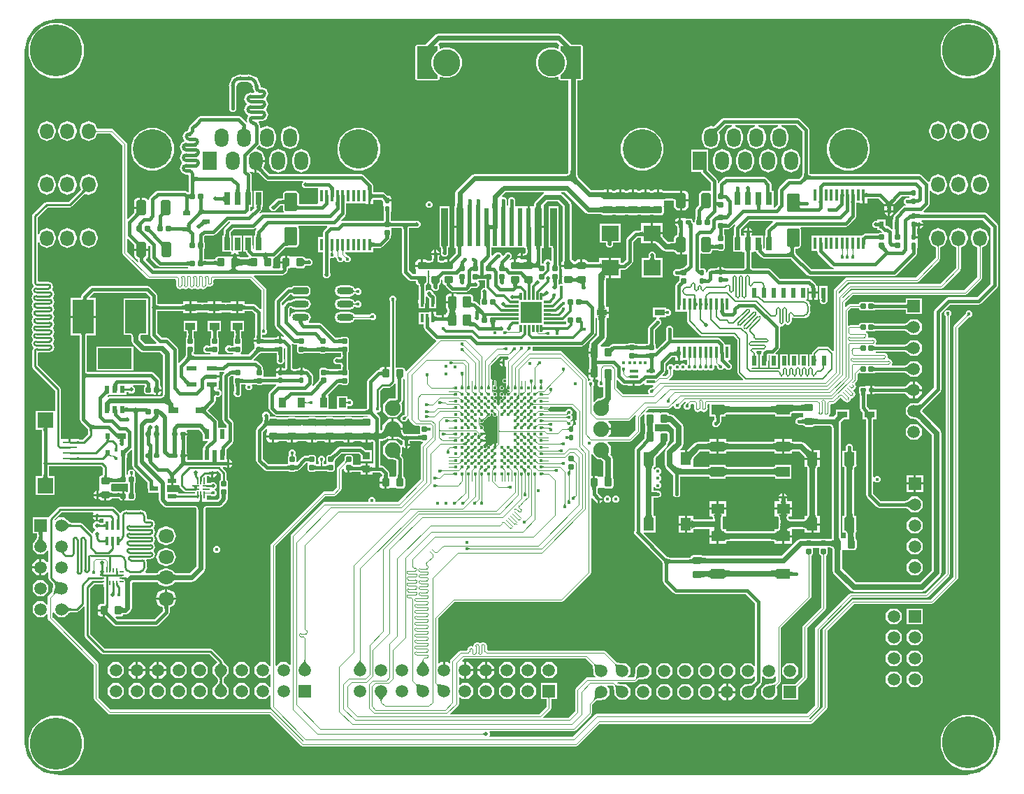
<source format=gtl>
G04*
G04 #@! TF.GenerationSoftware,Altium Limited,Altium Designer,21.3.2 (30)*
G04*
G04 Layer_Physical_Order=1*
G04 Layer_Color=255*
%FSTAX24Y24*%
%MOIN*%
G70*
G04*
G04 #@! TF.SameCoordinates,D8A3EA29-9EC9-40DC-B38B-D8388A14BA40*
G04*
G04*
G04 #@! TF.FilePolarity,Positive*
G04*
G01*
G75*
%ADD18C,0.0059*%
%ADD23C,0.0197*%
G04:AMPARAMS|DCode=27|XSize=39.4mil|YSize=35.4mil|CornerRadius=4.4mil|HoleSize=0mil|Usage=FLASHONLY|Rotation=0.000|XOffset=0mil|YOffset=0mil|HoleType=Round|Shape=RoundedRectangle|*
%AMROUNDEDRECTD27*
21,1,0.0394,0.0266,0,0,0.0*
21,1,0.0305,0.0354,0,0,0.0*
1,1,0.0089,0.0153,-0.0133*
1,1,0.0089,-0.0153,-0.0133*
1,1,0.0089,-0.0153,0.0133*
1,1,0.0089,0.0153,0.0133*
%
%ADD27ROUNDEDRECTD27*%
%ADD28R,0.0354X0.0472*%
G04:AMPARAMS|DCode=29|XSize=23.6mil|YSize=23.6mil|CornerRadius=2.4mil|HoleSize=0mil|Usage=FLASHONLY|Rotation=180.000|XOffset=0mil|YOffset=0mil|HoleType=Round|Shape=RoundedRectangle|*
%AMROUNDEDRECTD29*
21,1,0.0236,0.0189,0,0,180.0*
21,1,0.0189,0.0236,0,0,180.0*
1,1,0.0047,-0.0094,0.0094*
1,1,0.0047,0.0094,0.0094*
1,1,0.0047,0.0094,-0.0094*
1,1,0.0047,-0.0094,-0.0094*
%
%ADD29ROUNDEDRECTD29*%
%ADD30R,0.0472X0.0315*%
G04:AMPARAMS|DCode=31|XSize=19.7mil|YSize=23.6mil|CornerRadius=2mil|HoleSize=0mil|Usage=FLASHONLY|Rotation=0.000|XOffset=0mil|YOffset=0mil|HoleType=Round|Shape=RoundedRectangle|*
%AMROUNDEDRECTD31*
21,1,0.0197,0.0197,0,0,0.0*
21,1,0.0157,0.0236,0,0,0.0*
1,1,0.0039,0.0079,-0.0098*
1,1,0.0039,-0.0079,-0.0098*
1,1,0.0039,-0.0079,0.0098*
1,1,0.0039,0.0079,0.0098*
%
%ADD31ROUNDEDRECTD31*%
G04:AMPARAMS|DCode=32|XSize=39.4mil|YSize=35.4mil|CornerRadius=4.4mil|HoleSize=0mil|Usage=FLASHONLY|Rotation=90.000|XOffset=0mil|YOffset=0mil|HoleType=Round|Shape=RoundedRectangle|*
%AMROUNDEDRECTD32*
21,1,0.0394,0.0266,0,0,90.0*
21,1,0.0305,0.0354,0,0,90.0*
1,1,0.0089,0.0133,0.0153*
1,1,0.0089,0.0133,-0.0153*
1,1,0.0089,-0.0133,-0.0153*
1,1,0.0089,-0.0133,0.0153*
%
%ADD32ROUNDEDRECTD32*%
%ADD33R,0.0610X0.0512*%
%ADD34R,0.0276X0.0610*%
G04:AMPARAMS|DCode=35|XSize=23.6mil|YSize=23.6mil|CornerRadius=2.4mil|HoleSize=0mil|Usage=FLASHONLY|Rotation=270.000|XOffset=0mil|YOffset=0mil|HoleType=Round|Shape=RoundedRectangle|*
%AMROUNDEDRECTD35*
21,1,0.0236,0.0189,0,0,270.0*
21,1,0.0189,0.0236,0,0,270.0*
1,1,0.0047,-0.0094,-0.0094*
1,1,0.0047,-0.0094,0.0094*
1,1,0.0047,0.0094,0.0094*
1,1,0.0047,0.0094,-0.0094*
%
%ADD35ROUNDEDRECTD35*%
G04:AMPARAMS|DCode=36|XSize=70.9mil|YSize=45.3mil|CornerRadius=5.7mil|HoleSize=0mil|Usage=FLASHONLY|Rotation=270.000|XOffset=0mil|YOffset=0mil|HoleType=Round|Shape=RoundedRectangle|*
%AMROUNDEDRECTD36*
21,1,0.0709,0.0340,0,0,270.0*
21,1,0.0595,0.0453,0,0,270.0*
1,1,0.0113,-0.0170,-0.0298*
1,1,0.0113,-0.0170,0.0298*
1,1,0.0113,0.0170,0.0298*
1,1,0.0113,0.0170,-0.0298*
%
%ADD36ROUNDEDRECTD36*%
%ADD37R,0.0236X0.0472*%
%ADD38R,0.0240X0.1811*%
%ADD39R,0.0319X0.1811*%
%ADD40C,0.0161*%
%ADD41R,0.0236X0.0276*%
%ADD42R,0.0394X0.0276*%
%ADD43R,0.0512X0.0610*%
%ADD44R,0.0413X0.0157*%
%ADD45R,0.0846X0.0768*%
G04:AMPARAMS|DCode=46|XSize=19.7mil|YSize=23.6mil|CornerRadius=2mil|HoleSize=0mil|Usage=FLASHONLY|Rotation=90.000|XOffset=0mil|YOffset=0mil|HoleType=Round|Shape=RoundedRectangle|*
%AMROUNDEDRECTD46*
21,1,0.0197,0.0197,0,0,90.0*
21,1,0.0157,0.0236,0,0,90.0*
1,1,0.0039,0.0098,0.0079*
1,1,0.0039,0.0098,-0.0079*
1,1,0.0039,-0.0098,-0.0079*
1,1,0.0039,-0.0098,0.0079*
%
%ADD46ROUNDEDRECTD46*%
%ADD47R,0.0492X0.0315*%
%ADD48R,0.0177X0.0581*%
%ADD49R,0.0413X0.0236*%
%ADD50R,0.0217X0.0354*%
%ADD51R,0.0335X0.0079*%
%ADD52R,0.0079X0.0335*%
%ADD53R,0.0472X0.0354*%
%ADD54R,0.0748X0.0748*%
%ADD55R,0.0700X0.0100*%
%ADD56R,0.0472X0.0236*%
%ADD57R,0.0217X0.0087*%
%ADD58R,0.0087X0.0217*%
%ADD59R,0.0087X0.0256*%
%ADD60R,0.0177X0.0394*%
%ADD61R,0.0374X0.0354*%
%ADD62R,0.0335X0.0118*%
%ADD63R,0.0118X0.0335*%
%ADD64R,0.1024X0.1024*%
%ADD65R,0.0157X0.0413*%
G04:AMPARAMS|DCode=66|XSize=55.1mil|YSize=39.4mil|CornerRadius=4.9mil|HoleSize=0mil|Usage=FLASHONLY|Rotation=90.000|XOffset=0mil|YOffset=0mil|HoleType=Round|Shape=RoundedRectangle|*
%AMROUNDEDRECTD66*
21,1,0.0551,0.0295,0,0,90.0*
21,1,0.0453,0.0394,0,0,90.0*
1,1,0.0098,0.0148,0.0226*
1,1,0.0098,0.0148,-0.0226*
1,1,0.0098,-0.0148,-0.0226*
1,1,0.0098,-0.0148,0.0226*
%
%ADD66ROUNDEDRECTD66*%
G04:AMPARAMS|DCode=67|XSize=86.6mil|YSize=59.1mil|CornerRadius=7.4mil|HoleSize=0mil|Usage=FLASHONLY|Rotation=270.000|XOffset=0mil|YOffset=0mil|HoleType=Round|Shape=RoundedRectangle|*
%AMROUNDEDRECTD67*
21,1,0.0866,0.0443,0,0,270.0*
21,1,0.0719,0.0591,0,0,270.0*
1,1,0.0148,-0.0221,-0.0359*
1,1,0.0148,-0.0221,0.0359*
1,1,0.0148,0.0221,0.0359*
1,1,0.0148,0.0221,-0.0359*
%
%ADD67ROUNDEDRECTD67*%
%ADD68R,0.0354X0.0236*%
%ADD69O,0.0787X0.0354*%
G04:AMPARAMS|DCode=70|XSize=78.7mil|YSize=35.4mil|CornerRadius=0mil|HoleSize=0mil|Usage=FLASHONLY|Rotation=0.000|XOffset=0mil|YOffset=0mil|HoleType=Round|Shape=Octagon|*
%AMOCTAGOND70*
4,1,8,0.0394,-0.0089,0.0394,0.0089,0.0305,0.0177,-0.0305,0.0177,-0.0394,0.0089,-0.0394,-0.0089,-0.0305,-0.0177,0.0305,-0.0177,0.0394,-0.0089,0.0*
%
%ADD70OCTAGOND70*%

%ADD71R,0.0236X0.0354*%
%ADD134C,0.0087*%
%ADD135C,0.0047*%
%ADD136C,0.0157*%
%ADD137R,0.0500X0.0500*%
%ADD138C,0.0236*%
%ADD139C,0.0118*%
%ADD140C,0.0276*%
%ADD141C,0.0177*%
%ADD142C,0.0598*%
%ADD143R,0.0598X0.0598*%
%ADD144R,0.0598X0.0598*%
%ADD145O,0.0650X0.0750*%
%ADD146C,0.0750*%
%ADD147R,0.1600X0.1000*%
%ADD148R,0.1000X0.1600*%
%ADD149R,0.0591X0.0591*%
%ADD150C,0.0591*%
%ADD151O,0.0750X0.0650*%
%ADD152C,0.1299*%
%ADD153O,0.0650X0.0900*%
%ADD154C,0.1874*%
%ADD155R,0.0650X0.0900*%
%ADD156C,0.0197*%
%ADD157C,0.0165*%
%ADD158C,0.0394*%
%ADD159C,0.2480*%
G36*
X058Y049991D02*
X058571Y049877D01*
X059054Y049554D01*
X059377Y049071D01*
X059491Y0485D01*
X059511D01*
X059511Y01715D01*
Y0156D01*
X059508Y015596D01*
X059485Y015595D01*
X059494Y01555D01*
X059372Y01494D01*
X059027Y014423D01*
X05851Y014078D01*
X05799Y013974D01*
X05799Y013974D01*
Y013974D01*
X057957Y013939D01*
X0146Y013939D01*
X0146Y013939D01*
X014591Y013945D01*
X014589Y013974D01*
X0145Y013956D01*
X013928Y01407D01*
X013444Y014394D01*
X01312Y014878D01*
X013006Y01545D01*
X012989D01*
X012989Y0485D01*
X013009D01*
X013123Y049071D01*
X013446Y049554D01*
X013929Y049877D01*
X0145Y049991D01*
Y050011D01*
X058D01*
Y049991D01*
D02*
G37*
%LPC*%
G36*
X038474Y049306D02*
X038474Y049306D01*
X032724D01*
X032574Y049244D01*
X032574Y049244D01*
X032104Y048774D01*
X031719D01*
X031659Y048749D01*
X031634Y048689D01*
Y04715D01*
X031659Y047089D01*
X031719Y047064D01*
X032699D01*
X03276Y047089D01*
X032785Y04715D01*
Y047227D01*
X032826Y047255D01*
X03298Y047191D01*
X033269D01*
X033537Y047302D01*
X033742Y047507D01*
X033853Y047774D01*
Y048064D01*
X033742Y048332D01*
X033537Y048537D01*
X033269Y048648D01*
X03298D01*
X032826Y048584D01*
X032785Y048612D01*
Y048689D01*
X03276Y048749D01*
X032746Y048755D01*
X032737Y048804D01*
X032813Y04888D01*
X038386D01*
X038494Y048772D01*
X038489Y048749D01*
X038464Y048689D01*
Y048612D01*
X038423Y048584D01*
X038269Y048648D01*
X03798D01*
X037712Y048537D01*
X037507Y048332D01*
X037396Y048064D01*
Y047774D01*
X037507Y047507D01*
X037712Y047302D01*
X03798Y047191D01*
X038269D01*
X038423Y047255D01*
X038464Y047227D01*
Y04715D01*
X038489Y047089D01*
X03855Y047064D01*
X038937D01*
Y042682D01*
X038932Y042668D01*
X038923Y042651D01*
X038912Y042638D01*
X038899Y042627D01*
X038882Y042618D01*
X038868Y042613D01*
X03445D01*
X034299Y042551D01*
X034299Y042551D01*
X033599Y041851D01*
X033537Y0417D01*
X033537Y0417D01*
Y041078D01*
X033487D01*
Y040123D01*
X033747D01*
Y040023D01*
X033487D01*
Y039067D01*
X033569D01*
Y038832D01*
X033275Y038538D01*
X033273Y038536D01*
X033267Y038532D01*
Y038428D01*
X033295Y038446D01*
X033327Y03847D01*
X0334Y038535D01*
X033441Y038575D01*
X033525Y038436D01*
X033492Y038402D01*
X033441Y038343D01*
X033423Y038317D01*
X03341Y038293D01*
X033401Y038272D01*
X033396Y038253D01*
X033397Y038237D01*
X033402Y038224D01*
X033412Y038213D01*
X033267Y03833D01*
Y038235D01*
X033167D01*
Y03841D01*
X033166Y03841D01*
X033167Y03841D01*
Y038524D01*
X033064D01*
X032954Y038478D01*
X03295Y038469D01*
X032949Y038469D01*
X03285D01*
X032846Y038478D01*
X032756Y038515D01*
Y038685D01*
X032787Y038716D01*
Y038748D01*
X03239D01*
Y038716D01*
X032415Y03869D01*
Y038517D01*
X03232Y038478D01*
X032317Y038469D01*
X032316Y038469D01*
X032217D01*
X032213Y038478D01*
X032103Y038524D01*
X032D01*
Y038235D01*
X03195D01*
Y038185D01*
X031641D01*
Y038102D01*
X031674Y038022D01*
Y037828D01*
X031513D01*
X03132Y038021D01*
Y040007D01*
X031321Y04001D01*
X031325Y040017D01*
X031329Y040021D01*
X031333Y040025D01*
X03134Y040029D01*
X031343Y04003D01*
X03162D01*
X031627Y040023D01*
X031773D01*
X031877Y040127D01*
Y040273D01*
X031773Y040377D01*
X031627D01*
X03162Y04037D01*
X030473D01*
X030471Y040371D01*
X030471Y040373D01*
X03047Y040374D01*
Y040808D01*
X030471Y040809D01*
X03047Y04081D01*
Y040816D01*
X030485Y040852D01*
Y041048D01*
X030483Y041054D01*
X030497Y041068D01*
Y041218D01*
X030508Y041245D01*
Y041294D01*
X0303D01*
Y041366D01*
X030201Y041245D01*
X0302Y041263D01*
X030197Y041281D01*
X030191Y041299D01*
X030183Y041318D01*
X030173Y041337D01*
X030161Y041357D01*
X030147Y041378D01*
X03013Y041399D01*
X03009Y041442D01*
X030182Y041573D01*
X030204Y041552D01*
X030246Y041517D01*
X030267Y041502D01*
X030287Y04149D01*
X030306Y04148D01*
X030325Y041472D01*
X030343Y041467D01*
X030361Y041463D01*
X030379Y041462D01*
X030323Y041394D01*
X030508D01*
Y041442D01*
X03047Y041534D01*
X030379Y041572D01*
X030316D01*
X030313Y041573D01*
X030306Y041579D01*
X030208Y041677D01*
X030087Y041727D01*
X02964D01*
Y041947D01*
X029622D01*
Y042048D01*
X029572Y042169D01*
X029171Y042571D01*
X02905Y04262D01*
X024671D01*
X024389Y042902D01*
X024474Y043107D01*
Y043182D01*
X024064D01*
Y0428D01*
X024305Y042967D01*
X024294Y042957D01*
X024287Y042945D01*
X024284Y042932D01*
X024285Y042917D01*
X02429Y042899D01*
X024298Y042881D01*
X024311Y04286D01*
X024328Y042838D01*
X024349Y042814D01*
X024374Y042788D01*
X024245Y042693D01*
X024218Y042719D01*
X024169Y042759D01*
X024147Y042774D01*
X024126Y042785D01*
X024106Y042792D01*
X024088Y042796D01*
X024072Y042796D01*
X024064Y042795D01*
Y042668D01*
X024119Y04269D01*
X024479Y042329D01*
X0246Y04228D01*
X026258D01*
X026279Y04223D01*
X026223Y042173D01*
Y042027D01*
X026327Y041923D01*
X026473D01*
X02648Y04193D01*
X026933D01*
X026981Y041926D01*
Y041188D01*
X026936Y041175D01*
X026087D01*
Y041636D01*
X026038Y041753D01*
X025921Y041801D01*
X025479D01*
X025362Y041753D01*
X025313Y041636D01*
Y041447D01*
X025127D01*
X025006Y041397D01*
X024786Y041177D01*
X024777D01*
X024673Y041073D01*
Y040927D01*
X024777Y040823D01*
X024923D01*
X025027Y040927D01*
Y040936D01*
X025197Y041106D01*
X025313D01*
Y040918D01*
X025354Y04082D01*
X025327Y04077D01*
X02435D01*
X024229Y040721D01*
X024199Y040758D01*
X024271Y040829D01*
X02432Y04095D01*
Y041039D01*
X024367D01*
Y041106D01*
X024372Y041119D01*
X024369Y041125D01*
X024371Y041131D01*
X024367Y041138D01*
Y041807D01*
X023933D01*
Y041138D01*
X023929Y041131D01*
X023931Y041125D01*
X023928Y041119D01*
X023933Y041106D01*
Y041039D01*
X023933D01*
X023948Y040989D01*
X02379Y040831D01*
X023748Y04086D01*
X023761Y040892D01*
Y041029D01*
X023763Y041036D01*
X023765Y041039D01*
X023867D01*
Y041707D01*
X023871Y041715D01*
X023869Y041721D01*
X023872Y041727D01*
X023867Y04174D01*
Y041807D01*
X02382D01*
Y042555D01*
X023771Y042676D01*
X02374Y042706D01*
X023768Y042749D01*
X023964Y042668D01*
Y043232D01*
X024014D01*
Y043282D01*
X024474D01*
Y043357D01*
X024339Y043682D01*
X024069Y043794D01*
X024059Y043843D01*
X024171Y043955D01*
X024177Y043971D01*
X024227D01*
X02425Y043916D01*
X024559Y043788D01*
X024868Y043916D01*
X024996Y044225D01*
Y044475D01*
X024868Y044784D01*
X024559Y044912D01*
X02427Y044792D01*
X02422Y044819D01*
Y044894D01*
X024233D01*
X024152Y045092D01*
X024179Y045133D01*
X024318D01*
Y045123D01*
X024535Y045213D01*
X024625Y04543D01*
X024535Y045647D01*
X024511Y045657D01*
Y045707D01*
X024535Y045717D01*
X024625Y045934D01*
X024535Y046151D01*
X024511Y046161D01*
Y046211D01*
X024535Y046221D01*
X024625Y046438D01*
X024535Y046655D01*
X024318Y046745D01*
Y046734D01*
X024266D01*
X024258Y046753D01*
X024252Y0468D01*
X024252D01*
X024082Y047211D01*
X023671Y047381D01*
Y04735D01*
X02329D01*
Y04738D01*
X022885Y047212D01*
X022717Y046807D01*
X022748D01*
Y045737D01*
X022757Y045716D01*
Y045671D01*
X022789Y045639D01*
X022798Y045617D01*
X02282Y045608D01*
X022851Y045576D01*
X022896D01*
X022918Y045567D01*
X02294Y045576D01*
X022985D01*
X023017Y045608D01*
X023039Y045617D01*
X023048Y045639D01*
X02308Y045671D01*
Y045716D01*
X023089Y045737D01*
Y046807D01*
X023122D01*
X023171Y046926D01*
X02329Y046975D01*
Y047009D01*
X023671D01*
Y046976D01*
X023795Y046924D01*
X023847Y0468D01*
X02388D01*
Y046721D01*
X023867D01*
X023948Y046524D01*
X023921Y046482D01*
X023782D01*
Y046493D01*
X023565Y046403D01*
X023475Y046186D01*
X023565Y045969D01*
X023589Y045959D01*
Y045909D01*
X023565Y045899D01*
X023475Y045682D01*
X023565Y045465D01*
X023673Y04542D01*
X023673Y045395D01*
X023583Y045178D01*
X023622Y045085D01*
X023578Y045063D01*
X023321Y045321D01*
X0232Y04537D01*
X0214D01*
X021279Y045321D01*
X021098Y045139D01*
X020886Y044927D01*
X020836Y044806D01*
Y044736D01*
X020804Y044723D01*
X020804Y044723D01*
X020785Y044678D01*
X020785Y044675D01*
X020632Y044611D01*
X020542Y044394D01*
X020632Y044177D01*
Y044169D01*
X020483Y044107D01*
X020393Y04389D01*
X020483Y043673D01*
X020507Y043663D01*
Y043613D01*
X020483Y043603D01*
X020393Y043386D01*
X020483Y043169D01*
X020507Y043159D01*
Y043109D01*
X020483Y043099D01*
X020393Y042882D01*
X020483Y042666D01*
X0207Y042576D01*
Y042586D01*
X02079D01*
X020804Y042554D01*
X020836Y04254D01*
Y042382D01*
Y04175D01*
X020786Y041733D01*
X020748Y041771D01*
X020628Y04182D01*
X01935D01*
X019229Y041771D01*
X018979Y041521D01*
X01893Y0414D01*
Y041354D01*
X01888Y041344D01*
X018849Y041418D01*
X018729Y041467D01*
X018609D01*
Y041D01*
X018559D01*
Y04095D01*
X01822D01*
Y040774D01*
X017932Y040486D01*
X017886Y040505D01*
Y044025D01*
X017886Y044025D01*
X017853Y044103D01*
X017228Y044728D01*
X01715Y044761D01*
X01715Y044761D01*
X016462D01*
X016359Y045009D01*
X01605Y045137D01*
X015741Y045009D01*
X015613Y0447D01*
Y0446D01*
X015741Y044291D01*
X01605Y044163D01*
X016359Y044291D01*
X016462Y044539D01*
X017104D01*
X017664Y043979D01*
Y038843D01*
X017664Y038843D01*
X017697Y038765D01*
X01884Y037622D01*
X01884Y037622D01*
X018918Y037589D01*
X018918Y037589D01*
X020184D01*
X020196Y03756D01*
X020225Y037548D01*
Y037291D01*
X02022D01*
X020275Y037159D01*
X020407Y037104D01*
X020509Y037146D01*
X020549Y037156D01*
X020589Y037146D01*
X020691Y037104D01*
X020823Y037159D01*
X020841Y037159D01*
X020974Y037104D01*
X021076Y037146D01*
X021116Y037156D01*
X021155Y037146D01*
X021257Y037104D01*
X021359Y037146D01*
X021399Y037156D01*
X021439Y037146D01*
X021541Y037104D01*
X021674Y037159D01*
X021718Y037265D01*
X021824Y037221D01*
X021957Y037276D01*
X022012Y037409D01*
X022006D01*
Y037548D01*
X022035Y03756D01*
X022048Y037589D01*
X023754D01*
X024289Y037054D01*
Y036173D01*
X024239Y036152D01*
X024021Y036371D01*
X0239Y03642D01*
X023486D01*
Y036527D01*
X0232D01*
Y03625D01*
Y035973D01*
X023486D01*
Y03608D01*
X023829D01*
X02398Y035929D01*
Y034833D01*
X023942Y034742D01*
Y034694D01*
X02415D01*
Y034594D01*
X023942D01*
Y034545D01*
X023953Y034518D01*
Y034368D01*
X023967Y034355D01*
X023966Y034354D01*
X023966Y034352D01*
X023965Y034348D01*
Y034338D01*
X023964Y034333D01*
X023961Y034323D01*
X023956Y034311D01*
X023949Y034298D01*
X02394Y034283D01*
X023935Y034276D01*
X023679Y03402D01*
X023318D01*
X023308Y03407D01*
X023324Y034077D01*
X023357Y034156D01*
Y034344D01*
X023347Y034367D01*
X023348Y034368D01*
Y034526D01*
X023347Y034527D01*
X023357Y034549D01*
Y034738D01*
X023345Y034766D01*
X023346Y034773D01*
X023336Y034788D01*
X023324Y034817D01*
X023323Y034817D01*
X023322Y03482D01*
X023322Y034821D01*
Y035084D01*
X023324Y035091D01*
X023325Y035094D01*
X023465D01*
Y035606D01*
X022835D01*
Y035094D01*
X022978D01*
X022979Y035091D01*
X022981Y035084D01*
Y034821D01*
X022981Y03482D01*
X02298Y034817D01*
X022978Y034817D01*
X022967Y034788D01*
X022956Y034773D01*
X022957Y034766D01*
X022946Y034738D01*
Y034549D01*
X022955Y034527D01*
X022954Y034526D01*
Y03442D01*
X02283D01*
X022823Y034427D01*
X022677D01*
X022573Y034323D01*
Y034177D01*
X022677Y034073D01*
X022823D01*
X02283Y03408D01*
X022945D01*
X022954Y03407D01*
X022933Y03402D01*
X022235D01*
X022225Y03407D01*
X022241Y034077D01*
X022274Y034156D01*
Y034344D01*
X022264Y034367D01*
X022265Y034368D01*
Y034526D01*
X022264Y034527D01*
X022274Y034549D01*
Y034738D01*
X022262Y034766D01*
X022263Y034773D01*
X022253Y034788D01*
X022241Y034817D01*
X02224Y034817D01*
X022239Y03482D01*
X022239Y034821D01*
Y035084D01*
X022241Y035091D01*
X022242Y035094D01*
X022365D01*
Y035606D01*
X021735D01*
Y035094D01*
X021895D01*
X021896Y035091D01*
X021898Y035084D01*
Y034821D01*
X021898Y03482D01*
X021897Y034817D01*
X021896Y034817D01*
X021884Y034788D01*
X021873Y034773D01*
X021875Y034766D01*
X021863Y034738D01*
Y034549D01*
X021872Y034527D01*
X021872Y034526D01*
Y03442D01*
X02178D01*
X021773Y034427D01*
X021627D01*
X021523Y034323D01*
Y034177D01*
X021627Y034073D01*
X021773D01*
X02178Y03408D01*
X021863D01*
X021871Y03407D01*
X02185Y03402D01*
X021104D01*
X021058Y034068D01*
X021058Y034077D01*
X021068Y0341D01*
X021078Y034113D01*
X021077Y034123D01*
X021091Y034156D01*
Y034344D01*
X021081Y034367D01*
X021082Y034368D01*
Y034526D01*
X021081Y034527D01*
X021091Y034549D01*
Y034738D01*
X021079Y034766D01*
X021081Y034773D01*
X02107Y034788D01*
X021058Y034817D01*
X021057Y034817D01*
X021056Y03482D01*
X021056Y034821D01*
Y035084D01*
X021058Y035091D01*
X021059Y035094D01*
X021215D01*
Y035606D01*
X020585D01*
Y035094D01*
X020712D01*
X020713Y035091D01*
X020715Y035084D01*
Y034821D01*
X020715Y03482D01*
X020714Y034817D01*
X020713Y034817D01*
X020701Y034788D01*
X02069Y034773D01*
X020692Y034766D01*
X02068Y034738D01*
Y034549D01*
X02069Y034527D01*
X020689Y034526D01*
Y034368D01*
X02069Y034367D01*
X02068Y034344D01*
Y034216D01*
X02068Y034215D01*
Y033976D01*
X020678Y033969D01*
X020672Y033948D01*
X020665Y033927D01*
X020655Y033907D01*
X020644Y033887D01*
X02064Y033881D01*
X02037Y033612D01*
X02032Y033632D01*
Y03425D01*
X020271Y034371D01*
X019871Y034771D01*
X01975Y03482D01*
X019521D01*
X01932Y035021D01*
Y036057D01*
X019321Y03606D01*
X019325Y036067D01*
X019329Y036071D01*
X019333Y036075D01*
X01934Y036079D01*
X019343Y03608D01*
X020564D01*
Y035973D01*
X02085D01*
Y03625D01*
Y036527D01*
X020564D01*
Y03642D01*
X019343D01*
X01934Y036421D01*
X019333Y036425D01*
X019329Y036429D01*
X019325Y036433D01*
X019321Y03644D01*
X01932Y036443D01*
Y0368D01*
X019271Y036921D01*
X018971Y037221D01*
X01885Y03727D01*
X016218D01*
X016097Y037221D01*
X015741Y036865D01*
X015692Y036744D01*
Y0367D01*
X0152D01*
Y03585D01*
X0164D01*
Y0367D01*
X016124D01*
X016105Y036746D01*
X016289Y03693D01*
X018779D01*
X01898Y036729D01*
Y03625D01*
Y03495D01*
X019029Y034829D01*
X019296Y034563D01*
X019275Y034513D01*
X018738D01*
X018513Y034738D01*
Y034871D01*
X018518Y034889D01*
X018524Y034904D01*
X018529Y034912D01*
X018532Y034915D01*
X018532Y034915D01*
X018533Y034915D01*
X018545Y034916D01*
X018554Y034921D01*
X018879D01*
Y036679D01*
X017721D01*
Y034921D01*
X018046D01*
X018055Y034916D01*
X018067Y034915D01*
X018068Y034915D01*
X018068Y034915D01*
X018071Y034912D01*
X018076Y034904D01*
X018082Y034889D01*
X018087Y034871D01*
Y03465D01*
X018087Y03465D01*
X018149Y034499D01*
X018499Y034149D01*
X018499Y034149D01*
X01865Y034087D01*
X01865Y034087D01*
X019462D01*
X019587Y033962D01*
Y032082D01*
X019582Y032068D01*
X019573Y032051D01*
X019562Y032038D01*
X019549Y032027D01*
X019532Y032018D01*
X019518Y032013D01*
X017064D01*
X017064Y032013D01*
X016993Y031983D01*
X016955Y032011D01*
X01695Y03202D01*
X016959Y032038D01*
X016967Y032043D01*
X016982Y03205D01*
X016996Y032055D01*
X017009Y032059D01*
X017021Y03206D01*
X017038Y032061D01*
X017048Y032067D01*
X017113Y032067D01*
Y032067D01*
X017113D01*
X017113Y032067D01*
X017437D01*
X017487Y032067D01*
Y032067D01*
X017487D01*
Y032067D01*
X017861D01*
Y03219D01*
X017951D01*
X017951Y03219D01*
X017952Y03219D01*
X017952Y03219D01*
X017953Y03219D01*
X017964Y032186D01*
X018004Y032145D01*
X018151D01*
X018255Y032249D01*
Y032396D01*
X018163Y032487D01*
X018181Y032537D01*
X01873D01*
Y032477D01*
X018729Y032477D01*
X018729Y032473D01*
X018727Y032473D01*
X018715Y032444D01*
X018705Y032429D01*
X018706Y032422D01*
X018695Y032394D01*
Y032206D01*
X018727Y032127D01*
X018806Y032095D01*
X018994D01*
X019017Y032104D01*
X019018Y032103D01*
X019123D01*
X019199Y032072D01*
X019244D01*
Y0323D01*
X019294D01*
Y03235D01*
X019522D01*
Y032394D01*
X019483Y032489D01*
X019464Y032497D01*
Y032745D01*
X019414Y032866D01*
X019159Y033121D01*
X019039Y03317D01*
X015993D01*
X01599Y033171D01*
X015983Y033175D01*
X015979Y033179D01*
X015975Y033183D01*
X015971Y03319D01*
X01597Y033193D01*
Y0349D01*
X0164D01*
Y03575D01*
X0152D01*
Y0349D01*
X01563D01*
Y033D01*
Y0309D01*
X015679Y030779D01*
X016016Y030443D01*
X016018Y03041D01*
Y030205D01*
X015757Y029944D01*
X0156D01*
Y029962D01*
X0152D01*
Y029812D01*
X0151D01*
Y029962D01*
X014732D01*
Y03233D01*
X014693Y032423D01*
X013632Y033484D01*
Y033935D01*
Y034078D01*
X01366Y03409D01*
X013671Y034118D01*
X014193D01*
Y03411D01*
X014356Y034177D01*
X014423Y03434D01*
X014356Y034503D01*
X014356Y03454D01*
X014423Y034702D01*
X014356Y034865D01*
X014356Y034902D01*
X014423Y035065D01*
X014356Y035227D01*
X014356Y035264D01*
X014423Y035427D01*
X014356Y03559D01*
X014356Y035626D01*
X014423Y035789D01*
X014356Y035952D01*
X014356Y035988D01*
X014423Y036151D01*
X014356Y036314D01*
X014356Y036351D01*
X014423Y036513D01*
X014356Y036676D01*
X014356Y036713D01*
X014423Y036876D01*
X014356Y037038D01*
X014338Y037046D01*
X014317Y037109D01*
X01437Y037238D01*
X014303Y037401D01*
X01414Y037468D01*
Y03746D01*
X013671D01*
X01366Y037488D01*
X013632Y0375D01*
Y03835D01*
Y03935D01*
X013681Y03936D01*
X013751Y039191D01*
X01406Y039063D01*
X014369Y039191D01*
X014497Y0395D01*
Y0396D01*
X014369Y039909D01*
X01406Y040037D01*
X013751Y039909D01*
X013681Y03974D01*
X013632Y03975D01*
Y040545D01*
X014105Y041018D01*
X01515D01*
X015243Y041057D01*
X015873Y041686D01*
X01605Y041613D01*
X016359Y041741D01*
X016487Y04205D01*
Y04215D01*
X016359Y042459D01*
X01605Y042587D01*
X015741Y042459D01*
X015613Y04215D01*
Y04205D01*
X015686Y041873D01*
X015095Y041282D01*
X01405D01*
X013957Y041243D01*
X013407Y040693D01*
X013368Y0406D01*
Y03835D01*
Y037419D01*
X01336D01*
X013428Y037256D01*
Y037238D01*
X013384Y037219D01*
X013317Y037057D01*
X013384Y036894D01*
X013384Y036857D01*
X013317Y036695D01*
X013384Y036532D01*
X013384Y036495D01*
X013317Y036332D01*
X013384Y03617D01*
X013384Y036133D01*
X013317Y03597D01*
X013384Y035807D01*
X013384Y035771D01*
X013317Y035608D01*
X013384Y035445D01*
X013384Y035408D01*
X013317Y035246D01*
X013384Y035083D01*
X013384Y035046D01*
X013317Y034883D01*
X013384Y034721D01*
X013384Y034684D01*
X013317Y034521D01*
X013384Y034359D01*
X013395Y034354D01*
X013416Y034294D01*
X01336Y034159D01*
X013368D01*
Y033935D01*
Y03343D01*
X013407Y033336D01*
X014468Y032275D01*
Y031344D01*
X014434Y031308D01*
X013529D01*
Y030402D01*
X013808D01*
X013809Y030399D01*
X013811Y030392D01*
Y0288D01*
Y028208D01*
X013809Y028201D01*
X013808Y028198D01*
X013529D01*
Y027292D01*
X014434D01*
Y028198D01*
X014155D01*
X014154Y028201D01*
X014152Y028208D01*
Y028663D01*
X014154Y028668D01*
X01479D01*
X014793Y028666D01*
X014797Y028668D01*
X014801Y028666D01*
X014806Y028668D01*
X015494D01*
X015499Y028666D01*
X015503Y028668D01*
X015507Y028666D01*
X015509Y028667D01*
X015516Y028668D01*
X016645D01*
X016718Y028595D01*
Y028251D01*
X016697D01*
X016603Y028212D01*
X016564Y028118D01*
Y027852D01*
X01658Y027813D01*
X016574Y027807D01*
Y027528D01*
X016561Y027496D01*
X016533D01*
Y027378D01*
X016555Y02738D01*
X016579Y027384D01*
X0166Y027389D01*
X016617Y027396D01*
X016632Y027405D01*
X016643Y027415D01*
X016651Y027427D01*
X016655Y02744D01*
X016656Y027455D01*
X016666Y027151D01*
X016657Y027164D01*
X016645Y027176D01*
X016632Y027186D01*
X016617Y027195D01*
X016601Y027202D01*
X016583Y027208D01*
X016564Y027213D01*
X016543Y027217D01*
X016533Y027217D01*
Y0271D01*
X016565D01*
X016577Y027097D01*
X016587Y027072D01*
X016697Y027026D01*
X0168D01*
Y027315D01*
X0169D01*
Y027026D01*
X017003D01*
X017113Y027072D01*
X017143Y027145D01*
X017479D01*
X017514Y027061D01*
X017609Y027022D01*
X017653D01*
Y02725D01*
Y027479D01*
X017638Y027486D01*
X017144D01*
X017126Y027529D01*
Y027807D01*
X017157Y027847D01*
X017603D01*
X017609Y027845D01*
X017798D01*
X01782Y027854D01*
X017821Y027853D01*
X017926D01*
Y027447D01*
X017874D01*
X017798Y027478D01*
X017753D01*
Y02725D01*
Y027022D01*
X017798D01*
X017874Y027053D01*
X017979D01*
X01798Y027054D01*
X018002Y027045D01*
X018191D01*
X01827Y027077D01*
X018302Y027156D01*
Y027344D01*
X018291Y027372D01*
X018292Y027379D01*
X018281Y027394D01*
X01827Y027423D01*
X018268Y027423D01*
X018267Y027427D01*
X018267Y027427D01*
Y027873D01*
X018267Y027873D01*
X018268Y027877D01*
X01827Y027877D01*
X018281Y027906D01*
X018292Y027921D01*
X018291Y027928D01*
X018302Y027956D01*
Y028144D01*
X01827Y028223D01*
X018265Y028225D01*
X018253Y028284D01*
X018261Y028292D01*
Y028425D01*
X018166Y02852D01*
X018032D01*
X017938Y028425D01*
Y028314D01*
X017895Y028275D01*
X017874Y02828D01*
Y029083D01*
X0179D01*
Y029151D01*
X017905Y029163D01*
X017902Y029172D01*
X017903Y029181D01*
X0179Y029186D01*
Y029195D01*
X017903Y0292D01*
X017901Y029207D01*
X017904Y029214D01*
X0179Y029224D01*
Y029266D01*
X017905Y029275D01*
X017918Y029294D01*
X01808Y029455D01*
X01813Y029434D01*
Y0287D01*
X018179Y028579D01*
X018869Y02789D01*
Y027639D01*
X018881Y027608D01*
Y027403D01*
X019397D01*
Y027061D01*
X019454Y026925D01*
X019631Y026748D01*
X019767Y026692D01*
X021136D01*
X021146Y026688D01*
X021158Y02668D01*
X021167Y026671D01*
X021176Y026658D01*
X021184Y02664D01*
X021187Y026629D01*
Y023888D01*
X020872Y023573D01*
X02019D01*
X020157Y02358D01*
X020145Y023583D01*
X020109Y023669D01*
X0198Y023797D01*
X0197D01*
X019391Y023669D01*
X019355Y023583D01*
X019343Y02358D01*
X019311Y023573D01*
X01931Y023573D01*
X01879D01*
X018761Y023623D01*
X018847Y023832D01*
X018832D01*
Y024093D01*
X01884D01*
X018799Y024191D01*
X018827Y024233D01*
X019003D01*
Y024225D01*
X019166Y024293D01*
X019233Y024456D01*
X019166Y024618D01*
X019166Y024655D01*
X019233Y024818D01*
X019166Y02498D01*
X019166Y025017D01*
X019233Y02518D01*
X019166Y025343D01*
X019166Y025379D01*
X019233Y025542D01*
X019166Y025705D01*
X019166Y025742D01*
X019233Y025904D01*
X019166Y026067D01*
X019003Y026134D01*
Y026127D01*
X018871D01*
X01886Y026155D01*
X018832Y026166D01*
Y026253D01*
X018832Y026276D01*
X018846Y026276D01*
X018835Y026304D01*
X018827Y026323D01*
X018753Y026503D01*
X018526Y026596D01*
Y026582D01*
X01785D01*
Y026594D01*
X017642Y026508D01*
X017604Y026417D01*
X017554D01*
X017543Y026443D01*
X017293Y026693D01*
X0172Y026732D01*
X0147D01*
X014607Y026693D01*
X014163Y02625D01*
X014124Y026224D01*
X013376D01*
Y025476D01*
X013575D01*
X013576Y025475D01*
X013578Y025472D01*
X01358Y025465D01*
Y025267D01*
X013578Y025261D01*
X013572Y025244D01*
X013563Y025225D01*
X013552Y025206D01*
X013539Y025186D01*
X013523Y025165D01*
X013505Y025144D01*
X013482Y02512D01*
X013476Y025105D01*
X013376Y025005D01*
Y024695D01*
X013595Y024476D01*
X013905D01*
X014072Y024643D01*
X014118Y024624D01*
Y024106D01*
X014072Y024087D01*
X013914Y024245D01*
X0138D01*
Y02385D01*
Y023455D01*
X013914D01*
X014072Y023613D01*
X014118Y023594D01*
Y02335D01*
X014157Y023257D01*
X014338Y023075D01*
X014344Y023063D01*
X01435Y023045D01*
X014356Y023023D01*
X014361Y022997D01*
X014365Y022968D01*
X014369Y022896D01*
X014342Y022789D01*
X014312Y022689D01*
X014305Y022669D01*
X014299Y022655D01*
X014141Y022498D01*
X014109Y02242D01*
X014109Y02242D01*
Y022085D01*
X014063Y022066D01*
X013905Y022224D01*
X013595D01*
X013376Y022005D01*
Y021695D01*
X013595Y021476D01*
X013905D01*
X014063Y021634D01*
X014109Y021615D01*
Y02143D01*
X014109Y02143D01*
X014141Y021352D01*
X016289Y019204D01*
Y0176D01*
X016289Y0176D01*
X016322Y017522D01*
X016972Y016872D01*
X016972Y016872D01*
X01705Y016839D01*
X01705Y016839D01*
X024665D01*
X02618Y015324D01*
X02618Y015324D01*
X026259Y015291D01*
X026259Y015291D01*
X039287D01*
X039287Y015291D01*
X039365Y015324D01*
X040425Y016383D01*
X050487D01*
X050487Y016383D01*
X050565Y016416D01*
X051244Y017095D01*
X051244Y017095D01*
X051277Y017173D01*
Y020816D01*
X05255Y022089D01*
X056253D01*
X056253Y022089D01*
X056331Y022122D01*
X057478Y023269D01*
X057478Y023269D01*
X057511Y023347D01*
Y03525D01*
X058028Y035767D01*
X05803Y035768D01*
X058034Y035768D01*
X058041Y035768D01*
X058056Y035774D01*
X058107D01*
X058201Y035869D01*
Y036003D01*
X058107Y036097D01*
X057973D01*
X057879Y036003D01*
Y035951D01*
X057872Y035936D01*
X057872Y03593D01*
X057872Y035926D01*
X057871Y035924D01*
X057322Y035374D01*
X057289Y035296D01*
X057289Y035296D01*
Y023393D01*
X056207Y022311D01*
X052504D01*
X052504Y022311D01*
X052426Y022278D01*
X051088Y02094D01*
X051055Y020862D01*
X051055Y020862D01*
Y017219D01*
X050446Y01661D01*
X050419Y016613D01*
X050412Y016665D01*
X050428Y016672D01*
X050891Y017134D01*
X050891Y017134D01*
X050923Y017213D01*
Y020867D01*
X052446Y022389D01*
X056D01*
X056Y022389D01*
X056078Y022422D01*
X057108Y023451D01*
X05714Y023529D01*
X05714Y023529D01*
Y035831D01*
X057141Y035832D01*
X057144Y035835D01*
X057148Y03584D01*
X057154Y035855D01*
X057191Y035892D01*
Y036025D01*
X057096Y03612D01*
X056962D01*
X056868Y036025D01*
Y035892D01*
X056904Y035855D01*
X05691Y03584D01*
X056915Y035835D01*
X056917Y035832D01*
X056919Y035831D01*
Y023575D01*
X055954Y022611D01*
X0524D01*
X0524Y022611D01*
X052322Y022578D01*
X052322Y022578D01*
X050734Y020991D01*
X050702Y020913D01*
X050702Y020913D01*
Y017259D01*
X050304Y016861D01*
X040285D01*
X040285Y016861D01*
X040206Y016828D01*
X039139Y015761D01*
X035177D01*
X035158Y015807D01*
X035177Y015827D01*
Y015973D01*
X035158Y015993D01*
X035177Y016039D01*
X039208D01*
X039208Y016039D01*
X039286Y016072D01*
X040028Y016814D01*
X040061Y016892D01*
X040061Y016892D01*
Y017304D01*
X040245Y017488D01*
X040247Y017489D01*
X040259Y017494D01*
X040278Y017499D01*
X040302Y017504D01*
X04033Y017508D01*
X04045Y017515D01*
X040497Y017516D01*
X040513Y017522D01*
X040657D01*
X040878Y017743D01*
Y018057D01*
X040765Y018169D01*
X040784Y018215D01*
X041028D01*
X041088Y018155D01*
X041089Y018153D01*
X041094Y018141D01*
X041099Y018122D01*
X041104Y018098D01*
X041108Y01807D01*
X041115Y01795D01*
X041116Y017903D01*
X041122Y017887D01*
Y017743D01*
X041343Y017522D01*
X041657D01*
X041878Y017743D01*
Y018057D01*
X041657Y018278D01*
X041513D01*
X041498Y018284D01*
X041405Y018286D01*
X041331Y018292D01*
X041302Y018296D01*
X041278Y018301D01*
X041267Y018318D01*
X041293Y018366D01*
X041297Y018368D01*
X042079D01*
X042079Y018368D01*
X042157Y018401D01*
X042245Y018488D01*
X042247Y018489D01*
X042259Y018494D01*
X042278Y018499D01*
X042302Y018504D01*
X04233Y018508D01*
X04245Y018515D01*
X042497Y018516D01*
X042513Y018522D01*
X042657D01*
X042878Y018743D01*
Y019057D01*
X042657Y019278D01*
X042343D01*
X042122Y019057D01*
Y018913D01*
X042116Y018898D01*
X042114Y018805D01*
X042108Y018731D01*
X042104Y018702D01*
X042099Y018678D01*
X042094Y018659D01*
X042089Y018647D01*
X042088Y018645D01*
X042033Y01859D01*
X04179D01*
X041771Y018636D01*
X041878Y018743D01*
Y019057D01*
X041657Y019278D01*
X041513D01*
X041498Y019284D01*
X041405Y019286D01*
X041331Y019292D01*
X041302Y019296D01*
X041278Y019301D01*
X041259Y019306D01*
X041247Y019311D01*
X041245Y019312D01*
X040703Y019853D01*
X040625Y019886D01*
X040625Y019886D01*
X035092D01*
X03508Y019915D01*
X03505Y019927D01*
Y020098D01*
X035056D01*
X035001Y02023D01*
X034869Y020285D01*
X034736Y02023D01*
X034718Y02023D01*
X034585Y020285D01*
X034452Y02023D01*
X034398Y020098D01*
X034357Y020073D01*
X034302Y020096D01*
X034169Y020041D01*
X034122Y019928D01*
X034091Y019915D01*
X034078Y019886D01*
X033798D01*
X03372Y019853D01*
X03372Y019853D01*
X033322Y019456D01*
X033289Y019377D01*
X033289Y019377D01*
Y019291D01*
X033243Y019272D01*
X033165Y019349D01*
X03305D01*
Y01895D01*
X03295D01*
Y019349D01*
X032835D01*
X032757Y019272D01*
X032711Y019291D01*
Y021404D01*
X033496Y022189D01*
X0386D01*
X0386Y022189D01*
X038678Y022222D01*
X039978Y023522D01*
X039978Y023522D01*
X040011Y0236D01*
X040011Y0236D01*
Y027151D01*
X040061Y027172D01*
X040187Y027046D01*
Y027026D01*
X040294Y026919D01*
X040319D01*
Y027102D01*
X040369D01*
Y027152D01*
X040552D01*
Y027178D01*
X040445Y027285D01*
X04043D01*
X04032Y027394D01*
Y027607D01*
X040363Y027624D01*
X040642D01*
X040648Y02763D01*
X040686Y027614D01*
X040952D01*
X041046Y027653D01*
X041085Y027747D01*
Y028053D01*
X04107Y02809D01*
X041068Y02811D01*
X041064Y028117D01*
X041061Y028124D01*
X041058Y028138D01*
X041055Y028154D01*
X041054Y028168D01*
Y029002D01*
X040985Y029168D01*
X040922Y029231D01*
X040954Y029262D01*
Y029638D01*
X040799Y029793D01*
X040818Y029839D01*
X04185D01*
X04185Y029839D01*
X041928Y029872D01*
X042328Y030272D01*
X042328Y030272D01*
X042361Y03035D01*
Y031004D01*
X042521Y031164D01*
X042563Y031136D01*
X042549Y031103D01*
Y030797D01*
X042565Y030759D01*
X042568Y030739D01*
X042573Y030729D01*
X042577Y030719D01*
X042582Y030704D01*
X042586Y030685D01*
X042589Y030669D01*
Y030286D01*
X042588Y03028D01*
X042585Y030267D01*
X042583Y030262D01*
X042581Y030258D01*
X04258Y030239D01*
X042565Y030203D01*
Y030009D01*
X042556Y029996D01*
X042129Y02957D01*
X04208Y02945D01*
Y02558D01*
X042073Y025573D01*
Y025427D01*
X042177Y025323D01*
X042186D01*
X04339Y024119D01*
X043394Y024113D01*
X043405Y024093D01*
X043415Y024073D01*
X043422Y024052D01*
X043428Y024031D01*
X04343Y024024D01*
Y0232D01*
X043479Y023079D01*
X043929Y022629D01*
X04405Y02258D01*
X047379D01*
X04783Y022129D01*
Y01917D01*
X047783Y019151D01*
X047657Y019278D01*
X047343D01*
X047122Y019057D01*
Y018743D01*
X047343Y018522D01*
X047657D01*
X047783Y018649D01*
X04783Y01863D01*
Y018471D01*
X047679Y01832D01*
X047673Y018317D01*
X047656Y018309D01*
X047636Y018301D01*
X047615Y018295D01*
X04759Y01829D01*
X047564Y018287D01*
X047535Y018285D01*
X047502Y018284D01*
X047487Y018278D01*
X047343D01*
X047122Y018057D01*
Y017743D01*
X047343Y017522D01*
X047657D01*
X047878Y017743D01*
Y017887D01*
X047884Y017902D01*
X047885Y017935D01*
X047887Y017964D01*
X04789Y01799D01*
X047895Y018015D01*
X047901Y018036D01*
X047909Y018056D01*
X047917Y018073D01*
X04792Y018079D01*
X048121Y018279D01*
X04817Y0184D01*
Y01863D01*
X048217Y018649D01*
X048343Y018522D01*
X048657D01*
X048793Y018659D01*
X048839Y018639D01*
Y018446D01*
X048728Y018335D01*
X048727Y018334D01*
X048713Y018329D01*
X048693Y018322D01*
X048669Y018316D01*
X048508Y018288D01*
X048458Y018282D01*
X048458Y018282D01*
X048458Y018282D01*
X04845Y018278D01*
X048343D01*
X048122Y018057D01*
Y017743D01*
X048343Y017522D01*
X048657D01*
X048878Y017743D01*
Y017936D01*
X048881Y017948D01*
X048878Y017979D01*
Y018057D01*
X048872Y018062D01*
X048872Y01807D01*
X048872Y018101D01*
X048874Y018128D01*
X048877Y01815D01*
X048881Y018167D01*
X048886Y018178D01*
X048887Y01818D01*
X049028Y018322D01*
X049061Y0184D01*
Y020954D01*
X050478Y022372D01*
X050478Y022372D01*
X050511Y02245D01*
X050511Y02245D01*
Y024405D01*
X050573Y02443D01*
X050605Y024509D01*
Y024698D01*
X050596Y02472D01*
X050597Y024721D01*
Y024785D01*
X050903D01*
Y024724D01*
X050904Y024723D01*
X050895Y024701D01*
Y024512D01*
X050927Y024433D01*
X050989Y024408D01*
Y021946D01*
X050122Y021078D01*
X050089Y021D01*
X050089Y021D01*
Y018646D01*
X049723Y01828D01*
X049717Y018281D01*
X049713Y018278D01*
X049122D01*
Y017522D01*
X049878D01*
Y018113D01*
X049881Y018117D01*
X04988Y018123D01*
X050278Y018522D01*
X050278Y018522D01*
X050311Y0186D01*
Y020954D01*
X051178Y021822D01*
X051178Y021822D01*
X051211Y0219D01*
Y024408D01*
X051273Y024433D01*
X051305Y024512D01*
Y024701D01*
X051296Y024723D01*
X051297Y024724D01*
Y024787D01*
X051432D01*
X051447Y024783D01*
X051465Y024776D01*
X05148Y024767D01*
X051495Y024758D01*
X051508Y024746D01*
X051519Y024734D01*
X051521Y024731D01*
X051523Y024726D01*
X051527Y024712D01*
X05153Y024696D01*
X051531Y024682D01*
Y023685D01*
X0516Y023519D01*
X052384Y022734D01*
X05255Y022666D01*
X0558D01*
X055966Y022734D01*
X056666Y023434D01*
X056734Y0236D01*
Y03025D01*
X056666Y030416D01*
X05581Y031272D01*
X055807Y031276D01*
X055799Y031291D01*
X055798Y031292D01*
X05581Y031325D01*
X05582Y031347D01*
X055831Y031368D01*
X055841Y031385D01*
X056678Y032222D01*
X056678Y032222D01*
X056731Y03235D01*
X056731Y03235D01*
Y035975D01*
X057125Y036369D01*
X0585D01*
X058628Y036422D01*
X059378Y037172D01*
X059431Y0373D01*
Y0401D01*
X059431Y0401D01*
X059378Y040228D01*
X058878Y040728D01*
X05875Y040781D01*
X055893D01*
X055872Y040831D01*
X056121Y041079D01*
X05617Y0412D01*
Y041807D01*
X056219Y041817D01*
X056251Y041741D01*
X05656Y041613D01*
X056869Y041741D01*
X056997Y04205D01*
Y04215D01*
X056869Y042459D01*
X05656Y042587D01*
X056251Y042459D01*
X056161Y042243D01*
X056105Y042236D01*
X055771Y042571D01*
X05565Y04262D01*
X050443D01*
X05044Y042621D01*
X050433Y042625D01*
X050429Y042629D01*
X050425Y042633D01*
X050421Y04264D01*
X05042Y042643D01*
Y0447D01*
X050371Y044821D01*
X049971Y045221D01*
X04985Y04527D01*
X04635D01*
X046229Y045221D01*
X045879Y04487D01*
X045867Y044863D01*
X045858Y044858D01*
X045728Y044912D01*
X045419Y044784D01*
X045291Y044475D01*
Y044225D01*
X045419Y043916D01*
X045728Y043788D01*
X046037Y043916D01*
X046165Y044225D01*
Y044475D01*
X046109Y04461D01*
X046114Y044618D01*
X046121Y04463D01*
X046421Y04493D01*
X046731D01*
X046741Y04488D01*
X04651Y044784D01*
X046382Y044475D01*
Y044225D01*
X04651Y043916D01*
X046819Y043788D01*
X047128Y043916D01*
X047256Y044225D01*
Y044475D01*
X047128Y044784D01*
X046897Y04488D01*
X046907Y04493D01*
X047821D01*
X047831Y04488D01*
X0476Y044784D01*
X047472Y044475D01*
Y044225D01*
X0476Y043916D01*
X047909Y043788D01*
X048218Y043916D01*
X048346Y044225D01*
Y044475D01*
X048218Y044784D01*
X047988Y04488D01*
X047998Y04493D01*
X048912D01*
X048922Y04488D01*
X048691Y044784D01*
X048563Y044475D01*
Y044225D01*
X048691Y043916D01*
X049Y043788D01*
X049309Y043916D01*
X049437Y044225D01*
Y044475D01*
X049309Y044784D01*
X049078Y04488D01*
X049088Y04493D01*
X049779D01*
X05008Y044629D01*
Y042576D01*
X050078Y042569D01*
X050072Y042548D01*
X050065Y042527D01*
X050055Y042507D01*
X050044Y042487D01*
X05004Y042481D01*
X049929Y04237D01*
X04945D01*
X049329Y042321D01*
X048979Y041971D01*
X04893Y04185D01*
Y041171D01*
X048779Y04102D01*
X048759D01*
X048717Y041039D01*
Y041807D01*
X048615D01*
X048613Y04181D01*
X048611Y041817D01*
Y042109D01*
X048561Y04223D01*
X048371Y042421D01*
X04825Y04247D01*
X04645D01*
X046329Y042421D01*
X046119Y04221D01*
X046109Y042186D01*
X046059Y042196D01*
Y042261D01*
X046009Y042382D01*
X0456Y042791D01*
Y042986D01*
X045587Y043017D01*
Y043761D01*
X044779D01*
Y042703D01*
X045266D01*
X045309Y0426D01*
X045718Y042191D01*
Y041815D01*
X045677Y041788D01*
X04566Y041794D01*
X045321D01*
X045217Y041751D01*
X045174Y041648D01*
Y04115D01*
X045166Y041139D01*
X045029Y041002D01*
X04498Y040881D01*
Y040477D01*
X044979Y040477D01*
X044979Y040473D01*
X044977Y040473D01*
X044965Y040444D01*
X044955Y040429D01*
X044956Y040422D01*
X044945Y040394D01*
Y040292D01*
X044895Y040282D01*
X044871Y04034D01*
X044855Y040356D01*
Y040379D01*
X044824Y040454D01*
X044748Y040485D01*
X044552D01*
X044546Y040483D01*
X044532Y040497D01*
X044382D01*
X044355Y040508D01*
X044306D01*
Y0403D01*
X044256D01*
Y04025D01*
X044028D01*
Y040221D01*
X044066Y04013D01*
X044112Y040111D01*
Y039706D01*
X04402Y039668D01*
X04397Y039548D01*
Y039394D01*
X04396Y03939D01*
X043935Y039383D01*
X043688D01*
X04346Y039611D01*
X043459Y039612D01*
X043437Y039643D01*
Y039736D01*
X043312D01*
X043312Y039717D01*
X04332Y039684D01*
X043336Y039647D01*
X043359Y039606D01*
X04339Y039561D01*
X043429Y039512D01*
X043531Y039403D01*
X043336Y039208D01*
X04328Y039263D01*
X043178Y039349D01*
X043133Y03938D01*
X043092Y039404D01*
X043055Y039419D01*
X043022Y039427D01*
X042993Y039428D01*
X042968Y03942D01*
X042964Y039417D01*
Y039302D01*
X043097D01*
X043126Y039281D01*
X043129Y039279D01*
X043425Y038983D01*
X043591Y038914D01*
X043933D01*
X043943Y038912D01*
X043966Y038906D01*
X043986Y038898D01*
X043995Y038893D01*
X04402Y038832D01*
X04414Y038783D01*
X044259D01*
Y03925D01*
X044359D01*
Y038783D01*
X044479D01*
X044538Y038807D01*
X04458Y038779D01*
Y038286D01*
X044433Y038139D01*
X044421Y038131D01*
X044405Y038122D01*
X04439Y038115D01*
X044376Y03811D01*
X044364Y038107D01*
X044355Y038105D01*
X04434D01*
X044337Y038104D01*
X044336Y038104D01*
X044328Y0381D01*
X044313Y038094D01*
X044306Y038095D01*
X04429Y038085D01*
X044262Y038073D01*
X044261Y038071D01*
X044258Y038071D01*
X044258Y03807D01*
X0441D01*
X044078Y038061D01*
X044033D01*
X044001Y03803D01*
X043979Y038021D01*
X04397Y037999D01*
X043939Y037967D01*
Y037922D01*
X04393Y0379D01*
X043939Y037878D01*
Y037833D01*
X04397Y037801D01*
X043979Y037779D01*
X044001Y03777D01*
X044033Y037739D01*
X044078D01*
X0441Y03773D01*
X044238D01*
Y037624D01*
X044239Y037623D01*
X044235Y037613D01*
X044231Y037605D01*
X044231Y037604D01*
X04423Y037601D01*
Y037586D01*
X044228Y037577D01*
X044225Y037565D01*
X04422Y037551D01*
X044213Y037536D01*
X044204Y03752D01*
X044195Y037508D01*
X044078Y03739D01*
X044028Y03727D01*
Y036702D01*
X044026Y036698D01*
X044026Y036697D01*
X044026Y036696D01*
X044028Y036691D01*
Y036407D01*
X044031Y036399D01*
Y036038D01*
X044593D01*
Y03559D01*
X044627Y035507D01*
X045217Y034917D01*
X0453Y034883D01*
X046801D01*
X046983Y034701D01*
Y03315D01*
X047017Y033067D01*
X047273Y032811D01*
X047253Y032761D01*
X043738D01*
X043717Y032811D01*
X043878Y032971D01*
X04391Y033049D01*
X04391Y033049D01*
Y033256D01*
X043911Y033258D01*
X043914Y033261D01*
X043919Y033266D01*
X043925Y033281D01*
X043959Y033315D01*
X044047Y033227D01*
X044181D01*
X044261Y033308D01*
X044335Y033234D01*
X044468D01*
X044552Y033318D01*
X044634Y033236D01*
X044768D01*
X044839Y033308D01*
X044907Y033241D01*
X04504D01*
X045103Y033303D01*
X045161Y033245D01*
X045294D01*
X045358Y033309D01*
X045418Y033249D01*
X045551D01*
X045609Y033306D01*
X045673Y033242D01*
X045807D01*
X045901Y033336D01*
Y03347D01*
X045937Y033504D01*
X046012Y03343D01*
X046012Y033428D01*
X046012Y033424D01*
X046012Y033417D01*
X046019Y033402D01*
Y033351D01*
X046113Y033256D01*
X046247D01*
X046342Y033351D01*
X046347Y033353D01*
X046395Y033359D01*
X046425Y033329D01*
X046434Y033307D01*
X046436Y033306D01*
X046457Y033296D01*
X046489Y033265D01*
X046534D01*
X046556Y033256D01*
X046578Y033265D01*
X046623D01*
X046655Y033296D01*
X046677Y033306D01*
X046686Y033327D01*
X046717Y033359D01*
Y033404D01*
X046727Y033426D01*
X046725Y03343D01*
Y033444D01*
X046717Y033463D01*
Y033493D01*
X046696Y033514D01*
X046675Y033565D01*
X046562Y033678D01*
X046581Y033724D01*
X046669D01*
Y034462D01*
X046406D01*
Y034464D01*
X046356Y034585D01*
X046171Y034771D01*
X04605Y03482D01*
X04392D01*
Y0352D01*
X043911Y035222D01*
Y035267D01*
X04388Y035299D01*
X043871Y035321D01*
X043849Y03533D01*
X043817Y035361D01*
X043772D01*
X04375Y03537D01*
X043728Y035361D01*
X043683D01*
X043651Y03533D01*
X043629Y035321D01*
X04362Y035299D01*
X043589Y035267D01*
Y035222D01*
X04358Y0352D01*
Y034699D01*
X043155Y034275D01*
X043105Y034296D01*
Y034441D01*
X043094Y034469D01*
X043095Y034476D01*
X043085Y034491D01*
X043073Y03452D01*
X043071Y03452D01*
X043071Y034523D01*
X04307Y034524D01*
Y035179D01*
X043321Y035429D01*
X04333Y035451D01*
X043361Y035483D01*
Y035528D01*
X04337Y03555D01*
X043361Y035572D01*
Y035617D01*
X04333Y035649D01*
X043321Y035671D01*
X043299Y03568D01*
X043267Y035711D01*
X043267D01*
X043265Y035714D01*
X043288Y035764D01*
X043593D01*
Y035839D01*
X043717D01*
X043811Y035933D01*
Y036067D01*
X043717Y036161D01*
X043593D01*
Y036236D01*
X042963D01*
Y035764D01*
X043112D01*
X043135Y035714D01*
X043133Y035711D01*
X043133D01*
X043101Y03568D01*
X043079Y035671D01*
X043079Y035671D01*
X042779Y035371D01*
X04273Y03525D01*
Y034524D01*
X042729Y034523D01*
X042729Y03452D01*
X042727Y03452D01*
X042727Y034518D01*
X042723Y034517D01*
X042723Y034517D01*
X042127D01*
X042127Y034517D01*
X042123Y034518D01*
X042123Y03452D01*
X042094Y034531D01*
X042079Y034542D01*
X042072Y034541D01*
X042044Y034552D01*
X041856D01*
X041828Y034541D01*
X041821Y034542D01*
X041806Y034531D01*
X041777Y03452D01*
X041777Y034518D01*
X041773Y034517D01*
X041773Y034517D01*
X041082D01*
X040961Y034467D01*
X040879Y034386D01*
X040702D01*
X040663Y03437D01*
X040657Y034376D01*
X040478D01*
X040457Y034426D01*
X040688Y034656D01*
X040756Y034822D01*
Y035714D01*
X040758Y035725D01*
X040764Y035743D01*
X040858D01*
Y03595D01*
X040522D01*
Y03605D01*
X040858D01*
Y036257D01*
X040747D01*
X040746Y03626D01*
X040739Y036279D01*
X040734Y036298D01*
Y0376D01*
X040741Y037624D01*
X040749Y037643D01*
X040752Y037648D01*
X040864D01*
Y038132D01*
Y038616D01*
X040391D01*
Y038405D01*
X039843D01*
X039813Y038478D01*
X039703Y038524D01*
X0396D01*
Y038235D01*
X0395D01*
Y038524D01*
X039397D01*
X039287Y038478D01*
X039257Y038405D01*
X03921D01*
X03918Y038478D01*
X03911Y038507D01*
X039104Y038517D01*
X039096Y038532D01*
X039089Y03855D01*
X039085Y038564D01*
Y041141D01*
X039023Y041291D01*
X039023Y041291D01*
X038663Y041651D01*
X038576Y041687D01*
X038586Y041737D01*
X038762D01*
X039749Y040749D01*
X039749Y040749D01*
X0399Y040687D01*
X040493D01*
X040506Y040685D01*
X040526Y04068D01*
X040544Y040674D01*
X04056Y040668D01*
X040573Y040662D01*
X040587Y040653D01*
X040608Y04065D01*
X040647Y040634D01*
X040953D01*
X04099Y040649D01*
X04101Y040651D01*
X041017Y040655D01*
X041024Y040658D01*
X041038Y040662D01*
X041054Y040665D01*
X041068Y040666D01*
X041139D01*
X041144Y040665D01*
X041162Y040662D01*
X041176Y040658D01*
X041183Y040655D01*
X04119Y040651D01*
X04121Y040649D01*
X041247Y040634D01*
X041553D01*
X04159Y040649D01*
X04161Y040651D01*
X041617Y040655D01*
X041624Y040658D01*
X041638Y040662D01*
X041654Y040665D01*
X041668Y040666D01*
X041739D01*
X041744Y040665D01*
X041762Y040662D01*
X041776Y040658D01*
X041783Y040655D01*
X04179Y040651D01*
X04181Y040649D01*
X041847Y040634D01*
X042153D01*
X04219Y040649D01*
X04221Y040651D01*
X042217Y040655D01*
X042224Y040658D01*
X042238Y040662D01*
X042254Y040665D01*
X042268Y040666D01*
X042339D01*
X042344Y040665D01*
X042362Y040662D01*
X042376Y040658D01*
X042383Y040655D01*
X04239Y040651D01*
X04241Y040649D01*
X042447Y040634D01*
X042753D01*
X04279Y040649D01*
X04281Y040651D01*
X042817Y040655D01*
X042824Y040658D01*
X042838Y040662D01*
X042854Y040665D01*
X042868Y040666D01*
X042939D01*
X042944Y040665D01*
X042962Y040662D01*
X042976Y040658D01*
X042983Y040655D01*
X04299Y040651D01*
X04301Y040649D01*
X043047Y040634D01*
X043353D01*
X043447Y040673D01*
X043486Y040767D01*
Y041033D01*
X04347Y041071D01*
X043476Y041077D01*
Y041335D01*
X043939D01*
X043963Y041328D01*
X04397Y041326D01*
Y041052D01*
X04402Y040932D01*
X04414Y040883D01*
X044259D01*
Y04135D01*
X044309D01*
D01*
X044259D01*
Y041817D01*
X04414D01*
X044107Y041804D01*
X043467D01*
X043463Y041813D01*
X043353Y041858D01*
X04325D01*
Y041569D01*
X04315D01*
Y041858D01*
X043047D01*
X042937Y041813D01*
X042933Y041804D01*
X042932Y041804D01*
X042867D01*
X042863Y041813D01*
X042753Y041858D01*
X04265D01*
Y041569D01*
X04255D01*
Y041858D01*
X042447D01*
X042337Y041813D01*
X042333Y041804D01*
X042332Y041804D01*
X042267D01*
X042263Y041813D01*
X042153Y041858D01*
X04205D01*
Y041569D01*
X04195D01*
Y041858D01*
X041847D01*
X041737Y041813D01*
X041733Y041804D01*
X041732Y041804D01*
X041667D01*
X041663Y041813D01*
X041553Y041858D01*
X04145D01*
Y041569D01*
X04135D01*
Y041858D01*
X041247D01*
X041137Y041813D01*
X041133Y041804D01*
X041132Y041804D01*
X041067D01*
X041063Y041813D01*
X040953Y041858D01*
X04085D01*
Y041569D01*
X04075D01*
Y041858D01*
X040647D01*
X040607Y041841D01*
X04001D01*
X039432Y04242D01*
X039422Y042433D01*
X039404Y042466D01*
X039389Y042499D01*
X039376Y042533D01*
X039366Y042569D01*
X039363Y042585D01*
Y047064D01*
X03953D01*
X03959Y047089D01*
X039615Y04715D01*
Y048689D01*
X03959Y048749D01*
X03953Y048774D01*
X039095D01*
X038625Y049244D01*
X038474Y049306D01*
D02*
G37*
G36*
X058262Y049819D02*
X057738D01*
X057253Y049618D01*
X056882Y049247D01*
X056681Y048762D01*
Y048238D01*
X056882Y047753D01*
X057253Y047382D01*
X057738Y047181D01*
X058262D01*
X058747Y047382D01*
X059118Y047753D01*
X059319Y048238D01*
Y048762D01*
X059118Y049247D01*
X058747Y049618D01*
X058262Y049819D01*
D02*
G37*
G36*
X014762D02*
X014238D01*
X013753Y049618D01*
X013382Y049247D01*
X013181Y048762D01*
Y048238D01*
X013382Y047753D01*
X013753Y047382D01*
X014238Y047181D01*
X014762D01*
X015247Y047382D01*
X015618Y047753D01*
X015819Y048238D01*
Y048762D01*
X015618Y049247D01*
X015247Y049618D01*
X014762Y049819D01*
D02*
G37*
G36*
X05855Y045137D02*
X058241Y045009D01*
X058113Y0447D01*
Y0446D01*
X058241Y044291D01*
X05855Y044163D01*
X058859Y044291D01*
X058987Y0446D01*
Y0447D01*
X058859Y045009D01*
X05855Y045137D01*
D02*
G37*
G36*
X05754D02*
X057231Y045009D01*
X057103Y0447D01*
Y0446D01*
X057231Y044291D01*
X05754Y044163D01*
X057849Y044291D01*
X057977Y0446D01*
Y0447D01*
X057849Y045009D01*
X05754Y045137D01*
D02*
G37*
G36*
X05656D02*
X056251Y045009D01*
X056123Y0447D01*
Y0446D01*
X056251Y044291D01*
X05656Y044163D01*
X056869Y044291D01*
X056997Y0446D01*
Y0447D01*
X056869Y045009D01*
X05656Y045137D01*
D02*
G37*
G36*
X01504D02*
X014731Y045009D01*
X014603Y0447D01*
Y0446D01*
X014731Y044291D01*
X01504Y044163D01*
X015349Y044291D01*
X015477Y0446D01*
Y0447D01*
X015349Y045009D01*
X01504Y045137D01*
D02*
G37*
G36*
X01406D02*
X013751Y045009D01*
X013623Y0447D01*
Y0446D01*
X013751Y044291D01*
X01406Y044163D01*
X014369Y044291D01*
X014497Y0446D01*
Y0447D01*
X014369Y045009D01*
X01406Y045137D01*
D02*
G37*
G36*
X02565Y044912D02*
X025341Y044784D01*
X025213Y044475D01*
Y044225D01*
X025341Y043916D01*
X02565Y043788D01*
X025959Y043916D01*
X026087Y044225D01*
Y044475D01*
X025959Y044784D01*
X02565Y044912D01*
D02*
G37*
G36*
X052486Y044807D02*
X052081D01*
X051708Y044652D01*
X051422Y044366D01*
X051268Y043993D01*
Y043589D01*
X051422Y043216D01*
X051708Y04293D01*
X052081Y042775D01*
X052486D01*
X052859Y04293D01*
X053145Y043216D01*
X053299Y043589D01*
Y043993D01*
X053145Y044366D01*
X052859Y044652D01*
X052486Y044807D01*
D02*
G37*
G36*
X042647D02*
X042243D01*
X04187Y044652D01*
X041584Y044366D01*
X041429Y043993D01*
Y043589D01*
X041584Y043216D01*
X04187Y04293D01*
X042243Y042775D01*
X042647D01*
X04302Y04293D01*
X043306Y043216D01*
X043461Y043589D01*
Y043993D01*
X043306Y044366D01*
X04302Y044652D01*
X042647Y044807D01*
D02*
G37*
G36*
X029136D02*
X028731D01*
X028358Y044652D01*
X028072Y044366D01*
X027918Y043993D01*
Y043589D01*
X028072Y043216D01*
X028358Y04293D01*
X028731Y042775D01*
X029136D01*
X029509Y04293D01*
X029795Y043216D01*
X029949Y043589D01*
Y043993D01*
X029795Y044366D01*
X029509Y044652D01*
X029136Y044807D01*
D02*
G37*
G36*
X019297D02*
X018893D01*
X01852Y044652D01*
X018234Y044366D01*
X018079Y043993D01*
Y043589D01*
X018234Y043216D01*
X01852Y04293D01*
X018893Y042775D01*
X019297D01*
X01967Y04293D01*
X019956Y043216D01*
X020111Y043589D01*
Y043993D01*
X019956Y044366D01*
X01967Y044652D01*
X019297Y044807D01*
D02*
G37*
G36*
X049545Y043794D02*
X049236Y043666D01*
X049108Y043357D01*
Y043107D01*
X049236Y042798D01*
X049545Y04267D01*
X049854Y042798D01*
X049982Y043107D01*
Y043357D01*
X049854Y043666D01*
X049545Y043794D01*
D02*
G37*
G36*
X048455D02*
X048146Y043666D01*
X048018Y043357D01*
Y043107D01*
X048146Y042798D01*
X048455Y04267D01*
X048764Y042798D01*
X048892Y043107D01*
Y043357D01*
X048764Y043666D01*
X048455Y043794D01*
D02*
G37*
G36*
X047364D02*
X047055Y043666D01*
X046927Y043357D01*
Y043107D01*
X047055Y042798D01*
X047364Y04267D01*
X047673Y042798D01*
X047801Y043107D01*
Y043357D01*
X047673Y043666D01*
X047364Y043794D01*
D02*
G37*
G36*
X046274D02*
X045965Y043666D01*
X045837Y043357D01*
Y043107D01*
X045965Y042798D01*
X046274Y04267D01*
X046583Y042798D01*
X046711Y043107D01*
Y043357D01*
X046583Y043666D01*
X046274Y043794D01*
D02*
G37*
G36*
X026195D02*
X025886Y043666D01*
X025758Y043357D01*
Y043107D01*
X025886Y042798D01*
X026195Y04267D01*
X026504Y042798D01*
X026632Y043107D01*
Y043357D01*
X026504Y043666D01*
X026195Y043794D01*
D02*
G37*
G36*
X025105D02*
X024796Y043666D01*
X024668Y043357D01*
Y043107D01*
X024796Y042798D01*
X025105Y04267D01*
X025414Y042798D01*
X025542Y043107D01*
Y043357D01*
X025414Y043666D01*
X025105Y043794D01*
D02*
G37*
G36*
X05855Y042587D02*
X058241Y042459D01*
X058113Y04215D01*
Y04205D01*
X058241Y041741D01*
X05855Y041613D01*
X058859Y041741D01*
X058987Y04205D01*
Y04215D01*
X058859Y042459D01*
X05855Y042587D01*
D02*
G37*
G36*
X05754D02*
X057231Y042459D01*
X057103Y04215D01*
Y04205D01*
X057231Y041741D01*
X05754Y041613D01*
X057849Y041741D01*
X057977Y04205D01*
Y04215D01*
X057849Y042459D01*
X05754Y042587D01*
D02*
G37*
G36*
X01504D02*
X014731Y042459D01*
X014603Y04215D01*
Y04205D01*
X014731Y041741D01*
X01504Y041613D01*
X015349Y041741D01*
X015477Y04205D01*
Y04215D01*
X015349Y042459D01*
X01504Y042587D01*
D02*
G37*
G36*
X01406D02*
X013751Y042459D01*
X013623Y04215D01*
Y04205D01*
X013751Y041741D01*
X01406Y041613D01*
X014369Y041741D01*
X014497Y04205D01*
Y04215D01*
X014369Y042459D01*
X01406Y042587D01*
D02*
G37*
G36*
X044479Y041817D02*
X044359D01*
Y0414D01*
X044649D01*
Y041648D01*
X044599Y041768D01*
X044479Y041817D01*
D02*
G37*
G36*
X018509Y041467D02*
X01839D01*
X01827Y041418D01*
X01822Y041298D01*
Y04105D01*
X018509D01*
Y041467D01*
D02*
G37*
G36*
X032367Y041311D02*
X032233D01*
X032139Y041217D01*
Y041083D01*
X032233Y040989D01*
X032367D01*
X032461Y041083D01*
Y041217D01*
X032367Y041311D01*
D02*
G37*
G36*
X044649Y0413D02*
X044359D01*
Y040883D01*
X044479D01*
X044599Y040932D01*
X044649Y041052D01*
Y0413D01*
D02*
G37*
G36*
X044206Y040508D02*
X044158D01*
X044066Y04047D01*
X044028Y040379D01*
Y04035D01*
X044206D01*
Y040508D01*
D02*
G37*
G36*
X043437Y04027D02*
X042964D01*
Y039836D01*
X043437D01*
Y04027D01*
D02*
G37*
G36*
X043278Y039736D02*
X042964D01*
Y039422D01*
X043278Y039736D01*
D02*
G37*
G36*
X042864Y04027D02*
X042391D01*
Y03992D01*
X04215D01*
X042029Y039871D01*
X041729Y039571D01*
X04168Y03945D01*
Y038521D01*
X041529Y03837D01*
X041437D01*
Y038616D01*
X040964D01*
Y038132D01*
Y037648D01*
X041437D01*
Y03803D01*
X0416D01*
X041721Y038079D01*
X041971Y038329D01*
X04202Y03845D01*
Y039379D01*
X042221Y03958D01*
X042391D01*
Y039302D01*
X042864D01*
Y039786D01*
Y04027D01*
D02*
G37*
G36*
X041416Y040248D02*
X040412D01*
Y039323D01*
X040717D01*
Y039195D01*
X04082Y039091D01*
X040967D01*
X041071Y039195D01*
Y039323D01*
X041416D01*
Y040248D01*
D02*
G37*
G36*
X01605Y040037D02*
X015741Y039909D01*
X015613Y0396D01*
Y0395D01*
X015741Y039191D01*
X01605Y039063D01*
X016359Y039191D01*
X016487Y0395D01*
Y0396D01*
X016359Y039909D01*
X01605Y040037D01*
D02*
G37*
G36*
X01504D02*
X014731Y039909D01*
X014603Y0396D01*
Y0395D01*
X014731Y039191D01*
X01504Y039063D01*
X015349Y039191D01*
X015477Y0395D01*
Y0396D01*
X015349Y039909D01*
X01504Y040037D01*
D02*
G37*
G36*
X032671Y038996D02*
X032638D01*
Y038848D01*
X032787D01*
Y03888D01*
X032671Y038996D01*
D02*
G37*
G36*
X032538D02*
X032506D01*
X03239Y03888D01*
Y038848D01*
X032538D01*
Y038996D01*
D02*
G37*
G36*
X03326Y041057D02*
X032784D01*
Y039184D01*
X032781Y039179D01*
X032782Y039174D01*
X032781Y03917D01*
X032784Y039162D01*
Y039089D01*
X03285D01*
X032851Y039085D01*
X032853Y039078D01*
Y038922D01*
X032847Y038916D01*
Y03877D01*
X032951Y038666D01*
X033098D01*
X033202Y03877D01*
Y038916D01*
X033194Y038924D01*
Y039078D01*
X033196Y039085D01*
X033197Y039088D01*
X033198Y039089D01*
X03326D01*
Y039156D01*
X033266Y039168D01*
X033264Y039173D01*
X033265Y039177D01*
X03326Y039186D01*
Y041057D01*
D02*
G37*
G36*
X0319Y038524D02*
X031797D01*
X031687Y038478D01*
X031641Y038368D01*
Y038285D01*
X0319D01*
Y038524D01*
D02*
G37*
G36*
X042999Y038911D02*
X042852D01*
X042748Y038807D01*
Y03866D01*
X042755Y038654D01*
Y038605D01*
X042753Y038598D01*
X042752Y038595D01*
X042412D01*
Y03767D01*
X043416D01*
Y038595D01*
X043099D01*
X043098Y038598D01*
X043096Y038605D01*
Y038654D01*
X043103Y03866D01*
Y038807D01*
X042999Y038911D01*
D02*
G37*
G36*
X0231Y036527D02*
X022814D01*
Y036484D01*
X022386D01*
Y036527D01*
X0221D01*
Y03625D01*
Y035973D01*
X022386D01*
Y036016D01*
X022814D01*
Y035973D01*
X0231D01*
Y03625D01*
Y036527D01*
D02*
G37*
G36*
X022D02*
X021714D01*
Y036484D01*
X021236D01*
Y036527D01*
X02095D01*
Y03625D01*
Y035973D01*
X021236D01*
Y036016D01*
X021714D01*
Y035973D01*
X022D01*
Y03625D01*
Y036527D01*
D02*
G37*
G36*
X018179Y034379D02*
X016421D01*
Y033221D01*
X018179D01*
Y034379D01*
D02*
G37*
G36*
X019522Y03225D02*
X019344D01*
Y032072D01*
X019388D01*
X019483Y032111D01*
X019522Y032206D01*
Y03225D01*
D02*
G37*
G36*
X016433Y027496D02*
X0164D01*
X016284Y02738D01*
Y027348D01*
X016433D01*
Y027496D01*
D02*
G37*
G36*
Y027248D02*
X016284D01*
Y027216D01*
X0164Y0271D01*
X016433D01*
Y027248D01*
D02*
G37*
G36*
X041267Y027261D02*
X041133D01*
X041039Y027167D01*
Y027033D01*
X041133Y026939D01*
X041267D01*
X041361Y027033D01*
Y027167D01*
X041267Y027261D01*
D02*
G37*
G36*
X040867D02*
X040733D01*
X040639Y027167D01*
Y027033D01*
X040733Y026939D01*
X040867D01*
X040961Y027033D01*
Y027167D01*
X040867Y027261D01*
D02*
G37*
G36*
X040552Y027052D02*
X040419D01*
Y026919D01*
X040445D01*
X040552Y027026D01*
Y027052D01*
D02*
G37*
G36*
X0198Y025787D02*
X0197D01*
X019391Y025659D01*
X019263Y02535D01*
X019391Y025041D01*
X0197Y024913D01*
X0198D01*
X020109Y025041D01*
X020237Y02535D01*
X020109Y025659D01*
X0198Y025787D01*
D02*
G37*
G36*
Y024777D02*
X0197D01*
X019391Y024649D01*
X019263Y02434D01*
X019391Y024031D01*
X0197Y023903D01*
X0198D01*
X020109Y024031D01*
X020237Y02434D01*
X020109Y024649D01*
X0198Y024777D01*
D02*
G37*
G36*
X0137Y024245D02*
X013586D01*
X013355Y024014D01*
Y0239D01*
X0137D01*
Y024245D01*
D02*
G37*
G36*
Y0238D02*
X013355D01*
Y023686D01*
X013586Y023455D01*
X0137D01*
Y0238D01*
D02*
G37*
G36*
X013905Y023224D02*
X013595D01*
X013376Y023005D01*
Y022695D01*
X013595Y022476D01*
X013905D01*
X014124Y022695D01*
Y023005D01*
X013905Y023224D01*
D02*
G37*
G36*
X055828Y021878D02*
X055072D01*
Y021122D01*
X055828D01*
Y021878D01*
D02*
G37*
G36*
X054607D02*
X054293D01*
X054072Y021657D01*
Y021343D01*
X054293Y021122D01*
X054607D01*
X054828Y021343D01*
Y021657D01*
X054607Y021878D01*
D02*
G37*
G36*
X055607Y020878D02*
X055293D01*
X055072Y020657D01*
Y020343D01*
X055293Y020122D01*
X055607D01*
X055828Y020343D01*
Y020657D01*
X055607Y020878D01*
D02*
G37*
G36*
X054607D02*
X054293D01*
X054072Y020657D01*
Y020343D01*
X054293Y020122D01*
X054607D01*
X054828Y020343D01*
Y020657D01*
X054607Y020878D01*
D02*
G37*
G36*
X055607Y019878D02*
X055293D01*
X055072Y019657D01*
Y019343D01*
X055293Y019122D01*
X055607D01*
X055828Y019343D01*
Y019657D01*
X055607Y019878D01*
D02*
G37*
G36*
X054607D02*
X054293D01*
X054072Y019657D01*
Y019343D01*
X054293Y019122D01*
X054607D01*
X054828Y019343D01*
Y019657D01*
X054607Y019878D01*
D02*
G37*
G36*
X049657Y019278D02*
X049343D01*
X049122Y019057D01*
Y018743D01*
X049343Y018522D01*
X049657D01*
X049878Y018743D01*
Y019057D01*
X049657Y019278D01*
D02*
G37*
G36*
X046657D02*
X046343D01*
X046122Y019057D01*
Y018743D01*
X046343Y018522D01*
X046657D01*
X046878Y018743D01*
Y019057D01*
X046657Y019278D01*
D02*
G37*
G36*
X045657D02*
X045343D01*
X045122Y019057D01*
Y018743D01*
X045343Y018522D01*
X045657D01*
X045878Y018743D01*
Y019057D01*
X045657Y019278D01*
D02*
G37*
G36*
X044657D02*
X044343D01*
X044122Y019057D01*
Y018743D01*
X044343Y018522D01*
X044657D01*
X044878Y018743D01*
Y019057D01*
X044657Y019278D01*
D02*
G37*
G36*
X043657D02*
X043343D01*
X043122Y019057D01*
Y018743D01*
X043343Y018522D01*
X043657D01*
X043878Y018743D01*
Y019057D01*
X043657Y019278D01*
D02*
G37*
G36*
X055607Y018878D02*
X055293D01*
X055072Y018657D01*
Y018343D01*
X055293Y018122D01*
X055607D01*
X055828Y018343D01*
Y018657D01*
X055607Y018878D01*
D02*
G37*
G36*
X054607D02*
X054293D01*
X054072Y018657D01*
Y018343D01*
X054293Y018122D01*
X054607D01*
X054828Y018343D01*
Y018657D01*
X054607Y018878D01*
D02*
G37*
G36*
X046665Y018299D02*
X04655D01*
Y01795D01*
X046899D01*
Y018065D01*
X046665Y018299D01*
D02*
G37*
G36*
X04645D02*
X046335D01*
X046101Y018065D01*
Y01795D01*
X04645D01*
Y018299D01*
D02*
G37*
G36*
X045657Y018278D02*
X045343D01*
X045122Y018057D01*
Y017743D01*
X045343Y017522D01*
X045657D01*
X045878Y017743D01*
Y018057D01*
X045657Y018278D01*
D02*
G37*
G36*
X044657D02*
X044343D01*
X044122Y018057D01*
Y017743D01*
X044343Y017522D01*
X044657D01*
X044878Y017743D01*
Y018057D01*
X044657Y018278D01*
D02*
G37*
G36*
X043657D02*
X043343D01*
X043122Y018057D01*
Y017743D01*
X043343Y017522D01*
X043657D01*
X043878Y017743D01*
Y018057D01*
X043657Y018278D01*
D02*
G37*
G36*
X042657D02*
X042343D01*
X042122Y018057D01*
Y017743D01*
X042343Y017522D01*
X042657D01*
X042878Y017743D01*
Y018057D01*
X042657Y018278D01*
D02*
G37*
G36*
X046899Y01785D02*
X04655D01*
Y017501D01*
X046665D01*
X046899Y017735D01*
Y01785D01*
D02*
G37*
G36*
X04645D02*
X046101D01*
Y017735D01*
X046335Y017501D01*
X04645D01*
Y01785D01*
D02*
G37*
G36*
X058262Y016819D02*
X057738D01*
X057253Y016618D01*
X056882Y016247D01*
X056681Y015762D01*
Y015238D01*
X056882Y014753D01*
X057253Y014382D01*
X057738Y014181D01*
X058262D01*
X058747Y014382D01*
X059118Y014753D01*
X059319Y015238D01*
Y015762D01*
X059118Y016247D01*
X058747Y016618D01*
X058262Y016819D01*
D02*
G37*
G36*
X014762Y016769D02*
X014238D01*
X013753Y016568D01*
X013382Y016197D01*
X013181Y015712D01*
Y015188D01*
X013382Y014703D01*
X013753Y014332D01*
X014238Y014131D01*
X014762D01*
X015247Y014332D01*
X015618Y014703D01*
X015819Y015188D01*
Y015712D01*
X015618Y016197D01*
X015247Y016568D01*
X014762Y016769D01*
D02*
G37*
%LPD*%
G36*
X03953Y04715D02*
X03855D01*
Y047328D01*
X038589Y047358D01*
X038623Y047388D01*
X038656Y047421D01*
X038686Y047455D01*
X038714Y047491D01*
X038739Y047529D01*
X038763Y047568D01*
X038784Y047609D01*
X038802Y047651D01*
X038817Y047694D01*
X03883Y047738D01*
X03884Y047783D01*
X038847Y047828D01*
X038851Y047874D01*
X038853Y047919D01*
X038851Y047965D01*
X038847Y048011D01*
X03884Y048056D01*
X03883Y0481D01*
X038817Y048144D01*
X038802Y048187D01*
X038784Y04823D01*
X038763Y04827D01*
X038739Y048309D01*
X038714Y048347D01*
X038686Y048383D01*
X038656Y048418D01*
X038623Y04845D01*
X038589Y04848D01*
X03855Y048511D01*
Y048689D01*
X03953D01*
Y04715D01*
D02*
G37*
G36*
X032699Y048511D02*
X03266Y04848D01*
X032626Y04845D01*
X032593Y048418D01*
X032563Y048383D01*
X032535Y048347D01*
X03251Y048309D01*
X032486Y04827D01*
X032465Y04823D01*
X032447Y048187D01*
X032432Y048144D01*
X032419Y0481D01*
X032409Y048056D01*
X032402Y048011D01*
X032398Y047965D01*
X032396Y047919D01*
X032398Y047874D01*
X032402Y047828D01*
X032409Y047783D01*
X032419Y047738D01*
X032432Y047694D01*
X032447Y047651D01*
X032465Y047609D01*
X032486Y047568D01*
X03251Y047529D01*
X032535Y047491D01*
X032563Y047455D01*
X032593Y047421D01*
X032626Y047388D01*
X03266Y047358D01*
X032699Y047328D01*
Y04715D01*
X031719D01*
Y048689D01*
X032699D01*
Y048511D01*
D02*
G37*
G36*
X046117Y044755D02*
X046092Y044729D01*
X046053Y044682D01*
X046039Y04466D01*
X04603Y044641D01*
X046024Y044623D01*
X046022Y044606D01*
X046023Y044591D01*
X046029Y044578D01*
X046038Y044566D01*
X045814Y044786D01*
X045826Y044777D01*
X04584Y044772D01*
X045855Y04477D01*
X045871Y044772D01*
X04589Y044779D01*
X045909Y044788D01*
X045931Y044802D01*
X045954Y044819D01*
X045978Y044841D01*
X046004Y044866D01*
X046117Y044755D01*
D02*
G37*
G36*
X023537Y044909D02*
X023542Y044854D01*
X023547Y044831D01*
X023552Y044812D01*
X023559Y044797D01*
X023568Y044785D01*
X023577Y044777D01*
X023588Y044772D01*
X0236Y044771D01*
X023315Y044759D01*
X023327Y044761D01*
X023338Y044767D01*
X023348Y044776D01*
X023356Y044789D01*
X023363Y044806D01*
X023369Y044826D01*
X023373Y04485D01*
X023376Y044877D01*
X023378Y044908D01*
X023379Y044942D01*
X023536D01*
X023537Y044909D01*
D02*
G37*
G36*
X016375Y044693D02*
X016376Y044689D01*
X016379Y044685D01*
X016382Y044682D01*
X016386Y04468D01*
X016392Y044677D01*
X016398Y044676D01*
X016405Y044675D01*
X016413Y044674D01*
X016423Y044674D01*
Y044626D01*
X016413Y044626D01*
X016405Y044625D01*
X016398Y044624D01*
X016392Y044623D01*
X016386Y04462D01*
X016382Y044618D01*
X016379Y044615D01*
X016376Y044611D01*
X016375Y044607D01*
X016374Y044603D01*
Y044697D01*
X016375Y044693D01*
D02*
G37*
G36*
X05033Y042656D02*
X050335Y04263D01*
X050343Y042606D01*
X050354Y042585D01*
X050368Y042568D01*
X050385Y042554D01*
X050406Y042543D01*
X05043Y042535D01*
X050456Y04253D01*
X050486Y042529D01*
X05044Y042371D01*
X050409Y04237D01*
X050379Y042367D01*
X05035Y042361D01*
X050321Y042353D01*
X050294Y042343D01*
X050268Y042331D01*
X050242Y042317D01*
X050218Y0423D01*
X050194Y042281D01*
X050171Y04226D01*
X05006Y042371D01*
X050081Y042394D01*
X0501Y042418D01*
X050117Y042442D01*
X050131Y042468D01*
X050143Y042494D01*
X050153Y042521D01*
X050161Y04255D01*
X050167Y042579D01*
X05017Y042609D01*
X050171Y04264D01*
X050329Y042686D01*
X05033Y042656D01*
D02*
G37*
G36*
X021087Y042509D02*
X021091Y042499D01*
X021099Y04249D01*
X02111Y042482D01*
X021124Y042476D01*
X021142Y04247D01*
X021162Y042466D01*
X021213Y042461D01*
X021243Y042461D01*
Y042461D01*
X021243Y042303D01*
X021213Y042302D01*
X021186Y042297D01*
X021162Y042289D01*
X021142Y042278D01*
X021124Y042264D01*
X02111Y042246D01*
X021099Y042226D01*
X021091Y042202D01*
X021087Y042176D01*
X021085Y042146D01*
X021085Y042146D01*
Y042146D01*
X020928Y042382D01*
X021085Y04252D01*
X021085Y04252D01*
X021087Y042509D01*
D02*
G37*
G36*
X039268Y042685D02*
Y042685D01*
X039268D01*
X03927Y042639D01*
X039275Y042593D01*
X039283Y04255D01*
X039295Y042507D01*
X03931Y042466D01*
X039328Y042427D01*
X03935Y042388D01*
X039375Y042351D01*
X039403Y042316D01*
X039435Y042282D01*
X039268Y042115D01*
X039234Y042147D01*
X039199Y042175D01*
X039162Y0422D01*
X039123Y042222D01*
X039084Y04224D01*
X039043Y042255D01*
X039Y042267D01*
X038957Y042275D01*
X038911Y04228D01*
X038865Y042282D01*
Y042282D01*
X038865D01*
X038796Y042518D01*
X038841Y04252D01*
X038881Y042528D01*
X038916Y042539D01*
X038947Y042556D01*
X038973Y042577D01*
X038994Y042603D01*
X039011Y042634D01*
X039022Y042669D01*
X03903Y042709D01*
X039032Y042754D01*
X039268Y042685D01*
D02*
G37*
G36*
X051042Y041896D02*
X050867D01*
X05087Y041897D01*
X050874Y041901D01*
X050876Y041906D01*
X050879Y041915D01*
X050881Y041925D01*
X050882Y041938D01*
X050885Y041972D01*
X050885Y042014D01*
X051043D01*
X051042Y041896D01*
D02*
G37*
G36*
X029539Y041846D02*
X029364D01*
X029366Y041847D01*
X029367Y041852D01*
X029369Y04186D01*
X02937Y041871D01*
X029372Y041923D01*
X029373Y042003D01*
X02953D01*
X029539Y041846D01*
D02*
G37*
G36*
X027729Y041931D02*
X027734Y041872D01*
X027736Y041863D01*
X027738Y041855D01*
X027741Y04185D01*
X027744Y041847D01*
X027748Y041846D01*
X027573D01*
X027573Y041847D01*
X027572Y04185D01*
X027572Y041913D01*
X027572Y041951D01*
X027729D01*
X027729Y041931D01*
D02*
G37*
G36*
X015891Y041769D02*
X015885Y041774D01*
X015877Y041777D01*
X015869Y041778D01*
X015861Y041778D01*
X015851Y041775D01*
X015841Y04177D01*
X01583Y041763D01*
X015818Y041754D01*
X015806Y041744D01*
X015792Y041731D01*
X015731Y041792D01*
X015744Y041806D01*
X015754Y041818D01*
X015763Y04183D01*
X01577Y041841D01*
X015775Y041851D01*
X015778Y041861D01*
X015778Y041869D01*
X015777Y041877D01*
X015774Y041885D01*
X015769Y041891D01*
X015891Y041769D01*
D02*
G37*
G36*
X047579Y041854D02*
X047584Y041804D01*
X047588Y041783D01*
X047593Y041766D01*
X0476Y041752D01*
X047607Y041741D01*
X047616Y041733D01*
X047626Y041728D01*
X047637Y041727D01*
X047363D01*
X047374Y041728D01*
X047384Y041733D01*
X047393Y041741D01*
X0474Y041752D01*
X047407Y041766D01*
X047412Y041783D01*
X047416Y041804D01*
X047419Y041828D01*
X047421Y041854D01*
X047421Y041884D01*
X047579D01*
X047579Y041854D01*
D02*
G37*
G36*
X047079D02*
X047084Y041804D01*
X047088Y041783D01*
X047093Y041766D01*
X0471Y041752D01*
X047107Y041741D01*
X047116Y041733D01*
X047126Y041728D01*
X047137Y041727D01*
X046863D01*
X046874Y041728D01*
X046884Y041733D01*
X046893Y041741D01*
X0469Y041752D01*
X046907Y041766D01*
X046912Y041783D01*
X046916Y041804D01*
X046919Y041828D01*
X046921Y041854D01*
X046921Y041884D01*
X047079D01*
X047079Y041854D01*
D02*
G37*
G36*
X023729D02*
X023734Y041804D01*
X023738Y041783D01*
X023743Y041766D01*
X02375Y041752D01*
X023757Y041741D01*
X023766Y041733D01*
X023776Y041728D01*
X023787Y041727D01*
X023513D01*
X023524Y041728D01*
X023534Y041733D01*
X023543Y041741D01*
X02355Y041752D01*
X023557Y041766D01*
X023562Y041783D01*
X023566Y041804D01*
X023569Y041828D01*
X023571Y041854D01*
X023571Y041884D01*
X023729D01*
X023729Y041854D01*
D02*
G37*
G36*
X023229D02*
X023234Y041804D01*
X023238Y041783D01*
X023243Y041766D01*
X02325Y041752D01*
X023257Y041741D01*
X023266Y041733D01*
X023276Y041728D01*
X023287Y041727D01*
X023013D01*
X023024Y041728D01*
X023034Y041733D01*
X023043Y041741D01*
X02305Y041752D01*
X023057Y041766D01*
X023062Y041783D01*
X023066Y041804D01*
X023069Y041828D01*
X023071Y041854D01*
X023071Y041884D01*
X023229D01*
X023229Y041854D01*
D02*
G37*
G36*
X04852Y041854D02*
X048523Y041827D01*
X048527Y041803D01*
X048532Y041783D01*
X048539Y041765D01*
X048548Y041751D01*
X048558Y04174D01*
X04857Y041732D01*
X048583Y041727D01*
X048598Y041726D01*
X048363Y041727D01*
X048363Y041728D01*
X048363Y041733D01*
X048362Y041884D01*
X04852D01*
X04852Y041854D01*
D02*
G37*
G36*
X043031Y041708D02*
X043071Y041707D01*
Y041431D01*
X043031Y041431D01*
Y041396D01*
X043018Y041403D01*
X043001Y041409D01*
X042981Y041414D01*
X042957Y041419D01*
X042915Y041424D01*
X042843Y041419D01*
X042819Y041414D01*
X042799Y041409D01*
X042782Y041403D01*
X042769Y041396D01*
Y041431D01*
X042729Y041431D01*
Y041707D01*
X042769Y041707D01*
Y041743D01*
X042782Y041736D01*
X042799Y04173D01*
X042819Y041725D01*
X042843Y04172D01*
X042885Y041715D01*
X042957Y04172D01*
X042981Y041725D01*
X043001Y04173D01*
X043018Y041736D01*
X043031Y041743D01*
Y041708D01*
D02*
G37*
G36*
X042431D02*
X042471Y041707D01*
Y041431D01*
X042431Y041431D01*
Y041396D01*
X042418Y041403D01*
X042401Y041409D01*
X042381Y041414D01*
X042357Y041419D01*
X042315Y041424D01*
X042243Y041419D01*
X042219Y041414D01*
X042199Y041409D01*
X042182Y041403D01*
X042169Y041396D01*
Y041431D01*
X042129Y041431D01*
Y041707D01*
X042169Y041707D01*
Y041743D01*
X042182Y041736D01*
X042199Y04173D01*
X042219Y041725D01*
X042243Y04172D01*
X042285Y041715D01*
X042357Y04172D01*
X042381Y041725D01*
X042401Y04173D01*
X042418Y041736D01*
X042431Y041743D01*
Y041708D01*
D02*
G37*
G36*
X041831D02*
X041871Y041707D01*
Y041431D01*
X041831Y041431D01*
Y041396D01*
X041818Y041403D01*
X041801Y041409D01*
X041781Y041414D01*
X041757Y041419D01*
X041715Y041424D01*
X041643Y041419D01*
X041619Y041414D01*
X041599Y041409D01*
X041582Y041403D01*
X041569Y041396D01*
Y041431D01*
X041529Y041431D01*
Y041707D01*
X041569Y041707D01*
Y041743D01*
X041582Y041736D01*
X041599Y04173D01*
X041619Y041725D01*
X041643Y04172D01*
X041685Y041715D01*
X041757Y04172D01*
X041781Y041725D01*
X041801Y04173D01*
X041818Y041736D01*
X041831Y041743D01*
Y041708D01*
D02*
G37*
G36*
X041231D02*
X041271Y041707D01*
Y041431D01*
X041231Y041431D01*
Y041396D01*
X041218Y041403D01*
X041201Y041409D01*
X041181Y041414D01*
X041157Y041419D01*
X041115Y041424D01*
X041043Y041419D01*
X041019Y041414D01*
X040999Y041409D01*
X040982Y041403D01*
X040969Y041396D01*
Y041431D01*
X040929Y041431D01*
Y041707D01*
X040969Y041707D01*
Y041743D01*
X040982Y041736D01*
X040999Y04173D01*
X041019Y041725D01*
X041043Y04172D01*
X041085Y041715D01*
X041157Y04172D01*
X041181Y041725D01*
X041201Y04173D01*
X041218Y041736D01*
X041231Y041743D01*
Y041708D01*
D02*
G37*
G36*
X021085Y041797D02*
X02109Y041727D01*
X021093Y04171D01*
X021097Y041695D01*
X021101Y041682D01*
X021106Y041673D01*
X021112Y041666D01*
X021118Y041662D01*
X020895D01*
X020901Y041666D01*
X020907Y041673D01*
X020911Y041682D01*
X020916Y041695D01*
X020919Y04171D01*
X020922Y041727D01*
X020925Y041748D01*
X020927Y041797D01*
X020928Y041826D01*
X021085D01*
X021085Y041797D01*
D02*
G37*
G36*
X046318Y0418D02*
X046312Y041659D01*
X046088D01*
X046102Y041666D01*
X046114Y041675D01*
X046125Y041686D01*
X046135Y041699D01*
X046143Y041715D01*
X046149Y041732D01*
X046154Y041752D01*
X046158Y041773D01*
X04616Y041797D01*
X046161Y041823D01*
X046318Y0418D01*
D02*
G37*
G36*
X055307Y041587D02*
X055303Y041594D01*
X055296Y0416D01*
X055287Y041605D01*
X055274Y041609D01*
X055259Y041613D01*
X055242Y041616D01*
X055221Y041618D01*
X055172Y041621D01*
X055144Y041621D01*
Y041779D01*
X055172Y041779D01*
X055242Y041784D01*
X055259Y041787D01*
X055274Y041791D01*
X055287Y041795D01*
X055296Y0418D01*
X055303Y041806D01*
X055307Y041813D01*
Y041587D01*
D02*
G37*
G36*
X053091Y041749D02*
X053095Y041736D01*
X053103Y041724D01*
X053114Y041714D01*
X053128Y041705D01*
X053146Y041698D01*
X053166Y041693D01*
X05319Y041689D01*
X053217Y041686D01*
X053246Y041685D01*
Y041528D01*
X053217Y041527D01*
X05319Y041525D01*
X053166Y041521D01*
X053146Y041515D01*
X053128Y041508D01*
X053114Y0415D01*
X053103Y041489D01*
X053095Y041478D01*
X053091Y041464D01*
X053089Y041449D01*
Y041764D01*
X053091Y041749D01*
D02*
G37*
G36*
X020895Y041438D02*
X020891Y041445D01*
X020884Y04145D01*
X020876Y041455D01*
X020865Y041459D01*
X020852Y041463D01*
X020836Y041466D01*
X020818Y041468D01*
X020775Y041471D01*
X02075Y041471D01*
Y041629D01*
X020775Y041629D01*
X020836Y041634D01*
X020852Y041637D01*
X020865Y041641D01*
X020876Y041645D01*
X020884Y04165D01*
X020891Y041655D01*
X020895Y041662D01*
Y041438D01*
D02*
G37*
G36*
X046318Y041633D02*
X046322Y041628D01*
X046327Y041624D01*
X046334Y04162D01*
X046344Y041617D01*
X046356Y041614D01*
X04637Y041612D01*
X046387Y041611D01*
X046426Y04161D01*
Y041452D01*
X046405Y041452D01*
X046344Y041448D01*
X046333Y041446D01*
X046325Y041444D01*
X046318Y041441D01*
X046314Y041438D01*
X046312Y041435D01*
X046318Y041638D01*
X046318Y041633D01*
D02*
G37*
G36*
X040631Y041743D02*
X040616Y041405D01*
X040601Y041425D01*
X040584Y041443D01*
X040565Y041459D01*
X040543Y041472D01*
X040519Y041484D01*
X040493Y041493D01*
X040465Y041501D01*
X040435Y041506D01*
X040402Y041509D01*
X040367Y04151D01*
Y041746D01*
X040631Y041743D01*
D02*
G37*
G36*
X029541Y041699D02*
X029545Y041686D01*
X029553Y041674D01*
X029564Y041664D01*
X029578Y041655D01*
X029596Y041648D01*
X029616Y041643D01*
X02964Y041639D01*
X029667Y041636D01*
X029696Y041635D01*
Y041478D01*
X029667Y041477D01*
X02964Y041475D01*
X029616Y041471D01*
X029596Y041465D01*
X029578Y041458D01*
X029564Y04145D01*
X029553Y041439D01*
X029545Y041428D01*
X029541Y041414D01*
X029539Y041399D01*
Y041714D01*
X029541Y041699D01*
D02*
G37*
G36*
X043382Y041736D02*
X043399Y04173D01*
X043419Y041725D01*
X043443Y04172D01*
X043504Y041713D01*
X04358Y041709D01*
X043671Y041707D01*
Y041431D01*
X043623Y041431D01*
X043443Y041419D01*
X043419Y041414D01*
X043399Y041409D01*
X043382Y041403D01*
X043369Y041396D01*
Y041743D01*
X043382Y041736D01*
D02*
G37*
G36*
X044118Y0417D02*
X044084Y041294D01*
X044084Y04132D01*
X044077Y041343D01*
X044064Y041364D01*
X044046Y041382D01*
X044021Y041397D01*
X04399Y041409D01*
X043954Y041419D01*
X043911Y041426D01*
X043862Y04143D01*
X043808Y041431D01*
Y041707D01*
X044118Y0417D01*
D02*
G37*
G36*
X021505Y041434D02*
X0215Y041427D01*
X021495Y041418D01*
X021491Y041405D01*
X021487Y04139D01*
X021484Y041373D01*
X021482Y041352D01*
X021479Y041303D01*
X021479Y041274D01*
X021321D01*
X021321Y041303D01*
X021316Y041373D01*
X021313Y04139D01*
X021309Y041405D01*
X021305Y041418D01*
X0213Y041427D01*
X021295Y041434D01*
X021288Y041438D01*
X021512D01*
X021505Y041434D01*
D02*
G37*
G36*
X022515Y041265D02*
X022513Y04128D01*
X022508Y041294D01*
X0225Y041306D01*
X022489Y041316D01*
X022475Y041324D01*
X022457Y041332D01*
X022437Y041337D01*
X022413Y041341D01*
X022386Y041343D01*
X022356Y041344D01*
Y041502D01*
X022386Y041502D01*
X022413Y041505D01*
X022437Y041509D01*
X022457Y041514D01*
X022475Y041521D01*
X022489Y04153D01*
X0225Y04154D01*
X022508Y041552D01*
X022513Y041565D01*
X022515Y04158D01*
Y041265D01*
D02*
G37*
G36*
X053052Y041216D02*
X05319D01*
Y041436D01*
X053726D01*
X05399Y041172D01*
X054098D01*
X054092Y041182D01*
X054074Y041208D01*
X054052Y041236D01*
X053994Y041298D01*
X054105Y04141D01*
X054138Y041378D01*
X054196Y041329D01*
X054221Y041311D01*
X054222Y041311D01*
X054223Y041312D01*
X054249Y04133D01*
X054277Y041352D01*
X054339Y04141D01*
X05445Y041298D01*
X054419Y041266D01*
X05437Y041208D01*
X054352Y041183D01*
X054347Y041172D01*
X054454D01*
X054811Y04153D01*
X055203D01*
Y041472D01*
X055102D01*
X055076Y041461D01*
X055033D01*
X055003Y041431D01*
X054981Y041422D01*
X054979Y041421D01*
X05497Y041399D01*
X054939Y041367D01*
Y041322D01*
X05493Y0413D01*
X054939Y041278D01*
Y041233D01*
X05497Y041201D01*
X054979Y041179D01*
X055001Y04117D01*
X055026Y041145D01*
X055017Y041095D01*
X054975D01*
X054854Y041046D01*
X054476Y040667D01*
X054426Y040546D01*
Y040433D01*
X054399D01*
Y040366D01*
X054394Y040354D01*
X054398Y040345D01*
X054396Y040335D01*
X054399Y040331D01*
Y040022D01*
X054395Y040015D01*
X054397Y040008D01*
X054394Y040002D01*
X054348Y039982D01*
X054259Y040071D01*
X054139Y040121D01*
X054087D01*
X054045Y040163D01*
Y040433D01*
X053651D01*
Y040377D01*
X053527D01*
X053423Y040273D01*
Y040127D01*
X053527Y040023D01*
X053651D01*
Y039922D01*
X053804D01*
X053876Y039849D01*
X053856Y039799D01*
X053778D01*
X05375Y039787D01*
X053743Y039789D01*
X053728Y039778D01*
X053699Y039767D01*
X053699Y039765D01*
X053695Y039764D01*
X053695Y039764D01*
X0531D01*
X05298Y039714D01*
X052928Y039662D01*
X050531D01*
Y038924D01*
X050782D01*
X050826Y038818D01*
X051472Y038172D01*
X0516Y038119D01*
X0516Y038119D01*
X051596Y03807D01*
X050521D01*
X04981Y038781D01*
X049806Y038787D01*
X049795Y038807D01*
X049785Y038827D01*
X049778Y038848D01*
X049772Y038869D01*
X04977Y038876D01*
Y039049D01*
X049871D01*
X049988Y039097D01*
X050037Y039214D01*
Y039932D01*
X049996Y04003D01*
X050023Y04008D01*
X05215D01*
X052271Y040129D01*
X05261Y040469D01*
X05266Y04059D01*
Y041238D01*
X052813D01*
Y041216D01*
X052952D01*
Y041607D01*
X053052D01*
Y041216D01*
D02*
G37*
G36*
X055495Y041416D02*
X0555Y041413D01*
X055506Y04141D01*
X055515Y041408D01*
X055525Y041406D01*
X055538Y041404D01*
X055569Y041402D01*
X055608Y041401D01*
Y041244D01*
X055587Y041244D01*
X055551Y041241D01*
X055537Y041239D01*
X055525Y041236D01*
X055515Y041233D01*
X055507Y041229D01*
X055502Y041225D01*
X055499Y041219D01*
X055498Y041214D01*
X055493Y041419D01*
X055495Y041416D01*
D02*
G37*
G36*
X055307Y041194D02*
X055303Y041199D01*
X055297Y041204D01*
X055287Y041209D01*
X055275Y041212D01*
X05526Y041216D01*
X055243Y041218D01*
X055199Y041222D01*
X055144Y041223D01*
Y04138D01*
X055172Y041381D01*
X055241Y041386D01*
X055258Y04139D01*
X055273Y041394D01*
X055286Y041399D01*
X055295Y041405D01*
X055303Y041412D01*
X055307Y041419D01*
Y041194D01*
D02*
G37*
G36*
X052062Y041316D02*
X052059Y041312D01*
X052056Y041304D01*
X052053Y041294D01*
X052051Y04128D01*
X052049Y041244D01*
X052047Y041168D01*
X051889D01*
X051891Y041318D01*
X052065D01*
X052062Y041316D01*
D02*
G37*
G36*
X029502Y041166D02*
X02964D01*
Y041386D01*
X030016D01*
X030085Y041318D01*
X03009Y041311D01*
X030092Y041308D01*
Y041245D01*
X030103Y041218D01*
Y041068D01*
X030117Y041054D01*
X030115Y041048D01*
Y040852D01*
X030129Y040816D01*
X030129Y040815D01*
X03013Y04081D01*
Y04081D01*
X030129Y040809D01*
X03013Y040808D01*
Y040374D01*
X030129Y040373D01*
X030129Y04037D01*
X030127Y04037D01*
X030127Y040368D01*
X030123Y040367D01*
X030123Y040367D01*
X028147D01*
X028117Y040355D01*
X028088Y040397D01*
X028293Y040602D01*
X028342Y040722D01*
Y041188D01*
X029263D01*
Y041166D01*
X029402D01*
Y041557D01*
X029502D01*
Y041166D01*
D02*
G37*
G36*
X052575Y041316D02*
X052574Y041311D01*
X052573Y041303D01*
X052572Y041292D01*
X052569Y04124D01*
X052568Y04116D01*
X052411D01*
X052402Y041318D01*
X052577D01*
X052575Y041316D01*
D02*
G37*
G36*
X052319D02*
X052317Y041311D01*
X052315Y041303D01*
X052313Y041292D01*
X052311Y041261D01*
X052309Y04116D01*
X052151D01*
X052146Y041318D01*
X052321D01*
X052319Y041316D01*
D02*
G37*
G36*
X05104D02*
X051039Y041311D01*
X051037Y041303D01*
X051036Y041292D01*
X051034Y04124D01*
X051033Y04116D01*
X050876D01*
X050867Y041318D01*
X051042D01*
X05104Y041316D01*
D02*
G37*
G36*
X025406Y041119D02*
X025404Y041134D01*
X025399Y041148D01*
X025391Y041159D01*
X02538Y04117D01*
X025366Y041178D01*
X025349Y041185D01*
X025328Y041191D01*
X025304Y041195D01*
X025277Y041197D01*
X025247Y041198D01*
Y041356D01*
X025277Y041356D01*
X025304Y041359D01*
X025328Y041363D01*
X025349Y041368D01*
X025366Y041375D01*
X02538Y041384D01*
X025391Y041394D01*
X025399Y041406D01*
X025404Y041419D01*
X025406Y041434D01*
Y041119D01*
D02*
G37*
G36*
X028258Y041266D02*
X028256Y041261D01*
X028255Y041253D01*
X028254Y041242D01*
X028252Y04119D01*
X028251Y04111D01*
X028093D01*
X028085Y041268D01*
X028259D01*
X028258Y041266D01*
D02*
G37*
G36*
X028002D02*
X028Y041261D01*
X027999Y041253D01*
X027998Y041242D01*
X027996Y04119D01*
X027995Y04111D01*
X027837D01*
X027829Y041268D01*
X028004D01*
X028002Y041266D01*
D02*
G37*
G36*
X043031Y041038D02*
X043071Y041038D01*
Y040762D01*
X043031Y040762D01*
Y040727D01*
X043018Y040733D01*
X043001Y040739D01*
X042981Y040745D01*
X042957Y040749D01*
X042915Y040754D01*
X042843Y040749D01*
X042819Y040745D01*
X042799Y040739D01*
X042782Y040733D01*
X042769Y040727D01*
Y040762D01*
X042729Y040762D01*
Y041038D01*
X042769Y041038D01*
Y041073D01*
X042782Y041067D01*
X042799Y041061D01*
X042819Y041055D01*
X042843Y041051D01*
X042885Y041046D01*
X042957Y041051D01*
X042981Y041055D01*
X043001Y041061D01*
X043018Y041067D01*
X043031Y041073D01*
Y041038D01*
D02*
G37*
G36*
X042431D02*
X042471Y041038D01*
Y040762D01*
X042431Y040762D01*
Y040727D01*
X042418Y040733D01*
X042401Y040739D01*
X042381Y040745D01*
X042357Y040749D01*
X042315Y040754D01*
X042243Y040749D01*
X042219Y040745D01*
X042199Y040739D01*
X042182Y040733D01*
X042169Y040727D01*
Y040762D01*
X042129Y040762D01*
Y041038D01*
X042169Y041038D01*
Y041073D01*
X042182Y041067D01*
X042199Y041061D01*
X042219Y041055D01*
X042243Y041051D01*
X042285Y041046D01*
X042357Y041051D01*
X042381Y041055D01*
X042401Y041061D01*
X042418Y041067D01*
X042431Y041073D01*
Y041038D01*
D02*
G37*
G36*
X041831D02*
X041871Y041038D01*
Y040762D01*
X041831Y040762D01*
Y040727D01*
X041818Y040733D01*
X041801Y040739D01*
X041781Y040745D01*
X041757Y040749D01*
X041715Y040754D01*
X041643Y040749D01*
X041619Y040745D01*
X041599Y040739D01*
X041582Y040733D01*
X041569Y040727D01*
Y040762D01*
X041529Y040762D01*
Y041038D01*
X041569Y041038D01*
Y041073D01*
X041582Y041067D01*
X041599Y041061D01*
X041619Y041055D01*
X041643Y041051D01*
X041685Y041046D01*
X041757Y041051D01*
X041781Y041055D01*
X041801Y041061D01*
X041818Y041067D01*
X041831Y041073D01*
Y041038D01*
D02*
G37*
G36*
X041231D02*
X041271Y041038D01*
Y040762D01*
X041231Y040762D01*
Y040727D01*
X041218Y040733D01*
X041201Y040739D01*
X041181Y040745D01*
X041157Y040749D01*
X041115Y040754D01*
X041043Y040749D01*
X041019Y040745D01*
X040999Y040739D01*
X040982Y040733D01*
X040969Y040727D01*
Y040762D01*
X040929Y040762D01*
Y041038D01*
X040969Y041038D01*
Y041073D01*
X040982Y041067D01*
X040999Y041061D01*
X041019Y041055D01*
X041043Y041051D01*
X041085Y041046D01*
X041157Y041051D01*
X041181Y041055D01*
X041201Y041061D01*
X041218Y041067D01*
X041231Y041073D01*
Y041038D01*
D02*
G37*
G36*
X049946Y041343D02*
X049951Y041329D01*
X049959Y041317D01*
X04997Y041307D01*
X049984Y041298D01*
X050001Y041291D01*
X050022Y041286D01*
X050046Y041282D01*
X050073Y04128D01*
X050103Y041279D01*
Y041121D01*
X050073Y04112D01*
X050046Y041118D01*
X050022Y041114D01*
X050001Y041109D01*
X049984Y041102D01*
X04997Y041093D01*
X049959Y041083D01*
X049951Y041071D01*
X049946Y041057D01*
X049944Y041043D01*
Y041357D01*
X049946Y041343D01*
D02*
G37*
G36*
X046088Y041265D02*
Y041041D01*
X046082Y041054D01*
X046073Y041065D01*
X046062Y041075D01*
X046049Y041084D01*
X046033Y041091D01*
X046016Y041097D01*
X045996Y041102D01*
X045974Y041105D01*
X04595Y041107D01*
X045924Y041108D01*
X045933Y041266D01*
X046088Y041265D01*
D02*
G37*
G36*
X045487Y040997D02*
X045475Y041006D01*
X04546Y04101D01*
X045444Y04101D01*
X045425Y041005D01*
X045404Y040996D01*
X04538Y040983D01*
X045355Y040965D01*
X045327Y040943D01*
X045264Y040884D01*
X045153Y040996D01*
X045184Y041028D01*
X045233Y041086D01*
X045251Y041112D01*
X045265Y041135D01*
X045274Y041156D01*
X045278Y041175D01*
X045279Y041192D01*
X045274Y041206D01*
X045265Y041218D01*
X045487Y040997D01*
D02*
G37*
G36*
X037619Y041132D02*
X037625Y041046D01*
X037629Y041025D01*
X037634Y041008D01*
X037639Y040994D01*
X037645Y040985D01*
X037653Y040979D01*
X037661Y040977D01*
X037344D01*
X037351Y040979D01*
X037358Y040985D01*
X037364Y040994D01*
X037368Y041008D01*
X037373Y041025D01*
X037376Y041046D01*
X037379Y041071D01*
X037382Y041132D01*
X037382Y041169D01*
X037618D01*
X037619Y041132D01*
D02*
G37*
G36*
X036307Y041105D02*
X036313Y041034D01*
X036316Y041017D01*
X036321Y041002D01*
X036326Y040991D01*
X036332Y040983D01*
X036338Y040979D01*
X036346Y040977D01*
X036108D01*
X036116Y040979D01*
X036123Y040983D01*
X036129Y040991D01*
X036134Y041002D01*
X036139Y041017D01*
X036143Y041034D01*
X036145Y041054D01*
X036147Y041078D01*
X036149Y041135D01*
X036307D01*
X036307Y041105D01*
D02*
G37*
G36*
X035905D02*
X035911Y041034D01*
X035914Y041017D01*
X035919Y041002D01*
X035924Y040991D01*
X03593Y040983D01*
X035937Y040979D01*
X035944Y040977D01*
X035706D01*
X035714Y040979D01*
X035721Y040983D01*
X035727Y040991D01*
X035732Y041002D01*
X035737Y041017D01*
X03574Y041034D01*
X035743Y041054D01*
X035747Y041105D01*
X035747Y041135D01*
X035904D01*
X035905Y041105D01*
D02*
G37*
G36*
X035543Y040977D02*
X035305D01*
X035305Y04098D01*
X035306Y040987D01*
X035307Y041128D01*
X035308Y041213D01*
X035544D01*
X035543Y040977D01*
D02*
G37*
G36*
X034699Y041105D02*
X034706Y041034D01*
X034709Y041017D01*
X034714Y041002D01*
X034719Y040991D01*
X034725Y040983D01*
X034732Y040979D01*
X034739Y040977D01*
X034502D01*
X034509Y040979D01*
X034516Y040983D01*
X034522Y040991D01*
X034527Y041002D01*
X034532Y041017D01*
X034535Y041034D01*
X034538Y041054D01*
X034541Y041105D01*
X034542Y041135D01*
X034699D01*
X034699Y041105D01*
D02*
G37*
G36*
X034298D02*
X034304Y041034D01*
X034308Y041017D01*
X034312Y041002D01*
X034317Y040991D01*
X034323Y040983D01*
X03433Y040979D01*
X034338Y040977D01*
X0341D01*
X034108Y040979D01*
X034115Y040983D01*
X034121Y040991D01*
X034126Y041002D01*
X03413Y041017D01*
X034134Y041034D01*
X034137Y041054D01*
X03414Y041105D01*
X03414Y041135D01*
X034298D01*
X034298Y041105D01*
D02*
G37*
G36*
X033868Y041168D02*
X033877Y041036D01*
X033881Y041015D01*
X033886Y040998D01*
X033892Y040987D01*
X033898Y04098D01*
X033905Y040977D01*
X033588D01*
X033597Y04098D01*
X033604Y040987D01*
X033611Y040998D01*
X033616Y041015D01*
X033621Y041036D01*
X033625Y041062D01*
X03363Y041128D01*
X033632Y041213D01*
X033868D01*
X033868Y041168D01*
D02*
G37*
G36*
X048126Y041117D02*
X048116Y041113D01*
X048107Y041105D01*
X0481Y041094D01*
X048093Y04108D01*
X048088Y041062D01*
X048084Y041042D01*
X048081Y041018D01*
X048079Y040991D01*
X048079Y040961D01*
X047921D01*
X047921Y040991D01*
X047916Y041042D01*
X047912Y041062D01*
X047907Y04108D01*
X0479Y041094D01*
X047893Y041105D01*
X047884Y041113D01*
X047874Y041117D01*
X047863Y041119D01*
X048137D01*
X048126Y041117D01*
D02*
G37*
G36*
X024276D02*
X024266Y041113D01*
X024257Y041105D01*
X02425Y041094D01*
X024243Y04108D01*
X024238Y041062D01*
X024234Y041042D01*
X024231Y041018D01*
X024229Y040991D01*
X024229Y040961D01*
X024071D01*
X024071Y040991D01*
X024066Y041042D01*
X024062Y041062D01*
X024057Y04108D01*
X02405Y041094D01*
X024043Y041105D01*
X024034Y041113D01*
X024024Y041117D01*
X024013Y041119D01*
X024287D01*
X024276Y041117D01*
D02*
G37*
G36*
X023733Y041118D02*
X02372Y041114D01*
X023708Y041106D01*
X023698Y041095D01*
X023689Y04108D01*
X023682Y041063D01*
X023677Y041042D01*
X023673Y041018D01*
X02367Y040992D01*
X02367Y040961D01*
X023512D01*
X023513Y041119D01*
X023748Y04112D01*
X023733Y041118D01*
D02*
G37*
G36*
X025995Y041147D02*
X025999Y041133D01*
X026006Y041122D01*
X026017Y041111D01*
X026031Y041103D01*
X026049Y041096D01*
X02607Y04109D01*
X026094Y041086D01*
X026122Y041084D01*
X026153Y041083D01*
Y040926D01*
X026126Y040925D01*
X026079Y04092D01*
X026058Y040916D01*
X026039Y04091D01*
X026022Y040904D01*
X026007Y040896D01*
X025994Y040887D01*
X025983Y040877D01*
X025974Y040865D01*
X025994Y041162D01*
X025995Y041147D01*
D02*
G37*
G36*
X020807Y040968D02*
X020809Y040941D01*
X020813Y040917D01*
X020819Y040897D01*
X020826Y040879D01*
X020835Y040865D01*
X020845Y040854D01*
X020857Y040846D01*
X02087Y040841D01*
X020885Y04084D01*
X02057D01*
X020585Y040841D01*
X020598Y040846D01*
X02061Y040854D01*
X02062Y040865D01*
X020629Y040879D01*
X020636Y040897D01*
X020642Y040917D01*
X020646Y040941D01*
X020648Y040968D01*
X020649Y040998D01*
X020806D01*
X020807Y040968D01*
D02*
G37*
G36*
X049943Y041043D02*
X049946Y041029D01*
X049953Y041017D01*
X049963Y041007D01*
X049977Y040998D01*
X049995Y040991D01*
X050016Y040986D01*
X050042Y040982D01*
X05007Y04098D01*
X050103Y040979D01*
X050085Y040821D01*
X050056Y040821D01*
X049945Y040813D01*
X04993Y04081D01*
X049918Y040807D01*
X049908Y040803D01*
X0499Y040799D01*
X049944Y041057D01*
X049943Y041043D01*
D02*
G37*
G36*
X040631Y040727D02*
X040613Y040737D01*
X040594Y040746D01*
X040572Y040755D01*
X040549Y040762D01*
X040523Y040768D01*
X040496Y040773D01*
X040436Y04078D01*
X040402Y040781D01*
X040367Y040782D01*
Y041018D01*
X040402Y041019D01*
X040467Y041023D01*
X040496Y041027D01*
X040549Y041038D01*
X040572Y041045D01*
X040594Y041054D01*
X040613Y041063D01*
X040631Y041073D01*
Y040727D01*
D02*
G37*
G36*
X03039Y040835D02*
X030388Y040829D01*
X030386Y04082D01*
X030384Y040808D01*
X030381Y040776D01*
X030379Y040704D01*
X030379Y040674D01*
X030221D01*
X030221Y040704D01*
X030214Y04082D01*
X030212Y040829D01*
X03021Y040835D01*
X030207Y040837D01*
X030393D01*
X03039Y040835D01*
D02*
G37*
G36*
X019663Y040647D02*
X019659Y040649D01*
X019652Y040648D01*
X019642Y040645D01*
X019631Y040638D01*
X019617Y040628D01*
X019601Y040615D01*
X019562Y040581D01*
X019514Y040534D01*
X019403Y040646D01*
X019428Y040671D01*
X019496Y040748D01*
X019506Y040762D01*
X019513Y040774D01*
X019517Y040783D01*
X019518Y04079D01*
X019515Y040795D01*
X019663Y040647D01*
D02*
G37*
G36*
X018556D02*
X018544Y040656D01*
X018529Y04066D01*
X018513Y04066D01*
X018494Y040655D01*
X018473Y040646D01*
X018449Y040633D01*
X018424Y040615D01*
X018396Y040593D01*
X018333Y040534D01*
X018222Y040646D01*
X018253Y040678D01*
X018302Y040736D01*
X01832Y040762D01*
X018334Y040785D01*
X018343Y040806D01*
X018347Y040825D01*
X018348Y040842D01*
X018343Y040856D01*
X018334Y040868D01*
X018556Y040647D01*
D02*
G37*
G36*
X02148Y041006D02*
X021485Y04098D01*
X021493Y040956D01*
X021504Y040935D01*
X021518Y040918D01*
X021535Y040904D01*
X021556Y040893D01*
X02158Y040885D01*
X021606Y04088D01*
X021636Y040879D01*
X02159Y040721D01*
X021559Y04072D01*
X021529Y040717D01*
X0215Y040711D01*
X021471Y040703D01*
X021444Y040693D01*
X021418Y040681D01*
X021392Y040667D01*
X021368Y04065D01*
X021344Y040631D01*
X021321Y04061D01*
X02121Y040721D01*
X021231Y040744D01*
X02125Y040768D01*
X021267Y040792D01*
X021281Y040818D01*
X021293Y040844D01*
X021303Y040871D01*
X021311Y0409D01*
X021317Y040929D01*
X02132Y040959D01*
X021321Y04099D01*
X021479Y041036D01*
X02148Y041006D01*
D02*
G37*
G36*
X055496Y040705D02*
X055503Y040702D01*
X055513Y040699D01*
X055526Y040696D01*
X055543Y040694D01*
X055586Y04069D01*
X055676Y040689D01*
Y040511D01*
X055643Y040511D01*
X055544Y040505D01*
X055528Y040502D01*
X055514Y040498D01*
X055504Y040494D01*
X055497Y040489D01*
X055493Y040484D01*
Y040709D01*
X055496Y040705D01*
D02*
G37*
G36*
X055307Y040484D02*
X055305Y040487D01*
X0553Y040489D01*
X055294Y040491D01*
X055285Y040493D01*
X055274Y040494D01*
X055246Y040497D01*
X055186Y040498D01*
Y040675D01*
X055209Y040675D01*
X055262Y040679D01*
X055275Y040681D01*
X055286Y040684D01*
X055294Y040688D01*
X0553Y040691D01*
X055304Y040696D01*
X055305Y040701D01*
X055307Y040484D01*
D02*
G37*
G36*
X046315Y040652D02*
X046321Y040647D01*
X04633Y040642D01*
X04634Y040637D01*
X046352Y040634D01*
X046367Y040631D01*
X046384Y040629D01*
X046424Y040626D01*
X046447Y040626D01*
Y040468D01*
X046424Y040468D01*
X046367Y040463D01*
X046352Y04046D01*
X04634Y040456D01*
X04633Y040452D01*
X046321Y040447D01*
X046315Y040441D01*
X046312Y040435D01*
Y040658D01*
X046315Y040652D01*
D02*
G37*
G36*
X046088Y040435D02*
X046088Y040434D01*
X046084Y040433D01*
X046078Y040432D01*
X04607Y040431D01*
X046029Y040429D01*
X045964Y040429D01*
Y040586D01*
X045987Y040587D01*
X046025Y04059D01*
X04604Y040592D01*
X046053Y040596D01*
X046064Y0406D01*
X046072Y040605D01*
X046078Y040611D01*
X046081Y040617D01*
X046082Y040625D01*
X046088Y040435D01*
D02*
G37*
G36*
X045645Y0405D02*
X04565Y040423D01*
X045652Y040417D01*
X045653Y040414D01*
X045655Y040412D01*
X045466Y040418D01*
X04547Y040418D01*
X045473Y040421D01*
X045477Y040426D01*
X045479Y040433D01*
X045482Y040443D01*
X045484Y040454D01*
X045485Y040467D01*
X045487Y0405D01*
X045487Y040519D01*
X045645D01*
X045645Y0405D01*
D02*
G37*
G36*
X045229Y040547D02*
X045234Y040477D01*
X045237Y04046D01*
X045241Y040445D01*
X045245Y040432D01*
X04525Y040423D01*
X045255Y040416D01*
X045262Y040412D01*
X045038D01*
X045045Y040416D01*
X04505Y040423D01*
X045055Y040432D01*
X045059Y040445D01*
X045063Y04046D01*
X045066Y040477D01*
X045068Y040498D01*
X045071Y040547D01*
X045071Y040576D01*
X045229D01*
X045229Y040547D01*
D02*
G37*
G36*
X054675Y040481D02*
X054681Y04041D01*
X054684Y040393D01*
X054689Y040379D01*
X054694Y040368D01*
X054699Y04036D01*
X054706Y040355D01*
X054713Y040354D01*
X054479D01*
X054486Y040355D01*
X054493Y04036D01*
X054499Y040368D01*
X054504Y040379D01*
X054508Y040393D01*
X054511Y04041D01*
X054514Y040431D01*
X054517Y040481D01*
X054517Y040511D01*
X054675D01*
X054675Y040481D01*
D02*
G37*
G36*
X030379Y040444D02*
X030384Y040374D01*
X030387Y040356D01*
X030391Y040341D01*
X030395Y040329D01*
X0304Y040319D01*
X030405Y040313D01*
X030412Y040308D01*
X030188D01*
X030195Y040313D01*
X0302Y040319D01*
X030205Y040329D01*
X030209Y040341D01*
X030213Y040356D01*
X030216Y040374D01*
X030218Y040395D01*
X030221Y040444D01*
X030221Y040473D01*
X030379D01*
X030379Y040444D01*
D02*
G37*
G36*
X021656Y040234D02*
X021646Y040245D01*
X021633Y040251D01*
X021617Y040252D01*
X021599Y040248D01*
X021578Y040239D01*
X021554Y040225D01*
X021528Y040207D01*
X021499Y040183D01*
X021433Y040122D01*
X021329Y040241D01*
X021361Y040273D01*
X021455Y040381D01*
X02147Y040402D01*
X021481Y040422D01*
X02149Y040439D01*
X021495Y040454D01*
X021496Y040467D01*
X021656Y040234D01*
D02*
G37*
G36*
X059069Y040025D02*
Y037375D01*
X058425Y036731D01*
X05705D01*
X05705Y036731D01*
X056922Y036678D01*
X056422Y036178D01*
X056369Y03605D01*
Y032425D01*
X055625Y031681D01*
X055623Y03168D01*
X055608Y031673D01*
X055593Y031669D01*
X055576Y031666D01*
X055569Y031665D01*
X055557Y031678D01*
X055243D01*
X055022Y031457D01*
Y031143D01*
X055243Y030922D01*
X055433D01*
X055444Y030918D01*
X055459Y030919D01*
X055469Y030919D01*
X05548Y030917D01*
X055492Y030913D01*
X055506Y030907D01*
X055517Y030901D01*
X056266Y030153D01*
Y023697D01*
X055703Y023134D01*
X052647D01*
X052Y023782D01*
Y024674D01*
X052257D01*
X052263Y02468D01*
X052302Y024664D01*
X052568D01*
X052662Y024703D01*
X052701Y024797D01*
Y025103D01*
X052662Y025197D01*
X052651Y025201D01*
X052649Y025203D01*
X052647Y025205D01*
X052643Y025213D01*
X052638Y025227D01*
X052633Y025247D01*
X05263Y025262D01*
Y025505D01*
X052631Y025512D01*
X052633Y025519D01*
X05267D01*
Y025586D01*
X052676Y025599D01*
X052672Y025609D01*
X052673Y02562D01*
X05267Y025624D01*
Y026188D01*
X052675Y026196D01*
X052674Y026202D01*
X052676Y026207D01*
X05267Y02622D01*
Y026287D01*
X052609D01*
X052601Y026291D01*
X052591Y026293D01*
X052588Y026297D01*
X052581Y02631D01*
X052574Y02633D01*
X05257Y026348D01*
Y028588D01*
X052574Y028606D01*
X052581Y028626D01*
X052588Y028638D01*
X052591Y028643D01*
X052601Y028644D01*
X052609Y028649D01*
X05267D01*
Y028716D01*
X052676Y028729D01*
X052674Y028734D01*
X052675Y028739D01*
X05267Y028748D01*
Y029417D01*
X052509D01*
X052508Y02942D01*
X052506Y029427D01*
Y029584D01*
X052497Y029606D01*
Y029651D01*
X052465Y029682D01*
X052456Y029704D01*
X052435Y029713D01*
X052403Y029745D01*
X052358D01*
X052336Y029754D01*
X052314Y029745D01*
X052269D01*
X052237Y029713D01*
X052215Y029704D01*
X052206Y029682D01*
X052174Y029651D01*
Y029606D01*
X052165Y029584D01*
Y029427D01*
X052164Y02942D01*
X052162Y029417D01*
X052001D01*
Y028748D01*
X051997Y028739D01*
X051998Y028734D01*
X051996Y028729D01*
X052001Y028716D01*
Y028649D01*
X052062D01*
X052071Y028644D01*
X05208Y028643D01*
X052084Y028638D01*
X05209Y028626D01*
X052097Y028606D01*
X052101Y028588D01*
Y026348D01*
X052097Y02633D01*
X05209Y02631D01*
X052084Y026297D01*
X05208Y026293D01*
X052071Y026291D01*
X052062Y026287D01*
X052001D01*
Y02622D01*
X051996Y026207D01*
X051998Y026202D01*
X051997Y026196D01*
X052001Y026188D01*
Y025519D01*
X052104D01*
X052111Y025515D01*
X052127Y025514D01*
X052131Y025512D01*
X052134Y02551D01*
X052139Y025504D01*
X052147Y025492D01*
X052154Y025473D01*
X052161Y025449D01*
Y025226D01*
X051952D01*
X051951Y025226D01*
X051941Y025238D01*
X051932Y025252D01*
X051924Y025268D01*
X051917Y025286D01*
X051913Y0253D01*
Y030761D01*
X052025Y030873D01*
X05204Y030884D01*
X052064Y030899D01*
X052083Y030909D01*
X052096Y030914D01*
X052104D01*
X052106Y030913D01*
X052116Y030914D01*
X052142D01*
X052158Y030912D01*
X05216Y030914D01*
X052326D01*
Y031386D01*
X051676D01*
Y031201D01*
X051671Y031184D01*
X051675Y031177D01*
X051674Y031169D01*
X051676Y031167D01*
Y031132D01*
X051673Y031127D01*
X051664Y031114D01*
X051575Y031026D01*
X051353D01*
X051343Y031076D01*
X051365Y031085D01*
X05142Y031218D01*
X051414D01*
Y031609D01*
X051444Y031621D01*
X051456Y031651D01*
X051561D01*
X051561Y031651D01*
X05164Y031683D01*
X051804Y031847D01*
X051804Y031847D01*
X051881Y031924D01*
X05191Y031912D01*
X05194Y031924D01*
X052101Y031763D01*
X052101Y031763D01*
X052097Y031759D01*
X052229Y031704D01*
X052362Y031759D01*
X052417Y031892D01*
X05246Y031917D01*
X052562Y031959D01*
X052617Y032092D01*
X052562Y032225D01*
X052562Y032225D01*
X052526Y032254D01*
X052535Y032302D01*
X052596Y032327D01*
X052596Y032327D01*
X052651Y03246D01*
X052599Y032585D01*
X05261Y032611D01*
X052598Y032641D01*
X052628Y032672D01*
X052628Y032672D01*
X052678Y032722D01*
X052678Y032722D01*
X052711Y0328D01*
X052711Y0328D01*
Y033054D01*
X052788Y033131D01*
X052808Y033127D01*
X052887Y033095D01*
X053076D01*
X053098Y033104D01*
X053099Y033103D01*
X053257D01*
X053258Y033104D01*
X05328Y033095D01*
X053469D01*
X053497Y033106D01*
X053504Y033105D01*
X053519Y033115D01*
X053548Y033127D01*
X053548Y033129D01*
X053551Y033129D01*
X053552Y03313D01*
X054977D01*
X054983Y033128D01*
X055001Y033121D01*
X05502Y033113D01*
X055039Y033102D01*
X05506Y033088D01*
X055081Y033072D01*
X055103Y033053D01*
X055127Y033029D01*
X055142Y033023D01*
X055243Y032922D01*
X055557D01*
X055778Y033143D01*
Y033457D01*
X055557Y033678D01*
X055243D01*
X055142Y033577D01*
X055127Y033571D01*
X055103Y033547D01*
X055081Y033528D01*
X05506Y033512D01*
X055039Y033498D01*
X05502Y033487D01*
X055001Y033479D01*
X054983Y033472D01*
X054977Y03347D01*
X054387D01*
X054353Y03352D01*
X054389Y033607D01*
X054334Y03374D01*
X054202Y033795D01*
Y033795D01*
X054179Y033802D01*
X054152Y033854D01*
X054167Y033891D01*
X054112Y034023D01*
X05398Y034078D01*
Y034072D01*
X053601D01*
X053579Y034122D01*
X053585Y03413D01*
X054977D01*
X054983Y034128D01*
X055001Y034121D01*
X05502Y034113D01*
X055039Y034102D01*
X05506Y034088D01*
X055081Y034072D01*
X055103Y034053D01*
X055127Y034029D01*
X055142Y034023D01*
X055243Y033922D01*
X055557D01*
X055778Y034143D01*
Y034457D01*
X055557Y034678D01*
X055243D01*
X055142Y034577D01*
X055127Y034571D01*
X055103Y034547D01*
X055081Y034528D01*
X05506Y034512D01*
X055039Y034498D01*
X05502Y034487D01*
X055001Y034479D01*
X054983Y034472D01*
X054977Y03447D01*
X053633D01*
X053599Y03452D01*
X053635Y034607D01*
X05358Y03474D01*
X053447Y034795D01*
Y034789D01*
X053245D01*
X053217Y03483D01*
X053242Y034891D01*
X053187Y035023D01*
X053115Y035053D01*
X053125Y035103D01*
X053257D01*
X053258Y035104D01*
X05328Y035095D01*
X053469D01*
X053497Y035106D01*
X053504Y035105D01*
X053519Y035115D01*
X053548Y035127D01*
X053548Y035129D01*
X053551Y035129D01*
X053552Y03513D01*
X054977D01*
X054983Y035128D01*
X055001Y035121D01*
X05502Y035113D01*
X055039Y035102D01*
X05506Y035088D01*
X055081Y035072D01*
X055103Y035053D01*
X055127Y035029D01*
X055142Y035023D01*
X055243Y034922D01*
X055557D01*
X055778Y035143D01*
Y035457D01*
X055557Y035678D01*
X055243D01*
X055142Y035577D01*
X055127Y035571D01*
X055103Y035547D01*
X055081Y035528D01*
X05506Y035512D01*
X055039Y035498D01*
X05502Y035487D01*
X055001Y035479D01*
X054983Y035472D01*
X054977Y03547D01*
X053552D01*
X053551Y035471D01*
X053548Y035471D01*
X053548Y035473D01*
X053519Y035485D01*
X053504Y035495D01*
X053497Y035494D01*
X053469Y035505D01*
X05328D01*
X053258Y035496D01*
X053257Y035497D01*
X053099D01*
X053098Y035496D01*
X053076Y035505D01*
X052887D01*
X052808Y035473D01*
X052783Y035411D01*
X0524D01*
Y035419D01*
X052302Y035379D01*
X052261Y035406D01*
Y036054D01*
X052396Y036189D01*
X052783D01*
X052808Y036127D01*
X052887Y036095D01*
X053076D01*
X053098Y036104D01*
X053099Y036103D01*
X053257D01*
X053258Y036104D01*
X05328Y036095D01*
X053469D01*
X053497Y036106D01*
X053504Y036105D01*
X053519Y036115D01*
X053548Y036127D01*
X053548Y036129D01*
X053551Y036129D01*
X053552Y03613D01*
X055012D01*
X055019Y036128D01*
X055022Y036126D01*
Y035922D01*
X055778D01*
Y036678D01*
X055022D01*
Y036474D01*
X055019Y036472D01*
X055012Y03647D01*
X053552D01*
X053551Y036471D01*
X053548Y036471D01*
X053548Y036473D01*
X053519Y036485D01*
X053504Y036495D01*
X053497Y036494D01*
X053469Y036505D01*
X05328D01*
X053258Y036496D01*
X053257Y036497D01*
X053099D01*
X053098Y036496D01*
X053076Y036505D01*
X052887D01*
X052808Y036473D01*
X052783Y036411D01*
X05235D01*
X05235Y036411D01*
X052272Y036378D01*
X052272Y036378D01*
X052157Y036264D01*
X052111Y036283D01*
Y036454D01*
X052496Y036839D01*
X05785D01*
X05785Y036839D01*
X057928Y036872D01*
X058628Y037572D01*
X058628Y037572D01*
X058661Y03765D01*
Y039109D01*
X058859Y039191D01*
X058987Y0395D01*
Y0396D01*
X058859Y039909D01*
X05855Y040037D01*
X058241Y039909D01*
X058113Y0396D01*
Y0395D01*
X058241Y039191D01*
X058439Y039109D01*
Y037696D01*
X057804Y037061D01*
X05245D01*
X052372Y037028D01*
X052041Y036697D01*
X051987Y036714D01*
X051984Y036727D01*
X052396Y037139D01*
X0567D01*
X0567Y037139D01*
X056778Y037172D01*
X057618Y038012D01*
X057618Y038012D01*
X057651Y03809D01*
Y039109D01*
X057849Y039191D01*
X057977Y0395D01*
Y0396D01*
X057849Y039909D01*
X05754Y040037D01*
X057231Y039909D01*
X057103Y0396D01*
Y0395D01*
X057231Y039191D01*
X057429Y039109D01*
Y038136D01*
X056654Y037361D01*
X05235D01*
X05235Y037361D01*
X052272Y037328D01*
X052272Y037328D01*
X051857Y036914D01*
X051811Y036933D01*
Y037004D01*
X052246Y037439D01*
X05555D01*
X05555Y037439D01*
X055628Y037472D01*
X056638Y038482D01*
X056638Y038482D01*
X056671Y03856D01*
X056671Y03856D01*
Y039109D01*
X056869Y039191D01*
X056997Y0395D01*
Y0396D01*
X056869Y039909D01*
X05656Y040037D01*
X056251Y039909D01*
X056123Y0396D01*
Y0395D01*
X056251Y039191D01*
X056449Y039109D01*
Y038606D01*
X055504Y037661D01*
X0522D01*
X0522Y037661D01*
X052122Y037628D01*
X052122Y037628D01*
X051622Y037128D01*
X051589Y03705D01*
X051589Y03705D01*
Y034176D01*
X051539Y034155D01*
X051361Y034333D01*
X051278Y034367D01*
X050867D01*
X050784Y034333D01*
X050784Y034333D01*
X050578Y034126D01*
X050543Y034043D01*
Y034015D01*
X050433D01*
Y033469D01*
X050388Y033451D01*
X050347Y033478D01*
Y034015D01*
X049953D01*
Y033518D01*
X049908Y033488D01*
X049877Y033503D01*
Y034015D01*
X049483D01*
Y033489D01*
X049454Y033473D01*
X049407Y033503D01*
Y034015D01*
X049013D01*
Y033385D01*
X049013D01*
X049046Y033335D01*
X049044Y033328D01*
X048994Y033304D01*
X048948Y033324D01*
Y033317D01*
X047677D01*
X047664Y033335D01*
X04769Y033385D01*
X047987D01*
Y034015D01*
X047944D01*
X047914Y034053D01*
X047884Y034124D01*
X047912Y034166D01*
X048139D01*
X048166Y034124D01*
X048139Y034058D01*
Y034015D01*
X048073D01*
Y033385D01*
X048467D01*
Y033708D01*
X04848Y03374D01*
Y03398D01*
X048533D01*
Y033385D01*
X048927D01*
Y034015D01*
X048827D01*
X048806Y034065D01*
X048971Y034229D01*
X04902Y03435D01*
Y035302D01*
X049061Y035333D01*
X049087Y035333D01*
Y035333D01*
X049129Y03535D01*
X049228Y035391D01*
X049255Y035456D01*
X049351Y035416D01*
X049394Y035398D01*
Y035398D01*
X049394D01*
X049394Y035398D01*
X049436Y035416D01*
X049436Y035416D01*
X049535Y035457D01*
X049594Y035598D01*
X049588D01*
Y035728D01*
X049629Y035756D01*
X049701Y035726D01*
Y035733D01*
X05015D01*
Y035716D01*
X050386Y035814D01*
X050484Y03605D01*
X050467D01*
Y0363D01*
X050484D01*
X050386Y036536D01*
X050267Y036585D01*
X050277Y036635D01*
X050337D01*
Y037158D01*
X050387Y037184D01*
X050402Y037174D01*
Y037D01*
X050838D01*
Y037286D01*
X050744D01*
X050701Y03739D01*
X050521Y037571D01*
X0504Y03762D01*
X049021D01*
X048571Y038071D01*
X04845Y03812D01*
X047693D01*
X04769Y038121D01*
X047683Y038125D01*
X047679Y038129D01*
X047675Y038133D01*
X047671Y03814D01*
X04767Y038143D01*
Y038872D01*
X047738D01*
Y038883D01*
X047783Y038893D01*
Y038893D01*
X047908D01*
X047939Y03882D01*
X048129Y038629D01*
X04825Y03858D01*
X049474D01*
X049481Y038578D01*
X049502Y038572D01*
X049523Y038565D01*
X049543Y038555D01*
X049563Y038544D01*
X049569Y03854D01*
X050329Y037779D01*
X05045Y03773D01*
X05445D01*
X054571Y037779D01*
X05551Y038719D01*
X05556Y03884D01*
Y039039D01*
X05556Y039041D01*
X055561Y039045D01*
X055563Y039049D01*
X055563Y039051D01*
X055568Y039062D01*
X055577Y039078D01*
X055576Y039083D01*
X055585Y039105D01*
Y039302D01*
X055583Y039307D01*
X055597Y039321D01*
Y039471D01*
X055608Y039498D01*
Y039547D01*
X0554D01*
Y039647D01*
X055608D01*
Y039695D01*
X05557Y039787D01*
Y040002D01*
X0556D01*
Y040122D01*
X055555Y040119D01*
X055538Y040116D01*
X055524Y040112D01*
X055513Y040108D01*
X055504Y040103D01*
X055497Y040097D01*
X055493Y040091D01*
X05549Y040088D01*
X055488Y040082D01*
X055486Y040073D01*
X055484Y040062D01*
X055481Y040029D01*
X055479Y039957D01*
X055479Y039927D01*
X055321D01*
X055321Y039957D01*
X055314Y040073D01*
X055312Y040082D01*
X05531Y040088D01*
X055307Y040091D01*
X055493D01*
Y040316D01*
X055497Y040309D01*
X055504Y040304D01*
X055513Y040298D01*
X055524Y040294D01*
X055538Y04029D01*
X055555Y040287D01*
X055574Y040285D01*
X05562Y040282D01*
X055647Y040282D01*
Y0402D01*
X05565D01*
Y04025D01*
X055848D01*
Y040282D01*
X055762Y040369D01*
X055782Y040419D01*
X058675D01*
X059069Y040025D01*
D02*
G37*
G36*
X035306Y040158D02*
X035344Y04016D01*
Y039986D01*
X03534Y039988D01*
X035331Y039989D01*
X035318Y03999D01*
X035306Y039991D01*
Y039915D01*
X035304Y03993D01*
X0353Y039944D01*
X035292Y039956D01*
X035281Y039966D01*
X035266Y039974D01*
X035249Y039981D01*
X035228Y039987D01*
X035223Y039988D01*
X035218Y039987D01*
X035197Y039981D01*
X035179Y039974D01*
X035165Y039966D01*
X035154Y039956D01*
X035146Y039944D01*
X035141Y03993D01*
X03514Y039915D01*
Y039994D01*
X035099Y039994D01*
Y040152D01*
X03514Y040153D01*
Y04023D01*
X035141Y040215D01*
X035146Y040202D01*
X035154Y04019D01*
X035165Y04018D01*
X035179Y040171D01*
X035197Y040164D01*
X035218Y040159D01*
X035223Y040158D01*
X035228Y040159D01*
X035249Y040164D01*
X035266Y040171D01*
X035281Y04018D01*
X035292Y04019D01*
X0353Y040202D01*
X035304Y040215D01*
X035306Y04023D01*
Y040158D01*
D02*
G37*
G36*
X019535Y040247D02*
X01954Y040177D01*
X019543Y04016D01*
X019547Y040145D01*
X019551Y040132D01*
X019556Y040123D01*
X019562Y040116D01*
X019568Y040112D01*
X019345D01*
X019351Y040116D01*
X019356Y040123D01*
X019361Y040132D01*
X019366Y040145D01*
X019369Y04016D01*
X019372Y040177D01*
X019375Y040198D01*
X019377Y040247D01*
X019378Y040276D01*
X019535D01*
X019535Y040247D01*
D02*
G37*
G36*
X018568Y040112D02*
X018369Y040118D01*
X018378Y040119D01*
X018386Y040122D01*
X018393Y040128D01*
X0184Y040137D01*
X018405Y040149D01*
X018409Y040163D01*
X018413Y04018D01*
X018415Y040199D01*
X018416Y040221D01*
X018417Y040246D01*
X018574D01*
X018568Y040112D01*
D02*
G37*
G36*
X020904Y040093D02*
X020693Y040092D01*
X020703Y040093D01*
X020712Y040097D01*
X020721Y040104D01*
X020728Y040113D01*
X020734Y040125D01*
X020739Y04014D01*
X020742Y040158D01*
X020745Y040178D01*
X020747Y040201D01*
X020747Y040226D01*
X020905D01*
X020904Y040093D01*
D02*
G37*
G36*
X030416Y040303D02*
X030422Y040298D01*
X030432Y040293D01*
X030444Y040289D01*
X030459Y040286D01*
X030477Y040283D01*
X030521Y04028D01*
X030576Y040279D01*
Y040121D01*
X030548Y040121D01*
X030478Y040115D01*
X03046Y040112D01*
X030445Y040108D01*
X030433Y040104D01*
X030423Y040098D01*
X030416Y040092D01*
X030412Y040085D01*
Y040308D01*
X030416Y040303D01*
D02*
G37*
G36*
X030188Y040085D02*
X030184Y040091D01*
X030177Y040097D01*
X030168Y040102D01*
X030155Y040106D01*
X03014Y04011D01*
X030123Y040113D01*
X030102Y040115D01*
X030053Y040118D01*
X030024Y040118D01*
Y040276D01*
X030053Y040276D01*
X030123Y040281D01*
X03014Y040284D01*
X030155Y040287D01*
X030168Y040292D01*
X030177Y040297D01*
X030184Y040302D01*
X030188Y040308D01*
Y040085D01*
D02*
G37*
G36*
X037768Y041687D02*
X037681Y041651D01*
X037681Y041651D01*
X03735Y041319D01*
X037287Y041169D01*
X037287Y041169D01*
Y041078D01*
X03708D01*
Y040073D01*
X03698D01*
Y041078D01*
X03681D01*
Y041057D01*
X03643D01*
X036398Y041094D01*
Y041339D01*
X036384Y041373D01*
Y041413D01*
X036356Y041441D01*
X036348Y04146D01*
X036345Y041463D01*
X036343Y041467D01*
X036322Y041476D01*
X03629Y041508D01*
X036245D01*
X036223Y041517D01*
X036201Y041508D01*
X036156D01*
X036124Y041476D01*
X036102Y041467D01*
X036093Y041445D01*
X036061Y041413D01*
Y041368D01*
X036052Y041346D01*
Y041344D01*
X036057Y041332D01*
Y04113D01*
X036017Y041091D01*
X036012Y041089D01*
X035996Y041101D01*
Y041344D01*
X035997Y041345D01*
X035988Y041367D01*
Y041412D01*
X035956Y041444D01*
X035947Y041466D01*
X035925Y041475D01*
X035893Y041507D01*
X035848D01*
X035826Y041516D01*
X035804Y041507D01*
X035779D01*
X035757Y041556D01*
X035938Y041737D01*
X037758D01*
X037768Y041687D01*
D02*
G37*
G36*
X053732Y040069D02*
X053731Y040079D01*
X053727Y040088D01*
X05372Y040096D01*
X053711Y040102D01*
X053699Y040108D01*
X053685Y040113D01*
X053667Y040117D01*
X053648Y040119D01*
X053625Y040121D01*
X0536Y040121D01*
Y040279D01*
X053625Y040279D01*
X053667Y040283D01*
X053685Y040287D01*
X053699Y040292D01*
X053711Y040298D01*
X05372Y040304D01*
X053727Y040312D01*
X053731Y040321D01*
X053732Y040331D01*
Y040069D01*
D02*
G37*
G36*
X044807Y040263D02*
X044814Y04025D01*
X044819Y040227D01*
X044823Y040196D01*
X044826Y040155D01*
X044829Y040044D01*
X044671Y040044D01*
X04467Y040075D01*
X044668Y040103D01*
X044664Y040127D01*
X044659Y040148D01*
X044652Y040166D01*
X044643Y04018D01*
X044633Y04019D01*
X044621Y040197D01*
X044607Y0402D01*
X044593Y0402D01*
X044768Y040221D01*
X04478Y040246D01*
X04479Y040261D01*
X044799Y040266D01*
X044807Y040263D01*
D02*
G37*
G36*
X044367Y040205D02*
X044366Y0402D01*
X044365Y040191D01*
X044363Y040165D01*
X044362Y040047D01*
X044204Y040044D01*
X044204Y04007D01*
X044199Y040117D01*
X044194Y040136D01*
X044189Y040154D01*
X044182Y040169D01*
X044175Y040182D01*
X044165Y040193D01*
X044155Y040201D01*
X044144Y040207D01*
X044369D01*
X044367Y040205D01*
D02*
G37*
G36*
X031386Y040121D02*
X031356Y04012D01*
X03133Y040115D01*
X031306Y040107D01*
X031285Y040096D01*
X031268Y040082D01*
X031254Y040065D01*
X031243Y040044D01*
X031235Y04002D01*
X03123Y039994D01*
X031229Y039964D01*
X031071D01*
X03107Y039994D01*
X031065Y04002D01*
X031057Y040044D01*
X031046Y040065D01*
X031032Y040082D01*
X031015Y040096D01*
X030994Y040107D01*
X03097Y040115D01*
X030944Y04012D01*
X030914Y040121D01*
X03115Y0402D01*
X031386Y040121D01*
D02*
G37*
G36*
X019967Y040103D02*
X019974Y040095D01*
X019984Y040089D01*
X019997Y040083D01*
X020012Y040078D01*
X02003Y040074D01*
X02005Y040071D01*
X020073Y040069D01*
X020126Y040067D01*
Y039909D01*
X020097Y039909D01*
X019992Y039902D01*
X01998Y039899D01*
X019971Y039896D01*
X019965Y039892D01*
X019962Y039888D01*
Y040112D01*
X019967Y040103D01*
D02*
G37*
G36*
X046316Y040259D02*
X046323Y040253D01*
X046332Y040248D01*
X046345Y040244D01*
X04636Y04024D01*
X046377Y040237D01*
X046398Y040235D01*
X046447Y040232D01*
X046476Y040232D01*
Y040074D01*
X046447Y040074D01*
X046377Y040069D01*
X04636Y040066D01*
X046345Y040063D01*
X046332Y040058D01*
X046323Y040053D01*
X046316Y040048D01*
X046312Y040041D01*
X046305Y040037D01*
X0463Y040031D01*
X046295Y040021D01*
X046291Y040009D01*
X046287Y039994D01*
X046284Y039976D01*
X046282Y039955D01*
X046279Y039906D01*
X046279Y039877D01*
X046121D01*
X046121Y039906D01*
X046116Y039976D01*
X046113Y039994D01*
X046109Y040009D01*
X046105Y040021D01*
X0461Y040031D01*
X046095Y040037D01*
X046088Y040041D01*
X046312D01*
Y040265D01*
X046316Y040259D01*
D02*
G37*
G36*
X020552Y039859D02*
X02055Y039869D01*
X020545Y039877D01*
X020537Y039885D01*
X020526Y039891D01*
X020512Y039897D01*
X020495Y039901D01*
X020474Y039905D01*
X020451Y039907D01*
X020394Y039909D01*
Y040067D01*
X020424Y040067D01*
X020512Y040073D01*
X020526Y040076D01*
X020537Y04008D01*
X020545Y040083D01*
X02055Y040088D01*
X020552Y040093D01*
Y039859D01*
D02*
G37*
G36*
X01897Y040074D02*
X018973Y040053D01*
X018979Y040033D01*
X018987Y040011D01*
X018997Y03999D01*
X019009Y039969D01*
X019023Y039947D01*
X01904Y039925D01*
X019059Y039903D01*
X01908Y039881D01*
X018969Y03977D01*
X018947Y039791D01*
X018903Y039827D01*
X018881Y039841D01*
X01886Y039853D01*
X018839Y039863D01*
X018817Y039871D01*
X018797Y039877D01*
X018776Y03988D01*
X018756Y039881D01*
X018969Y040094D01*
X01897Y040074D01*
D02*
G37*
G36*
X020897Y040043D02*
X020895Y040031D01*
X020896Y040018D01*
X020902Y040002D01*
X020911Y039983D01*
X020924Y039963D01*
X020941Y03994D01*
X020962Y039915D01*
X021015Y039859D01*
X020904Y039748D01*
X020874Y039776D01*
X020822Y039822D01*
X0208Y039839D01*
X020779Y039852D01*
X020761Y039861D01*
X020745Y039866D01*
X020731Y039868D01*
X02072Y039865D01*
X020711Y039859D01*
X020904Y040052D01*
X020897Y040043D01*
D02*
G37*
G36*
X018563Y040037D02*
X018558Y040024D01*
X018557Y040009D01*
X018561Y03999D01*
X01857Y039969D01*
X018583Y039946D01*
X018602Y03992D01*
X018625Y039891D01*
X018686Y039825D01*
X018574Y039714D01*
X018548Y03974D01*
X01845Y039825D01*
X018427Y039842D01*
X018384Y039869D01*
X018364Y03988D01*
X018345Y039888D01*
X018574Y040048D01*
X018563Y040037D01*
D02*
G37*
G36*
X055479Y039843D02*
X055486Y039727D01*
X055488Y039718D01*
X05549Y039712D01*
X055493Y039709D01*
X055307D01*
X05531Y039712D01*
X055312Y039718D01*
X055314Y039727D01*
X055316Y039738D01*
X055319Y039771D01*
X055321Y039843D01*
X055321Y039873D01*
X055479D01*
X055479Y039843D01*
D02*
G37*
G36*
X054708Y04D02*
X054704Y039995D01*
X0547Y039987D01*
X054697Y039976D01*
X054694Y039962D01*
X054692Y039945D01*
X054689Y039901D01*
X054688Y039857D01*
X054688Y039842D01*
X054692Y039794D01*
X054695Y039774D01*
X054699Y039756D01*
X054704Y039741D01*
X05471Y039728D01*
X054717Y039718D01*
X054725Y03971D01*
X054734Y039705D01*
X05451D01*
X054514Y039708D01*
X054518Y039715D01*
X054521Y039724D01*
X054523Y039736D01*
X054525Y039751D01*
X054529Y039789D01*
X05453Y039859D01*
X05453Y039874D01*
X054526Y039924D01*
X054522Y039945D01*
X054518Y039962D01*
X054512Y039976D01*
X054505Y039987D01*
X054498Y039995D01*
X054489Y04D01*
X054479Y040002D01*
X054713D01*
X054708Y04D01*
D02*
G37*
G36*
X046279Y039791D02*
X046284Y039721D01*
X046287Y039703D01*
X046291Y039688D01*
X046295Y039676D01*
X0463Y039666D01*
X046305Y039659D01*
X046312Y039655D01*
X046088D01*
X046095Y039659D01*
X0461Y039666D01*
X046105Y039676D01*
X046109Y039688D01*
X046113Y039703D01*
X046116Y039721D01*
X046118Y039742D01*
X046121Y039791D01*
X046121Y03982D01*
X046279D01*
X046279Y039791D01*
D02*
G37*
G36*
X048579Y039709D02*
X048584Y039658D01*
X048588Y039638D01*
X048593Y03962D01*
X0486Y039606D01*
X048607Y039595D01*
X048616Y039587D01*
X048626Y039583D01*
X048637Y039581D01*
X048363D01*
X048374Y039583D01*
X048384Y039587D01*
X048393Y039595D01*
X0484Y039606D01*
X048407Y03962D01*
X048412Y039638D01*
X048416Y039658D01*
X048419Y039682D01*
X048421Y039709D01*
X048421Y039739D01*
X048579D01*
X048579Y039709D01*
D02*
G37*
G36*
X047579D02*
X047584Y039658D01*
X047588Y039638D01*
X047593Y03962D01*
X0476Y039606D01*
X047607Y039595D01*
X047616Y039587D01*
X047626Y039583D01*
X047637Y039581D01*
X047363D01*
X047374Y039583D01*
X047384Y039587D01*
X047393Y039595D01*
X0474Y039606D01*
X047407Y03962D01*
X047412Y039638D01*
X047416Y039658D01*
X047419Y039682D01*
X047421Y039709D01*
X047421Y039739D01*
X047579D01*
X047579Y039709D01*
D02*
G37*
G36*
X047079D02*
X047084Y039658D01*
X047088Y039638D01*
X047093Y03962D01*
X0471Y039606D01*
X047107Y039595D01*
X047116Y039587D01*
X047126Y039583D01*
X047137Y039581D01*
X046863D01*
X046874Y039583D01*
X046884Y039587D01*
X046893Y039595D01*
X0469Y039606D01*
X046907Y03962D01*
X046912Y039638D01*
X046916Y039658D01*
X046919Y039682D01*
X046921Y039709D01*
X046921Y039739D01*
X047079D01*
X047079Y039709D01*
D02*
G37*
G36*
X024229D02*
X024234Y039658D01*
X024238Y039638D01*
X024243Y03962D01*
X02425Y039606D01*
X024257Y039595D01*
X024266Y039587D01*
X024276Y039583D01*
X024287Y039581D01*
X024013D01*
X024024Y039583D01*
X024034Y039587D01*
X024043Y039595D01*
X02405Y039606D01*
X024057Y03962D01*
X024062Y039638D01*
X024066Y039658D01*
X024069Y039682D01*
X024071Y039709D01*
X024071Y039739D01*
X024229D01*
X024229Y039709D01*
D02*
G37*
G36*
X022729D02*
X022734Y039658D01*
X022738Y039638D01*
X022743Y03962D01*
X02275Y039606D01*
X022757Y039595D01*
X022766Y039587D01*
X022776Y039583D01*
X022787Y039581D01*
X022513D01*
X022524Y039583D01*
X022534Y039587D01*
X022543Y039595D01*
X02255Y039606D01*
X022557Y03962D01*
X022562Y039638D01*
X022566Y039658D01*
X022569Y039682D01*
X022571Y039709D01*
X022571Y039739D01*
X022729D01*
X022729Y039709D01*
D02*
G37*
G36*
X030384Y039686D02*
X03038Y039685D01*
X030375Y039682D01*
X030372Y039676D01*
X030369Y039669D01*
X030366Y03966D01*
X030364Y039648D01*
X030362Y039635D01*
X03036Y039601D01*
X03036Y039581D01*
X030202D01*
X030202Y039601D01*
X030197Y039671D01*
X030195Y039679D01*
X030193Y039685D01*
X030191Y039689D01*
X030188Y039692D01*
X030384Y039686D01*
D02*
G37*
G36*
X027492Y039532D02*
X027317D01*
X027319Y039534D01*
X02732Y039539D01*
X027321Y039547D01*
X027322Y039558D01*
X027325Y03961D01*
X027326Y03969D01*
X027483D01*
X027492Y039532D01*
D02*
G37*
G36*
X044362Y039757D02*
X044362Y039732D01*
X044363Y03973D01*
X044365Y039704D01*
X044369Y03968D01*
X044374Y03966D01*
X044381Y039642D01*
X04439Y039628D01*
X0444Y039617D01*
X044412Y039609D01*
X044425Y039604D01*
X04444Y039603D01*
X044371Y039602D01*
X044377Y039508D01*
X04438Y039502D01*
X044185D01*
X044189Y039508D01*
X044192Y03952D01*
X044195Y039536D01*
X044197Y039558D01*
X0442Y039601D01*
X044126Y0396D01*
X044141Y039602D01*
X044154Y039607D01*
X044166Y039615D01*
X044176Y039626D01*
X044185Y039641D01*
X044192Y039659D01*
X044197Y03968D01*
X044201Y039704D01*
X044203Y039731D01*
X044203Y039734D01*
X044204Y039793D01*
X044362D01*
X044362Y039757D01*
D02*
G37*
G36*
X05376Y039482D02*
X053756Y039488D01*
X053749Y039494D01*
X05374Y039499D01*
X053728Y039503D01*
X053712Y039507D01*
X053695Y03951D01*
X053674Y039512D01*
X053625Y039515D01*
X053596Y039515D01*
Y039672D01*
X053625Y039673D01*
X053695Y039678D01*
X053712Y039681D01*
X053728Y039684D01*
X05374Y039689D01*
X053749Y039694D01*
X053756Y039699D01*
X05376Y039705D01*
Y039482D01*
D02*
G37*
G36*
X021473Y039447D02*
X021478Y039377D01*
X021481Y03936D01*
X021484Y039345D01*
X021489Y039332D01*
X021493Y039323D01*
X021499Y039316D01*
X021505Y039312D01*
X021282D01*
X021288Y039316D01*
X021294Y039323D01*
X021299Y039332D01*
X021303Y039345D01*
X021307Y03936D01*
X02131Y039377D01*
X021312Y039398D01*
X021315Y039447D01*
X021315Y039476D01*
X021472D01*
X021473Y039447D01*
D02*
G37*
G36*
X021079D02*
X021084Y039377D01*
X021087Y03936D01*
X021091Y039345D01*
X021095Y039332D01*
X0211Y039323D01*
X021105Y039316D01*
X021112Y039312D01*
X020888D01*
X020895Y039316D01*
X0209Y039323D01*
X020905Y039332D01*
X020909Y039345D01*
X020913Y03936D01*
X020916Y039377D01*
X020918Y039398D01*
X020921Y039447D01*
X020921Y039476D01*
X021079D01*
X021079Y039447D01*
D02*
G37*
G36*
X018375Y039434D02*
X018433Y039385D01*
X018459Y039367D01*
X018482Y039354D01*
X018503Y039345D01*
X018522Y03934D01*
X018539Y03934D01*
X018553Y039344D01*
X018565Y039353D01*
X018344Y039132D01*
X018353Y039144D01*
X018357Y039158D01*
X018357Y039175D01*
X018352Y039194D01*
X018343Y039215D01*
X01833Y039238D01*
X018312Y039264D01*
X018289Y039292D01*
X018231Y039354D01*
X018343Y039466D01*
X018375Y039434D01*
D02*
G37*
G36*
X058593Y03918D02*
X058589Y039178D01*
X058585Y039176D01*
X058582Y039172D01*
X05858Y039168D01*
X058577Y039162D01*
X058576Y039156D01*
X058575Y039148D01*
X058574Y039139D01*
X058574Y03913D01*
X058526D01*
X058526Y039139D01*
X058525Y039148D01*
X058524Y039156D01*
X058523Y039162D01*
X05852Y039168D01*
X058518Y039172D01*
X058515Y039176D01*
X058511Y039178D01*
X058507Y03918D01*
X058503Y03918D01*
X058597D01*
X058593Y03918D01*
D02*
G37*
G36*
X057583D02*
X057579Y039178D01*
X057575Y039176D01*
X057572Y039172D01*
X057569Y039168D01*
X057567Y039162D01*
X057566Y039156D01*
X057565Y039148D01*
X057564Y039139D01*
X057564Y03913D01*
X057516D01*
X057516Y039139D01*
X057515Y039148D01*
X057514Y039156D01*
X057513Y039162D01*
X05751Y039168D01*
X057508Y039172D01*
X057505Y039176D01*
X057501Y039178D01*
X057497Y03918D01*
X057493Y03918D01*
X057587D01*
X057583Y03918D01*
D02*
G37*
G36*
X056603D02*
X056599Y039178D01*
X056595Y039176D01*
X056592Y039172D01*
X056589Y039168D01*
X056587Y039162D01*
X056586Y039156D01*
X056585Y039148D01*
X056584Y039139D01*
X056584Y03913D01*
X056536D01*
X056536Y039139D01*
X056535Y039148D01*
X056534Y039156D01*
X056533Y039162D01*
X05653Y039168D01*
X056528Y039172D01*
X056525Y039176D01*
X056521Y039178D01*
X056517Y03918D01*
X056513Y03918D01*
X056607D01*
X056603Y03918D01*
D02*
G37*
G36*
X019529Y039433D02*
X019589Y039382D01*
X019615Y039364D01*
X019639Y03935D01*
X01966Y039341D01*
X019678Y039337D01*
X019694Y039338D01*
X019708Y039343D01*
X019719Y039353D01*
X019525Y039104D01*
X019532Y039117D01*
X019534Y039134D01*
X01953Y039154D01*
X019522Y039177D01*
X019508Y039203D01*
X019489Y039232D01*
X019465Y039263D01*
X019402Y039336D01*
X019362Y039377D01*
X019496Y039466D01*
X019529Y039433D01*
D02*
G37*
G36*
X03681Y039067D02*
X03688D01*
Y03884D01*
X036879Y038837D01*
X036875Y03883D01*
X036872Y038826D01*
X036869Y038823D01*
X036864Y03882D01*
X036827D01*
X036823Y038819D01*
X036796D01*
X036775Y038839D01*
X036743D01*
Y038641D01*
X036693D01*
Y038591D01*
X036495D01*
Y038558D01*
X03648Y038524D01*
X036433D01*
Y038235D01*
X036333D01*
Y038524D01*
X036231D01*
X036153Y038492D01*
X036125Y038534D01*
X036171Y038579D01*
X03618Y038601D01*
X036211Y038633D01*
Y038678D01*
X03622Y0387D01*
Y038702D01*
X036211Y038724D01*
Y038767D01*
X036181Y038797D01*
X036171Y038823D01*
X036145Y038833D01*
X036117Y038861D01*
X036077D01*
X03605Y038873D01*
X036023Y038861D01*
X035983D01*
X035955Y038833D01*
X035929Y038823D01*
X035928Y038819D01*
X035817Y038708D01*
X035763Y038721D01*
X035761Y038723D01*
Y038767D01*
X03573Y038799D01*
X035721Y038821D01*
X035699Y03883D01*
X035667Y038861D01*
X035622D01*
X0356Y03887D01*
X03555D01*
X035429Y038821D01*
X035318Y038709D01*
X035268Y03873D01*
Y039089D01*
X035576D01*
X035623Y039089D01*
Y039089D01*
X035626D01*
Y039089D01*
X035978D01*
X036024Y039089D01*
Y039089D01*
X036028D01*
Y039089D01*
X03638D01*
X036426Y039089D01*
Y039089D01*
X03643D01*
Y039089D01*
X03681D01*
Y039067D01*
D02*
G37*
G36*
X05451Y039312D02*
Y039088D01*
X054503Y039102D01*
X054494Y039114D01*
X054483Y039125D01*
X05447Y039135D01*
X054454Y039143D01*
X054437Y039149D01*
X054417Y039154D01*
X054395Y039158D01*
X054372Y03916D01*
X054346Y039161D01*
X054369Y039318D01*
X05451Y039312D01*
D02*
G37*
G36*
X029541Y039386D02*
X029545Y039372D01*
X029553Y039361D01*
X029564Y03935D01*
X029578Y039342D01*
X029596Y039335D01*
X029616Y039329D01*
X02964Y039325D01*
X029667Y039323D01*
X029696Y039322D01*
Y039165D01*
X029667Y039164D01*
X02964Y039161D01*
X029616Y039157D01*
X029596Y039152D01*
X029578Y039145D01*
X029564Y039136D01*
X029553Y039126D01*
X029545Y039114D01*
X029541Y039101D01*
X029539Y039086D01*
Y039401D01*
X029541Y039386D01*
D02*
G37*
G36*
X048688Y04033D02*
X048379Y040021D01*
X04833Y0399D01*
Y039661D01*
X048283D01*
Y039594D01*
X048278Y039581D01*
X048281Y039575D01*
X048279Y039569D01*
X048283Y039562D01*
Y039079D01*
X048233Y039052D01*
X04823Y039055D01*
Y039218D01*
X048217Y039249D01*
Y039661D01*
X047783D01*
Y039661D01*
X047738Y039671D01*
Y039682D01*
X04767D01*
Y03974D01*
X047698Y039768D01*
Y0398D01*
X047302D01*
Y039768D01*
X04733Y03974D01*
Y039682D01*
X047262D01*
Y039682D01*
X047216Y039662D01*
X047208Y039663D01*
X04717Y03967D01*
Y039979D01*
X047571Y04038D01*
X048668D01*
X048688Y04033D01*
D02*
G37*
G36*
X022801Y04028D02*
X022779Y040271D01*
X022529Y040021D01*
X02248Y0399D01*
Y039661D01*
X022433D01*
Y039594D01*
X022428Y039581D01*
X022431Y039575D01*
X022429Y039569D01*
X022433Y039562D01*
Y038893D01*
X022831D01*
X022851Y038843D01*
X022821Y038813D01*
Y038781D01*
X023218D01*
Y038813D01*
X023184Y038847D01*
X023203Y038893D01*
X023367D01*
Y039661D01*
X022933D01*
Y038956D01*
X022917Y038944D01*
X022867Y03897D01*
Y039562D01*
X022871Y039569D01*
X022869Y039575D01*
X022872Y039581D01*
X022867Y039594D01*
Y039661D01*
X02282D01*
Y039829D01*
X022971Y03998D01*
X0239D01*
X024021Y040029D01*
X024051Y039992D01*
X024029Y039971D01*
X02398Y03985D01*
Y039661D01*
X023933D01*
Y039594D01*
X023928Y039581D01*
X023931Y039575D01*
X023929Y039569D01*
X023933Y039562D01*
Y039072D01*
X023883Y039045D01*
X02388Y039048D01*
Y039218D01*
X023867Y039249D01*
Y039661D01*
X023433D01*
Y038893D01*
X023553D01*
X023589Y038808D01*
X023684Y038713D01*
X023674Y038664D01*
X023672Y038663D01*
X023664Y038643D01*
X023632Y038635D01*
X023626Y038634D01*
X02331D01*
X023301Y038636D01*
X023277Y038641D01*
X023271Y038642D01*
X023263Y038663D01*
X02322Y038681D01*
X023101D01*
X023103Y038662D01*
X023107Y038644D01*
X023112Y038629D01*
X023118Y038617D01*
X023125Y038607D01*
X023133Y0386D01*
X023143Y038596D01*
X023153Y038595D01*
X023104D01*
X023108Y038543D01*
X023111Y038524D01*
X023115Y038508D01*
X02312Y038497D01*
X023125Y038488D01*
X022913D01*
X022919Y038497D01*
X022923Y038508D01*
X022927Y038524D01*
X022931Y038543D01*
X022936Y038591D01*
X022936Y038595D01*
X022885D01*
X022896Y038596D01*
X022905Y0386D01*
X022913Y038607D01*
X022921Y038617D01*
X022927Y038629D01*
X022932Y038644D01*
X022936Y038662D01*
X022938Y038681D01*
X022819D01*
X022806Y038676D01*
X022527D01*
X022521Y03867D01*
X022483Y038686D01*
X022217D01*
X022123Y038647D01*
X022084Y038553D01*
Y038545D01*
X021567D01*
Y039028D01*
X021568Y039031D01*
X021579Y039057D01*
X021589Y039073D01*
X021588Y039079D01*
X021599Y039106D01*
Y039294D01*
X021588Y039322D01*
X021589Y039329D01*
X021578Y039344D01*
X021567Y039373D01*
X021565Y039373D01*
X021564Y039377D01*
X021564Y039377D01*
Y039623D01*
X021621Y03968D01*
X022D01*
X022121Y039729D01*
X022721Y04033D01*
X022791D01*
X022801Y04028D01*
D02*
G37*
G36*
X046088Y039038D02*
X046084Y039045D01*
X046077Y03905D01*
X046068Y039055D01*
X046055Y039059D01*
X04604Y039063D01*
X046023Y039066D01*
X046002Y039068D01*
X045953Y039071D01*
X045924Y039071D01*
Y039229D01*
X045953Y039229D01*
X046023Y039234D01*
X04604Y039237D01*
X046055Y039241D01*
X046068Y039245D01*
X046077Y03925D01*
X046084Y039255D01*
X046088Y039262D01*
Y039038D01*
D02*
G37*
G36*
X038385Y039169D02*
X038383Y039167D01*
X038381Y039162D01*
X038379Y039154D01*
X038378Y039143D01*
X038376Y039112D01*
X038374Y039011D01*
X038216D01*
X038216Y039041D01*
X038213Y039068D01*
X038209Y039092D01*
X038204Y039112D01*
X038197Y03913D01*
X038188Y039144D01*
X038178Y039155D01*
X038166Y039163D01*
X038153Y039168D01*
X038138Y03917D01*
X038385Y039169D01*
D02*
G37*
G36*
X037629Y039168D02*
X037615Y039163D01*
X037603Y039155D01*
X037593Y039144D01*
X037585Y03913D01*
X037577Y039112D01*
X037572Y039092D01*
X037568Y039068D01*
X037566Y039041D01*
X037565Y039011D01*
X037407D01*
X037407Y039041D01*
X037402Y039091D01*
X037397Y039112D01*
X037392Y039129D01*
X037385Y039143D01*
X037376Y039154D01*
X037367Y039162D01*
X037356Y039167D01*
X037344Y039169D01*
X037644Y03917D01*
X037629Y039168D01*
D02*
G37*
G36*
X037145Y039167D02*
X037142Y039162D01*
X037139Y039154D01*
X037136Y039143D01*
X037134Y039129D01*
X037131Y039091D01*
X037129Y039041D01*
X037129Y039011D01*
X036971D01*
X036971Y039041D01*
X036966Y039091D01*
X036962Y039112D01*
X036956Y039129D01*
X03695Y039143D01*
X036942Y039154D01*
X036933Y039162D01*
X036923Y039167D01*
X036911Y039169D01*
X037149D01*
X037145Y039167D01*
D02*
G37*
G36*
X035141Y039169D02*
X035148Y039167D01*
X035154Y039162D01*
X035159Y039154D01*
X035164Y039143D01*
X035168Y039129D01*
X035171Y039112D01*
X035173Y039091D01*
X035176Y039041D01*
X035176Y039011D01*
X035019D01*
X035018Y039041D01*
X035016Y039068D01*
X035012Y039092D01*
X035006Y039112D01*
X034999Y03913D01*
X034991Y039144D01*
X03498Y039155D01*
X034969Y039163D01*
X034955Y039168D01*
X03494Y03917D01*
X035141Y039169D01*
D02*
G37*
G36*
X033882Y039168D02*
X033869Y039163D01*
X033857Y039155D01*
X033846Y039144D01*
X033838Y03913D01*
X033831Y039112D01*
X033825Y039092D01*
X033821Y039068D01*
X033819Y039041D01*
X033818Y039011D01*
X033661D01*
X03366Y039041D01*
X033658Y039068D01*
X033654Y039091D01*
X033649Y039112D01*
X033643Y039129D01*
X033635Y039143D01*
X033625Y039154D01*
X033614Y039162D01*
X033602Y039167D01*
X033588Y039169D01*
X033897Y03917D01*
X033882Y039168D01*
D02*
G37*
G36*
X045717Y039293D02*
X045722Y039279D01*
X04573Y039267D01*
X045741Y039257D01*
X045755Y039248D01*
X045773Y039241D01*
X045793Y039236D01*
X045817Y039232D01*
X045844Y03923D01*
X045874Y039229D01*
Y039071D01*
X045844Y03907D01*
X045817Y039068D01*
X045793Y039064D01*
X045773Y039059D01*
X045755Y039052D01*
X045741Y039043D01*
X04573Y039033D01*
X045722Y039021D01*
X045717Y039007D01*
X045716Y038993D01*
Y039307D01*
X045717Y039293D01*
D02*
G37*
G36*
X052543Y039005D02*
X052539Y039003D01*
X052535Y039001D01*
X052532Y038998D01*
X05253Y038993D01*
X052527Y038988D01*
X052526Y038982D01*
X052525Y038974D01*
X052524Y038966D01*
X052524Y038957D01*
X052476D01*
X052476Y038966D01*
X052475Y038974D01*
X052474Y038982D01*
X052473Y038988D01*
X05247Y038993D01*
X052468Y038998D01*
X052465Y039001D01*
X052461Y039003D01*
X052457Y039005D01*
X052453Y039005D01*
X052547D01*
X052543Y039005D01*
D02*
G37*
G36*
X052273D02*
X052269Y039003D01*
X052265Y039001D01*
X052262Y038998D01*
X05226Y038993D01*
X052258Y038988D01*
X052256Y038982D01*
X052255Y038974D01*
X052254Y038966D01*
X052254Y038957D01*
X052207D01*
X052206Y038966D01*
X052206Y038974D01*
X052204Y038982D01*
X052203Y038988D01*
X052201Y038993D01*
X052198Y038998D01*
X052195Y039001D01*
X052191Y039003D01*
X052187Y039005D01*
X052183Y039005D01*
X052277D01*
X052273Y039005D01*
D02*
G37*
G36*
X052022D02*
X052018Y039003D01*
X052015Y039001D01*
X052012Y038998D01*
X052009Y038993D01*
X052007Y038988D01*
X052005Y038982D01*
X052004Y038974D01*
X052003Y038966D01*
X052003Y038957D01*
X051956D01*
X051956Y038966D01*
X051955Y038974D01*
X051954Y038982D01*
X051952Y038988D01*
X05195Y038993D01*
X051947Y038998D01*
X051944Y039001D01*
X051941Y039003D01*
X051937Y039005D01*
X051932Y039005D01*
X052027D01*
X052022Y039005D01*
D02*
G37*
G36*
X046879Y040171D02*
X04683Y04005D01*
Y039661D01*
X046783D01*
Y039594D01*
X046778Y039581D01*
X046781Y039575D01*
X046779Y039569D01*
X046783Y039562D01*
Y038893D01*
X047217D01*
Y038893D01*
X047262Y038883D01*
Y038872D01*
X04733D01*
Y038143D01*
X047329Y03814D01*
X047325Y038133D01*
X047321Y038129D01*
X047317Y038125D01*
X04731Y038121D01*
X047307Y03812D01*
X046363D01*
X046355Y03814D01*
X046264Y038178D01*
X046235D01*
Y03795D01*
X046135D01*
Y038178D01*
X046106D01*
X046014Y03814D01*
X046006Y03812D01*
X045751D01*
X04563Y038071D01*
X045579Y03802D01*
X045535Y037913D01*
X045485Y037923D01*
Y037998D01*
X045454Y038074D01*
X045379Y038105D01*
X045292D01*
X04528Y03811D01*
X045231D01*
X04522Y038121D01*
Y038802D01*
X045262Y03883D01*
X045321Y038806D01*
X04566D01*
X045764Y038849D01*
X045807Y038952D01*
Y03898D01*
X046023D01*
X046023Y038979D01*
X046027Y038979D01*
X046027Y038977D01*
X046056Y038965D01*
X046071Y038955D01*
X046078Y038956D01*
X046106Y038945D01*
X046294D01*
X046373Y038977D01*
X046405Y039056D01*
Y039244D01*
X046396Y039267D01*
X046397Y039268D01*
Y039426D01*
X046396Y039427D01*
X046405Y039449D01*
Y039638D01*
X046394Y039666D01*
X046395Y039673D01*
X046385Y039688D01*
X046373Y039717D01*
X046371Y039717D01*
X046371Y03972D01*
X04637Y039721D01*
Y039976D01*
X046371Y039977D01*
X046371Y03998D01*
X046373Y03998D01*
X046373Y039982D01*
X046377Y039983D01*
X046377Y039983D01*
X046553D01*
X046674Y040033D01*
X046842Y040201D01*
X046879Y040171D01*
D02*
G37*
G36*
X055488Y039087D02*
X055484Y039081D01*
X05548Y039072D01*
X055477Y03906D01*
X055474Y039045D01*
X055472Y039027D01*
X055469Y038983D01*
X055468Y038927D01*
X055311Y038932D01*
X055307Y039091D01*
X055493D01*
X055488Y039087D01*
D02*
G37*
G36*
X0215Y039084D02*
X021495Y039078D01*
X02149Y039068D01*
X021486Y039056D01*
X021483Y039041D01*
X02148Y039023D01*
X021477Y038979D01*
X021476Y038924D01*
X021318D01*
X021318Y038952D01*
X021312Y039022D01*
X021309Y03904D01*
X021305Y039055D01*
X0213Y039067D01*
X021295Y039077D01*
X021289Y039084D01*
X021282Y039088D01*
X021505D01*
X0215Y039084D01*
D02*
G37*
G36*
X0441Y038912D02*
X044085Y038931D01*
X044067Y038948D01*
X044046Y038963D01*
X044021Y038975D01*
X043994Y038986D01*
X043963Y038995D01*
X043929Y039002D01*
X043892Y039007D01*
X043851Y03901D01*
X043808Y039011D01*
Y039287D01*
X043861Y039288D01*
X043909Y039292D01*
X04395Y039299D01*
X043987Y039309D01*
X044017Y039321D01*
X044042Y039336D01*
X044061Y039354D01*
X044075Y039375D01*
X044082Y039398D01*
X044084Y039424D01*
X0441Y038912D01*
D02*
G37*
G36*
X028215Y038955D02*
X028211Y038953D01*
X028207Y038951D01*
X028204Y038948D01*
X028202Y038943D01*
X028199Y038938D01*
X028198Y038932D01*
X028197Y038924D01*
X028196Y038916D01*
X028196Y038907D01*
X028148D01*
X028148Y038916D01*
X028147Y038924D01*
X028146Y038932D01*
X028145Y038938D01*
X028143Y038943D01*
X02814Y038948D01*
X028137Y038951D01*
X028133Y038953D01*
X028129Y038955D01*
X028125Y038955D01*
X028219D01*
X028215Y038955D01*
D02*
G37*
G36*
X027956D02*
X027952Y038953D01*
X027948Y038951D01*
X027945Y038948D01*
X027942Y038943D01*
X02794Y038938D01*
X027939Y038932D01*
X027937Y038924D01*
X027937Y038916D01*
X027936Y038907D01*
X027889D01*
X027889Y038916D01*
X027888Y038924D01*
X027887Y038932D01*
X027885Y038938D01*
X027883Y038943D01*
X027881Y038948D01*
X027878Y038951D01*
X027874Y038953D01*
X02787Y038955D01*
X027866Y038955D01*
X02796D01*
X027956Y038955D01*
D02*
G37*
G36*
X027693D02*
X027689Y038953D01*
X027685Y038951D01*
X027682Y038948D01*
X02768Y038943D01*
X027677Y038938D01*
X027676Y038932D01*
X027675Y038924D01*
X027674Y038916D01*
X027674Y038907D01*
X027626D01*
X027626Y038916D01*
X027625Y038924D01*
X027624Y038932D01*
X027623Y038938D01*
X02762Y038943D01*
X027618Y038948D01*
X027615Y038951D01*
X027611Y038953D01*
X027607Y038955D01*
X027603Y038955D01*
X027697D01*
X027693Y038955D01*
D02*
G37*
G36*
X053978Y039248D02*
X053972Y039233D01*
X053971Y039215D01*
X053976Y039194D01*
X053986Y039171D01*
X054001Y039144D01*
X054022Y039115D01*
X054048Y039082D01*
X054116Y039009D01*
X053981Y038893D01*
X053947Y038927D01*
X053771Y039083D01*
X05376Y039088D01*
X05399Y03926D01*
X053978Y039248D01*
D02*
G37*
G36*
X024722Y038706D02*
X024693Y038704D01*
X024666Y038699D01*
X024642Y038692D01*
X024622Y038681D01*
X024604Y038666D01*
X02459Y038649D01*
X024583Y038635D01*
X024585Y038631D01*
X024593Y038616D01*
X024604Y038606D01*
X024615Y038599D01*
X024629Y038595D01*
X024644Y038595D01*
X024568Y038587D01*
X024567Y038578D01*
X024565Y038548D01*
X024407D01*
X024406Y038578D01*
X024405Y038583D01*
X024401Y038605D01*
X024393Y038629D01*
X024388Y038638D01*
X024382Y038649D01*
X024371Y038663D01*
X024368Y038666D01*
X024351Y038681D01*
X02433Y038692D01*
X024307Y038699D01*
X024285Y038703D01*
X02428Y038704D01*
X024278Y038704D01*
X02425Y038706D01*
X02425Y038706D01*
X02425D01*
X024486Y038863D01*
D01*
X024486D01*
X024722Y038706D01*
D02*
G37*
G36*
X047626Y038972D02*
X047616Y038967D01*
X047607Y038959D01*
X0476Y038948D01*
X047593Y038934D01*
X047588Y038917D01*
X047584Y038896D01*
X047581Y038872D01*
X047579Y038846D01*
X047579Y038816D01*
X047421D01*
X047421Y038846D01*
X047416Y038896D01*
X047412Y038917D01*
X047407Y038934D01*
X0474Y038948D01*
X047393Y038959D01*
X047384Y038967D01*
X047374Y038972D01*
X047363Y038973D01*
X047637D01*
X047626Y038972D01*
D02*
G37*
G36*
X027674Y038872D02*
X027675Y038864D01*
X027677Y038857D01*
X027679Y03885D01*
X027682Y038843D01*
X027686Y038836D01*
X02769Y038829D01*
X027696Y038823D01*
X027701Y038816D01*
X027708Y038809D01*
X027592D01*
X027599Y038816D01*
X027604Y038823D01*
X02761Y038829D01*
X027614Y038836D01*
X027618Y038843D01*
X027621Y03885D01*
X027623Y038857D01*
X027625Y038864D01*
X027626Y038872D01*
X027626Y038879D01*
X027674D01*
X027674Y038872D01*
D02*
G37*
G36*
X02749Y038953D02*
X027488Y038948D01*
X027486Y03894D01*
X027485Y038929D01*
X027483Y038897D01*
X027481Y038797D01*
X027323D01*
X027317Y038954D01*
X027492D01*
X02749Y038953D01*
D02*
G37*
G36*
X052524Y038772D02*
X052525Y038764D01*
X052527Y038757D01*
X052529Y03875D01*
X052532Y038743D01*
X052536Y038736D01*
X05254Y038729D01*
X052546Y038723D01*
X052551Y038716D01*
X052558Y038709D01*
X052442D01*
X052449Y038716D01*
X052454Y038723D01*
X05246Y038729D01*
X052464Y038736D01*
X052468Y038743D01*
X052471Y03875D01*
X052473Y038757D01*
X052475Y038764D01*
X052476Y038772D01*
X052476Y038779D01*
X052524D01*
X052524Y038772D01*
D02*
G37*
G36*
X052004Y038766D02*
X052005Y038759D01*
X052006Y038752D01*
X052009Y038745D01*
X052012Y038738D01*
X052016Y038731D01*
X05202Y038724D01*
X052025Y038717D01*
X052031Y038711D01*
X052037Y038704D01*
X051922D01*
X051928Y038711D01*
X051934Y038717D01*
X051939Y038724D01*
X051944Y038731D01*
X051947Y038738D01*
X05195Y038745D01*
X051953Y038752D01*
X051955Y038759D01*
X051956Y038766D01*
X051956Y038774D01*
X052003D01*
X052004Y038766D01*
D02*
G37*
G36*
X052254Y038765D02*
X052255Y038758D01*
X052257Y038751D01*
X052259Y038744D01*
X052262Y038737D01*
X052266Y03873D01*
X052271Y038723D01*
X052276Y038716D01*
X052282Y038709D01*
X052288Y038702D01*
X052172D01*
X052179Y038709D01*
X052185Y038716D01*
X05219Y038723D01*
X052194Y03873D01*
X052198Y038737D01*
X052201Y038744D01*
X052204Y038751D01*
X052205Y038758D01*
X052206Y038765D01*
X052207Y038772D01*
X052254D01*
X052254Y038765D01*
D02*
G37*
G36*
X049743Y03914D02*
X049729Y039135D01*
X049717Y039127D01*
X049707Y039116D01*
X049698Y039101D01*
X049691Y039084D01*
X049686Y039063D01*
X049682Y03904D01*
X04968Y039013D01*
X049679Y038982D01*
X049534D01*
X049679Y03894D01*
X04968Y038909D01*
X049683Y038879D01*
X049689Y03885D01*
X049697Y038821D01*
X049707Y038794D01*
X049719Y038768D01*
X049733Y038742D01*
X04975Y038718D01*
X049769Y038694D01*
X04979Y038671D01*
X049679Y03856D01*
X049656Y038581D01*
X049632Y0386D01*
X049608Y038617D01*
X049582Y038631D01*
X049556Y038643D01*
X049529Y038653D01*
X0495Y038661D01*
X049471Y038667D01*
X049441Y03867D01*
X04941Y038671D01*
X049364Y038829D01*
X049394Y03883D01*
X04942Y038835D01*
X049444Y038843D01*
X049465Y038854D01*
X049482Y038868D01*
X049496Y038885D01*
X049507Y038906D01*
X049515Y03893D01*
X04952Y038956D01*
X049521Y038985D01*
X04952Y039013D01*
X049518Y03904D01*
X049514Y039063D01*
X049509Y039084D01*
X049502Y039101D01*
X049493Y039116D01*
X049483Y039127D01*
X049471Y039135D01*
X049457Y03914D01*
X049443Y039141D01*
X049757D01*
X049743Y03914D01*
D02*
G37*
G36*
X028331Y038653D02*
X028337Y038649D01*
X028343Y038645D01*
X02835Y038641D01*
X028357Y038639D01*
X028364Y038636D01*
X028372Y038635D01*
X028381Y038634D01*
X02839Y038633D01*
X028399Y038633D01*
X028317Y038551D01*
X028317Y03856D01*
X028316Y038569D01*
X028315Y038578D01*
X028314Y038586D01*
X028311Y038593D01*
X028309Y0386D01*
X028305Y038607D01*
X028301Y038613D01*
X028297Y038619D01*
X028292Y038624D01*
X028326Y038658D01*
X028331Y038653D01*
D02*
G37*
G36*
X027981D02*
X027987Y038649D01*
X027993Y038645D01*
X028Y038641D01*
X028007Y038639D01*
X028014Y038636D01*
X028022Y038635D01*
X028031Y038634D01*
X02804Y038633D01*
X028049Y038633D01*
X027967Y038551D01*
X027967Y03856D01*
X027966Y038569D01*
X027965Y038578D01*
X027964Y038586D01*
X027961Y038593D01*
X027959Y0386D01*
X027955Y038607D01*
X027951Y038613D01*
X027947Y038619D01*
X027942Y038624D01*
X027976Y038658D01*
X027981Y038653D01*
D02*
G37*
G36*
X023766Y038207D02*
X023748Y038217D01*
X023727Y038227D01*
X023704Y038235D01*
X023677Y038242D01*
X023649Y038248D01*
X023583Y038257D01*
X023545Y03826D01*
X023466Y038262D01*
X023429Y038262D01*
X023318Y038253D01*
X023286Y038248D01*
X023231Y038235D01*
X023208Y038227D01*
X023187Y038217D01*
X023169Y038207D01*
Y038593D01*
X023187Y038583D01*
X023208Y038573D01*
X023231Y038565D01*
X023257Y038558D01*
X023286Y038552D01*
X023352Y038543D01*
X023389Y03854D01*
X023469Y038538D01*
X023506Y038538D01*
X023617Y038547D01*
X023649Y038552D01*
X023704Y038565D01*
X023727Y038573D01*
X023748Y038583D01*
X023766Y038593D01*
Y038207D01*
D02*
G37*
G36*
X018711Y038645D02*
X018698Y038641D01*
X018686Y038633D01*
X018676Y038622D01*
X018667Y038607D01*
X01866Y03859D01*
X018655Y038569D01*
X018651Y038545D01*
X018648Y038518D01*
X018648Y038488D01*
X01849D01*
X018489Y038518D01*
X018487Y038545D01*
X018483Y038569D01*
X018478Y03859D01*
X01847Y038607D01*
X018462Y038622D01*
X018452Y038633D01*
X01844Y038641D01*
X018426Y038645D01*
X018411Y038647D01*
X018726D01*
X018711Y038645D01*
D02*
G37*
G36*
X021476Y038598D02*
X021481Y038528D01*
X021485Y03851D01*
X021489Y038495D01*
X021493Y038483D01*
X021499Y038473D01*
X021505Y038466D01*
X021512Y038462D01*
X021288D01*
X021294Y038466D01*
X021299Y038472D01*
X021304Y038482D01*
X021307Y038494D01*
X021311Y038509D01*
X021313Y038527D01*
X021317Y038571D01*
X021318Y038626D01*
X021476D01*
X021476Y038598D01*
D02*
G37*
G36*
X032665Y038539D02*
X032668Y038511D01*
X032672Y038487D01*
X032677Y038467D01*
X032684Y038449D01*
X032693Y038435D01*
X032703Y038423D01*
X032715Y038415D01*
X032728Y03841D01*
X032743Y038409D01*
X032429Y03841D01*
X032444Y038411D01*
X032457Y038416D01*
X032469Y038424D01*
X032479Y038435D01*
X032488Y038449D01*
X032495Y038467D01*
X0325Y038488D01*
X032504Y038512D01*
X032506Y038539D01*
X032507Y038569D01*
X032665D01*
X032665Y038539D01*
D02*
G37*
G36*
X037129Y03865D02*
X037075Y038569D01*
X037129D01*
X037129Y038545D01*
X037132Y038523D01*
X037135Y038502D01*
X03714Y038483D01*
X037147Y038465D01*
X037155Y038449D01*
X037164Y038434D01*
X037175Y038421D01*
X037187Y038409D01*
X0372Y038399D01*
X036893Y03841D01*
X036907Y038411D01*
X036921Y038416D01*
X036933Y038423D01*
X036943Y038434D01*
X036952Y038448D01*
X036959Y038466D01*
X036962Y03848D01*
X036958Y038494D01*
X036948Y038515D01*
X036935Y038532D01*
X036919Y038546D01*
X036901Y038557D01*
X036879Y038565D01*
X036855Y03857D01*
X036827Y038571D01*
Y038729D01*
X036855Y03873D01*
X036879Y038735D01*
X036901Y038743D01*
X036919Y038754D01*
X036935Y038768D01*
X036948Y038785D01*
X036958Y038806D01*
X036965Y03883D01*
X03697Y038856D01*
X036971Y038886D01*
X037129Y03865D01*
D02*
G37*
G36*
X038991Y038614D02*
X038995Y038582D01*
X039Y038552D01*
X039008Y038524D01*
X039018Y038498D01*
X03903Y038474D01*
X039044Y038452D01*
X039061Y038432D01*
X039079Y038414D01*
X0391Y038399D01*
X038724Y038384D01*
X038729Y038395D01*
X038734Y038409D01*
X038739Y038427D01*
X038743Y038448D01*
X038749Y0385D01*
X038753Y038566D01*
X038754Y038646D01*
X03899Y038648D01*
X038991Y038614D01*
D02*
G37*
G36*
X036847Y038373D02*
X036854Y038372D01*
Y038097D01*
X036847Y038097D01*
Y038061D01*
X036835Y038068D01*
X036818Y038074D01*
X036798Y038079D01*
X036773Y038084D01*
X036719Y03809D01*
X036627Y038084D01*
X036602Y038079D01*
X036582Y038074D01*
X036565Y038068D01*
X036553Y038061D01*
Y038097D01*
X036546Y038097D01*
Y038372D01*
X036553Y038372D01*
Y038408D01*
X036565Y038401D01*
X036582Y038395D01*
X036602Y03839D01*
X036627Y038385D01*
X036681Y038379D01*
X036773Y038385D01*
X036798Y03839D01*
X036818Y038395D01*
X036835Y038401D01*
X036847Y038408D01*
Y038373D01*
D02*
G37*
G36*
X033047D02*
X033054Y038372D01*
Y038097D01*
X033047Y038097D01*
Y038061D01*
X033035Y038068D01*
X033018Y038074D01*
X032998Y038079D01*
X032973Y038084D01*
X032919Y03809D01*
X032827Y038084D01*
X032802Y038079D01*
X032782Y038074D01*
X032765Y038068D01*
X032753Y038061D01*
Y038097D01*
X032746Y038097D01*
Y038372D01*
X032753Y038372D01*
Y038408D01*
X032765Y038401D01*
X032782Y038395D01*
X032802Y03839D01*
X032827Y038385D01*
X032881Y038379D01*
X032973Y038385D01*
X032998Y03839D01*
X033018Y038395D01*
X033035Y038401D01*
X033047Y038408D01*
Y038373D01*
D02*
G37*
G36*
X032414D02*
X032421Y038372D01*
Y038097D01*
X032414Y038097D01*
Y038061D01*
X032401Y038068D01*
X032385Y038074D01*
X032364Y038079D01*
X03234Y038084D01*
X032286Y03809D01*
X032193Y038084D01*
X032169Y038079D01*
X032149Y038074D01*
X032132Y038068D01*
X032119Y038061D01*
Y038097D01*
X032112Y038097D01*
Y038372D01*
X032119Y038372D01*
Y038408D01*
X032132Y038401D01*
X032149Y038395D01*
X032169Y03839D01*
X032193Y038385D01*
X032248Y038379D01*
X03234Y038385D01*
X032364Y03839D01*
X032385Y038395D01*
X032401Y038401D01*
X032414Y038408D01*
Y038373D01*
D02*
G37*
G36*
X037486Y03825D02*
Y038171D01*
X037371Y038248D01*
Y038171D01*
X03734Y03817D01*
X037312Y038168D01*
X037288Y038164D01*
X037267Y038159D01*
X037249Y038152D01*
X037235Y038143D01*
X037224Y038133D01*
X037216Y038121D01*
X037211Y038108D01*
X03721Y038093D01*
X0372Y038399D01*
X03721Y038385D01*
X037222Y038373D01*
X037235Y038363D01*
X03725Y038354D01*
X037266Y038346D01*
X037284Y03834D01*
X037303Y038335D01*
X037305Y038335D01*
X037307Y038335D01*
X03733Y038343D01*
X037351Y038354D01*
X037368Y038368D01*
X037382Y038385D01*
X037393Y038406D01*
X037401Y03843D01*
X037406Y038456D01*
X037407Y038486D01*
X037486Y03825D01*
D02*
G37*
G36*
X039363Y038078D02*
X039361Y038093D01*
X039356Y038106D01*
X039348Y038118D01*
X039336Y038128D01*
X039321Y038136D01*
X039303Y038143D01*
X039281Y038149D01*
X039256Y038153D01*
X039233Y038155D01*
X039211Y038153D01*
X039185Y038149D01*
X039164Y038143D01*
X039145Y038136D01*
X03913Y038128D01*
X039119Y038118D01*
X03911Y038106D01*
X039105Y038093D01*
X039104Y038078D01*
Y038153D01*
X039Y038151D01*
Y038318D01*
X039003Y038317D01*
X039011Y038316D01*
X039041Y038315D01*
X039104Y038315D01*
Y038391D01*
X039105Y038377D01*
X03911Y038363D01*
X039119Y038352D01*
X03913Y038341D01*
X039145Y038333D01*
X039164Y038326D01*
X039185Y03832D01*
X039211Y038317D01*
X039233Y038315D01*
X039256Y038317D01*
X039281Y03832D01*
X039303Y038326D01*
X039321Y038333D01*
X039336Y038341D01*
X039348Y038352D01*
X039356Y038363D01*
X039361Y038377D01*
X039363Y038391D01*
Y038078D01*
D02*
G37*
G36*
X026311Y038542D02*
X026316Y038529D01*
X026324Y038517D01*
X026335Y038507D01*
X026349Y038498D01*
X026367Y038491D01*
X026388Y038486D01*
X026411Y038482D01*
X026439Y03848D01*
X026469Y038479D01*
Y038321D01*
X026439Y03832D01*
X026411Y038318D01*
X026388Y038314D01*
X026367Y038309D01*
X026349Y038302D01*
X026335Y038293D01*
X026324Y038283D01*
X026316Y038271D01*
X026311Y038258D01*
X026309Y038243D01*
Y038557D01*
X026311Y038542D01*
D02*
G37*
G36*
X021514Y03846D02*
X021519Y038459D01*
X021527Y038458D01*
X021553Y038456D01*
X021672Y038454D01*
X021676Y038296D01*
X021649Y038296D01*
X021602Y038291D01*
X021582Y038287D01*
X021565Y038282D01*
X021549Y038275D01*
X021537Y038268D01*
X021526Y038259D01*
X021518Y038249D01*
X021512Y038238D01*
Y038462D01*
X021514Y03846D01*
D02*
G37*
G36*
X020895Y038238D02*
X020891Y038245D01*
X020884Y03825D01*
X020874Y038255D01*
X020862Y038259D01*
X020847Y038263D01*
X020829Y038266D01*
X020808Y038268D01*
X020759Y038271D01*
X02073Y038271D01*
Y038429D01*
X020759Y038429D01*
X020829Y038434D01*
X020847Y038437D01*
X020862Y038441D01*
X020874Y038445D01*
X020884Y03845D01*
X020891Y038455D01*
X020895Y038462D01*
Y038238D01*
D02*
G37*
G36*
X027438Y04008D02*
X027284Y039925D01*
X027234Y039804D01*
Y039612D01*
X026981D01*
Y038874D01*
X027232D01*
Y037882D01*
X027223Y037873D01*
Y037727D01*
X027327Y037623D01*
X027473D01*
X027577Y037727D01*
Y037873D01*
X027573Y037878D01*
Y038584D01*
X027583Y038589D01*
X027717D01*
X027774Y038646D01*
X027823Y038636D01*
X027834Y038609D01*
X027881Y038562D01*
X027882Y03856D01*
X027882Y038556D01*
X027882Y038549D01*
X027889Y038534D01*
Y038483D01*
X027983Y038389D01*
X028117D01*
X028195Y038467D01*
X028225Y038478D01*
X028255Y038467D01*
X028333Y038389D01*
X028467D01*
X028561Y038483D01*
Y038617D01*
X028467Y038711D01*
X028416D01*
X028401Y038718D01*
X028394Y038718D01*
X02839Y038718D01*
X028388Y038719D01*
X028283Y038824D01*
Y038874D01*
X029619D01*
Y039068D01*
X02962Y03907D01*
X029623Y039071D01*
X02963Y039073D01*
X029943D01*
X030064Y039123D01*
X030401Y03946D01*
X030451Y039581D01*
Y039621D01*
X030473Y03963D01*
X030505Y039709D01*
Y039898D01*
X030496Y03992D01*
X030497Y039921D01*
Y04003D01*
X030957D01*
X03096Y040029D01*
X030967Y040025D01*
X030971Y040021D01*
X030975Y040017D01*
X030979Y04001D01*
X03098Y040007D01*
Y03795D01*
X031029Y037829D01*
X031322Y037537D01*
X031442Y037487D01*
X031664D01*
Y037432D01*
X031703Y037338D01*
X031777Y037308D01*
X031778Y037306D01*
X03178Y037299D01*
Y036616D01*
X031774Y036602D01*
Y036474D01*
X031787Y036443D01*
Y036189D01*
X032102D01*
Y036443D01*
X032115Y036474D01*
Y036594D01*
X03212Y036608D01*
X03212Y036608D01*
Y03672D01*
X03217Y036759D01*
X032187Y036756D01*
X032285Y036658D01*
Y036474D01*
X032298Y036443D01*
Y036189D01*
X032613D01*
Y036443D01*
X032626Y036474D01*
Y036729D01*
X032576Y036849D01*
X032477Y036948D01*
Y036973D01*
X032373Y037077D01*
X032227D01*
X03217Y037021D01*
X03212Y037042D01*
Y037299D01*
X032122Y037306D01*
X032123Y037308D01*
X032197Y037338D01*
X032236Y037432D01*
Y037698D01*
X03222Y037737D01*
X032226Y037743D01*
Y038D01*
X032308D01*
Y037743D01*
X032314Y037737D01*
X032298Y037698D01*
Y037432D01*
X032337Y037338D01*
X03237Y037324D01*
X032406Y03729D01*
Y037143D01*
X03251Y037039D01*
X032657D01*
X032761Y037143D01*
Y03729D01*
X032796Y037324D01*
X03283Y037338D01*
X032869Y037432D01*
Y037558D01*
X032881Y037567D01*
X032931Y037542D01*
Y037432D01*
X03297Y037338D01*
X033048Y037306D01*
X033079Y037229D01*
X033279Y037029D01*
X0334Y03698D01*
X03405D01*
X034171Y037029D01*
X034312Y037171D01*
X03438D01*
X034384Y037172D01*
X034492D01*
X034494Y037173D01*
X034573D01*
X034677Y037277D01*
Y037423D01*
X034636Y037465D01*
X034634Y037489D01*
X034647Y037524D01*
X034661Y03753D01*
X034661Y037532D01*
X034665Y037533D01*
X034665Y037533D01*
X034944D01*
X034945Y037533D01*
X034948Y037532D01*
X034949Y03753D01*
X034951Y037529D01*
Y0372D01*
X034934Y037175D01*
X03485D01*
X034747Y037071D01*
Y036925D01*
X034757Y036914D01*
Y036672D01*
X034756Y036668D01*
X034746Y036643D01*
X034736Y036627D01*
X034737Y036621D01*
X034726Y036594D01*
Y036406D01*
X034739Y036373D01*
X034697Y036344D01*
X034554Y036487D01*
X034434Y036537D01*
X03439D01*
Y036726D01*
X03435Y036824D01*
X034252Y036865D01*
X033957D01*
X033931Y036854D01*
X033624D01*
X033543Y036888D01*
X033446D01*
Y0365D01*
X033396D01*
Y03645D01*
X033087D01*
Y036274D01*
X033134Y036159D01*
X033153Y036151D01*
X03316Y036121D01*
X033161Y036115D01*
Y036037D01*
X03316Y036027D01*
X033155Y036003D01*
X033154Y035999D01*
X033134Y035991D01*
X033097Y035902D01*
X03304Y03589D01*
X033032Y035898D01*
X033D01*
Y0357D01*
X0329D01*
Y035898D01*
X032868D01*
X032847Y035878D01*
X032635D01*
Y036033D01*
X032506D01*
Y035726D01*
X032406D01*
Y036033D01*
X032277D01*
Y036011D01*
X031787D01*
Y035441D01*
X03203D01*
Y0353D01*
X032079Y035179D01*
X032529Y034729D01*
X032609Y034697D01*
X032621Y034638D01*
X031201Y033217D01*
X031151Y033238D01*
Y033253D01*
X031112Y033347D01*
X031018Y033386D01*
X030752D01*
X030732Y033378D01*
X030682Y033404D01*
Y036554D01*
X030711Y036583D01*
Y036717D01*
X030617Y036811D01*
X030483D01*
X030389Y036717D01*
Y036583D01*
X030418Y036554D01*
Y033425D01*
X030376Y033397D01*
X030348Y033409D01*
X030265D01*
Y0331D01*
X030165D01*
Y033409D01*
X030082D01*
X029972Y033363D01*
X029934Y03327D01*
X0299D01*
X029779Y033221D01*
X029379Y032821D01*
X02933Y0327D01*
Y031443D01*
X029329Y03144D01*
X029325Y031433D01*
X029321Y031429D01*
X029317Y031425D01*
X02931Y031421D01*
X029307Y03142D01*
X028406D01*
Y031527D01*
X028433Y031539D01*
X028567D01*
X028661Y031633D01*
Y031767D01*
X028567Y031861D01*
X028433D01*
X028406Y031873D01*
Y032015D01*
X027894D01*
Y03142D01*
X027506D01*
Y032015D01*
X027477D01*
X027456Y032065D01*
X027971Y03258D01*
X028073D01*
X028073Y032579D01*
X028077Y032579D01*
X028077Y032577D01*
X028106Y032565D01*
X028121Y032555D01*
X028128Y032556D01*
X028156Y032545D01*
X028344D01*
X028423Y032577D01*
X028455Y032656D01*
Y032844D01*
X028446Y032867D01*
X028447Y032868D01*
Y033026D01*
X028446Y033027D01*
X028455Y033049D01*
Y033238D01*
X028444Y033266D01*
X028445Y033273D01*
X028435Y033288D01*
X028423Y033317D01*
X028421Y033317D01*
X028421Y03332D01*
X02842Y033321D01*
Y033698D01*
Y034076D01*
X028421Y034077D01*
X028421Y03408D01*
X028423Y03408D01*
X028435Y034109D01*
X028445Y034124D01*
X028444Y034131D01*
X028455Y034159D01*
Y034348D01*
X028446Y03437D01*
X028447Y034371D01*
Y034529D01*
X028446Y03453D01*
X028455Y034552D01*
Y034741D01*
X028423Y03482D01*
X028344Y034852D01*
X028156D01*
X028128Y034841D01*
X028121Y034842D01*
X028106Y034831D01*
X028077Y03482D01*
X028077Y034818D01*
X028073Y034817D01*
X028073Y034817D01*
X027824D01*
X027171Y035471D01*
X02705Y03552D01*
X026561D01*
X026551Y03557D01*
X026562Y035574D01*
X026644Y03577D01*
X026562Y035966D01*
X026367Y036047D01*
X025933D01*
X025738Y035966D01*
X02567Y035804D01*
X02562Y035814D01*
Y036179D01*
X025671Y03623D01*
X025682D01*
X025695Y036227D01*
X025712Y036222D01*
X025729Y036215D01*
X025734Y036213D01*
X025738Y036204D01*
X025784Y036185D01*
X025795Y036177D01*
X025813Y036173D01*
X025933Y036123D01*
X026367D01*
X026562Y036204D01*
X026644Y0364D01*
X026562Y036596D01*
X026367Y036677D01*
X025933D01*
X025813Y036627D01*
X025795Y036623D01*
X025784Y036615D01*
X025738Y036596D01*
X025734Y036587D01*
X025729Y036585D01*
X025712Y036578D01*
X025695Y036573D01*
X025682Y03657D01*
X0256D01*
X025479Y036521D01*
X025329Y036371D01*
X02532Y036349D01*
X02527Y036359D01*
Y036479D01*
X025651Y036859D01*
X025706D01*
X025723Y036856D01*
X025806Y036774D01*
X026494D01*
X026622Y036902D01*
Y037158D01*
X026494Y037286D01*
X025806D01*
X025723Y037204D01*
X025706Y0372D01*
X02558D01*
X025459Y03715D01*
X024979Y036671D01*
X02493Y03655D01*
Y0354D01*
X024979Y035279D01*
X025371Y034888D01*
X025354Y034834D01*
X025353Y034834D01*
X025262Y034872D01*
X025233D01*
Y034644D01*
X025133D01*
Y034872D01*
X025104D01*
X025013Y034834D01*
X025004Y034814D01*
X024328D01*
X02432Y034833D01*
Y034933D01*
X024333Y034939D01*
X024467D01*
X024561Y035033D01*
Y035167D01*
X024525Y035203D01*
X024519Y035218D01*
X024514Y035223D01*
X024512Y035226D01*
X024511Y035228D01*
Y0371D01*
X024478Y037178D01*
X023927Y03773D01*
X023948Y03778D01*
X0253D01*
X025421Y037829D01*
X025513Y037922D01*
X025563Y038042D01*
Y038091D01*
X025598D01*
X025678Y038124D01*
X025957D01*
X025963Y03813D01*
X026002Y038114D01*
X026268D01*
X026362Y038153D01*
X026392Y038227D01*
X026394Y038228D01*
X026401Y03823D01*
X02647D01*
X026477Y038223D01*
X026623D01*
X026727Y038327D01*
Y038473D01*
X026623Y038577D01*
X026477D01*
X02647Y03857D01*
X026401D01*
X026394Y038572D01*
X026392Y038573D01*
X026362Y038647D01*
X026268Y038686D01*
X026002D01*
X025963Y03867D01*
X025957Y038676D01*
X025678D01*
X025598Y038709D01*
X025515D01*
Y0384D01*
X025465D01*
Y03835D01*
X025176D01*
Y038247D01*
X025208Y03817D01*
X025175Y03812D01*
X024844D01*
X024819Y03817D01*
X024851Y038247D01*
Y038553D01*
X024844Y038568D01*
X024877Y03862D01*
X024982Y038664D01*
X025416Y039098D01*
X025483D01*
X025484Y039099D01*
X025921D01*
X026038Y039147D01*
X026087Y039264D01*
Y039982D01*
X026046Y04008D01*
X026073Y04013D01*
X027418D01*
X027438Y04008D01*
D02*
G37*
G36*
X022186Y038218D02*
X022184Y038233D01*
X022179Y038246D01*
X02217Y038258D01*
X022158Y038268D01*
X022142Y038277D01*
X022123Y038284D01*
X022101Y038289D01*
X022076Y038293D01*
X022048Y038295D01*
X022016Y038296D01*
Y038454D01*
X022046Y038455D01*
X022074Y038457D01*
X022098Y038461D01*
X022119Y038466D01*
X022136Y038473D01*
X02215Y038482D01*
X022161Y038492D01*
X022169Y038504D01*
X022173Y038518D01*
X022174Y038532D01*
X022186Y038218D01*
D02*
G37*
G36*
X038017Y038277D02*
X038015Y038274D01*
X038014Y03827D01*
X038013Y038264D01*
X038012Y038258D01*
X03801Y038243D01*
X038009Y038223D01*
X038009Y038212D01*
X037891D01*
X037891Y038223D01*
X037888Y038258D01*
X037887Y038264D01*
X037886Y03827D01*
X037885Y038274D01*
X037883Y038277D01*
X037881Y03828D01*
X038019D01*
X038017Y038277D01*
D02*
G37*
G36*
X038374Y038344D02*
X03838Y038255D01*
X038383Y03824D01*
X038387Y038228D01*
X03839Y038218D01*
X038395Y038212D01*
X0384Y038208D01*
X038176D01*
X038184Y038213D01*
X038191Y03822D01*
X038197Y03823D01*
X038202Y038243D01*
X038206Y038258D01*
X03821Y038276D01*
X038213Y038296D01*
X038216Y038345D01*
X038216Y038373D01*
X038374D01*
X038374Y038344D01*
D02*
G37*
G36*
X035834Y038344D02*
X035839Y038274D01*
X035842Y038256D01*
X035845Y038241D01*
X03585Y038229D01*
X035854Y038219D01*
X03586Y038213D01*
X035866Y038208D01*
X035643D01*
X035649Y038213D01*
X035655Y038219D01*
X03566Y038229D01*
X035664Y038241D01*
X035668Y038256D01*
X035671Y038274D01*
X035673Y038295D01*
X035676Y038344D01*
X035676Y038373D01*
X035833D01*
X035834Y038344D01*
D02*
G37*
G36*
X035233Y038208D02*
X035066Y038214D01*
X035068Y038215D01*
X035069Y038218D01*
X035071Y038222D01*
X035072Y038229D01*
X035073Y038237D01*
X035075Y038259D01*
X035076Y038305D01*
X035234D01*
X035233Y038208D01*
D02*
G37*
G36*
X034567Y038344D02*
X034572Y038274D01*
X034575Y038256D01*
X034579Y038241D01*
X034583Y038229D01*
X034588Y038219D01*
X034593Y038213D01*
X0346Y038208D01*
X034376D01*
X034383Y038213D01*
X034388Y038219D01*
X034393Y038229D01*
X034397Y038241D01*
X034401Y038256D01*
X034404Y038274D01*
X034406Y038295D01*
X034409Y038344D01*
X034409Y038373D01*
X034567D01*
X034567Y038344D01*
D02*
G37*
G36*
X033934D02*
X033939Y038274D01*
X033942Y038256D01*
X033945Y038241D01*
X03395Y038229D01*
X033954Y038219D01*
X03396Y038213D01*
X033966Y038208D01*
X033743D01*
X033749Y038213D01*
X033755Y038219D01*
X03376Y038229D01*
X033764Y038241D01*
X033768Y038256D01*
X033771Y038274D01*
X033773Y038295D01*
X033776Y038344D01*
X033776Y038373D01*
X033933D01*
X033934Y038344D01*
D02*
G37*
G36*
X01823Y039226D02*
Y03905D01*
X018908D01*
Y039156D01*
X018958Y039181D01*
X01898Y039164D01*
Y03865D01*
X019029Y038529D01*
X019329Y038229D01*
X01945Y03818D01*
X0208D01*
X020809Y03817D01*
X020788Y03812D01*
X019171D01*
X018784Y038507D01*
X018794Y038556D01*
X018859Y038582D01*
X018908Y038702D01*
Y03895D01*
X01823D01*
Y038702D01*
X018279Y038582D01*
X018398Y038533D01*
Y038481D01*
X018423Y038423D01*
X01838Y038395D01*
X017886Y038889D01*
Y039505D01*
X017932Y039524D01*
X01823Y039226D01*
D02*
G37*
G36*
X039739Y038377D02*
X039744Y038363D01*
X039752Y038352D01*
X039764Y038341D01*
X039779Y038333D01*
X039797Y038326D01*
X039819Y03832D01*
X039844Y038317D01*
X039872Y038314D01*
X039904Y038313D01*
Y038156D01*
X039872Y038155D01*
X039844Y038153D01*
X039819Y038149D01*
X039797Y038143D01*
X039779Y038136D01*
X039764Y038128D01*
X039752Y038118D01*
X039744Y038106D01*
X039739Y038093D01*
X039737Y038078D01*
Y038391D01*
X039739Y038377D01*
D02*
G37*
G36*
X040492Y038077D02*
X040491Y038092D01*
X040486Y038106D01*
X040478Y038117D01*
X040467Y038128D01*
X040453Y038136D01*
X040435Y038143D01*
X040415Y038149D01*
X040391Y038153D01*
X040365Y038155D01*
X040335Y038156D01*
Y038313D01*
X040365Y038314D01*
X040391Y038317D01*
X040415Y03832D01*
X040435Y038326D01*
X040453Y038333D01*
X040467Y038342D01*
X040478Y038352D01*
X040486Y038364D01*
X040491Y038377D01*
X040492Y038392D01*
Y038077D01*
D02*
G37*
G36*
X02555Y038205D02*
X025535Y038205D01*
X025521Y038201D01*
X02551Y038194D01*
X025499Y038183D01*
X025491Y038169D01*
X025484Y038151D01*
X025478Y03813D01*
X025474Y038106D01*
X025472Y038078D01*
X025471Y038046D01*
X025314Y038051D01*
X025313Y038079D01*
X025306Y038186D01*
X025303Y038201D01*
X0253Y038213D01*
X025296Y038223D01*
X025292Y038231D01*
X02555Y038205D01*
D02*
G37*
G36*
X03388Y037979D02*
X03387Y037991D01*
X033858Y037997D01*
X033843Y037998D01*
X033825Y037994D01*
X033804Y037986D01*
X03378Y037972D01*
X033753Y037953D01*
X033724Y037929D01*
X033657Y037867D01*
X033569Y038001D01*
X033598Y03803D01*
X033718Y038166D01*
X033729Y038182D01*
X033737Y038196D01*
X033743Y038208D01*
X03388Y037979D01*
D02*
G37*
G36*
X03524Y038155D02*
X035243Y038151D01*
X035248Y038148D01*
X035255Y038145D01*
X035264Y038142D01*
X035276Y03814D01*
X035289Y038138D01*
X035323Y038136D01*
X035343Y038136D01*
Y037979D01*
X035321Y037979D01*
X035234Y037984D01*
X035233Y037985D01*
X035239Y03816D01*
X03524Y038155D01*
D02*
G37*
G36*
X04758Y038156D02*
X047585Y03813D01*
X047593Y038106D01*
X047604Y038085D01*
X047618Y038068D01*
X047635Y038054D01*
X047656Y038043D01*
X04768Y038035D01*
X047706Y03803D01*
X047736Y038029D01*
X0475Y037871D01*
X047264Y038029D01*
X047294Y03803D01*
X04732Y038035D01*
X047344Y038043D01*
X047365Y038054D01*
X047382Y038068D01*
X047396Y038085D01*
X047407Y038106D01*
X047415Y03813D01*
X04742Y038156D01*
X047421Y038186D01*
X047579D01*
X04758Y038156D01*
D02*
G37*
G36*
X023123Y038205D02*
X023108Y038204D01*
X023094Y038201D01*
X023083Y038194D01*
X023072Y038183D01*
X023064Y038169D01*
X023057Y038151D01*
X023051Y03813D01*
X023051Y038128D01*
X023058Y038106D01*
X023069Y038085D01*
X023083Y038068D01*
X023101Y038054D01*
X023121Y038043D01*
X023145Y038035D01*
X023172Y03803D01*
X023202Y038029D01*
X023202Y038029D01*
X023202D01*
X022965Y037871D01*
X022729Y038029D01*
X022729D01*
X022729Y038029D01*
X022759Y03803D01*
X022786Y038035D01*
X022809Y038043D01*
X02283Y038054D01*
X022847Y038068D01*
X02285Y038071D01*
X022861Y038085D01*
X022867Y038096D01*
X022872Y038106D01*
X02288Y03813D01*
X022881Y038131D01*
X02288Y038135D01*
X022872Y038172D01*
X022867Y038188D01*
X022861Y038204D01*
X022854Y038218D01*
X022846Y038231D01*
X023123Y038205D01*
D02*
G37*
G36*
X046282Y038056D02*
X046289Y03805D01*
X046298Y038045D01*
X046311Y038041D01*
X046326Y038037D01*
X046343Y038034D01*
X046364Y038032D01*
X046413Y038029D01*
X046441Y038029D01*
Y037871D01*
X046413Y037871D01*
X046343Y037866D01*
X046326Y037863D01*
X046311Y037859D01*
X046298Y037855D01*
X046289Y03785D01*
X046282Y037844D01*
X046278Y037837D01*
Y038063D01*
X046282Y038056D01*
D02*
G37*
G36*
X046092Y037837D02*
X046088Y037844D01*
X046081Y03785D01*
X046071Y037855D01*
X046059Y037859D01*
X046044Y037863D01*
X046026Y037866D01*
X046006Y037868D01*
X045957Y037871D01*
X045929Y037871D01*
Y038029D01*
X045957Y038029D01*
X046026Y038034D01*
X046044Y038037D01*
X046059Y038041D01*
X046071Y038045D01*
X046081Y03805D01*
X046088Y038056D01*
X046092Y038063D01*
Y037837D01*
D02*
G37*
G36*
X037857Y037822D02*
X037837Y037801D01*
X037791Y037749D01*
X037782Y037735D01*
X037774Y037722D01*
X03777Y037712D01*
X037768Y037703D01*
X037769Y037696D01*
X037772Y03769D01*
X037642Y037821D01*
X037647Y037817D01*
X037654Y037817D01*
X037663Y037818D01*
X037674Y037823D01*
X037686Y03783D01*
X0377Y03784D01*
X037716Y037852D01*
X037753Y037885D01*
X037773Y037905D01*
X037857Y037822D01*
D02*
G37*
G36*
X044665Y038019D02*
X044644Y037997D01*
X044608Y037953D01*
X044594Y037931D01*
X044581Y03791D01*
X044571Y037889D01*
X044564Y037868D01*
X044558Y037847D01*
X044555Y037826D01*
X044554Y037806D01*
X04434Y038019D01*
X044361Y03802D01*
X044381Y038023D01*
X044402Y038029D01*
X044423Y038037D01*
X044445Y038047D01*
X044466Y038059D01*
X044488Y038073D01*
X044509Y03809D01*
X044531Y038109D01*
X044554Y03813D01*
X044665Y038019D01*
D02*
G37*
G36*
X044323Y037788D02*
X044319Y037795D01*
X044312Y0378D01*
X044303Y037805D01*
X04429Y037809D01*
X044275Y037813D01*
X044257Y037816D01*
X044237Y037818D01*
X044187Y037821D01*
X044159Y037821D01*
Y037979D01*
X044187Y037979D01*
X044257Y037984D01*
X044275Y037987D01*
X04429Y037991D01*
X044303Y037995D01*
X044312Y038D01*
X044319Y038005D01*
X044323Y038012D01*
Y037788D01*
D02*
G37*
G36*
X032891Y037742D02*
X03286Y03771D01*
X032811Y037652D01*
X032793Y037626D01*
X032779Y037603D01*
X03277Y037582D01*
X032766Y037563D01*
X032766Y037546D01*
X03277Y037532D01*
X032779Y037519D01*
X032557Y037741D01*
X032569Y037732D01*
X032584Y037728D01*
X0326Y037728D01*
X032619Y037733D01*
X03264Y037742D01*
X032664Y037755D01*
X032689Y037773D01*
X032717Y037795D01*
X03278Y037854D01*
X032891Y037742D01*
D02*
G37*
G36*
X039363Y037409D02*
X039361Y037423D01*
X039356Y037437D01*
X039348Y037448D01*
X039336Y037459D01*
X039321Y037467D01*
X039303Y037474D01*
X039281Y03748D01*
X039256Y037483D01*
X039233Y037485D01*
X039211Y037483D01*
X039185Y03748D01*
X039164Y037474D01*
X039145Y037467D01*
X03913Y037459D01*
X039119Y037448D01*
X03911Y037437D01*
X039105Y037423D01*
X039104Y037409D01*
Y037722D01*
X039105Y037707D01*
X03911Y037694D01*
X039119Y037682D01*
X03913Y037672D01*
X039145Y037664D01*
X039164Y037657D01*
X039185Y037651D01*
X039211Y037647D01*
X039233Y037645D01*
X039256Y037647D01*
X039281Y037651D01*
X039303Y037657D01*
X039321Y037664D01*
X039336Y037672D01*
X039348Y037682D01*
X039356Y037694D01*
X039361Y037707D01*
X039363Y037722D01*
Y037409D01*
D02*
G37*
G36*
X03501Y037592D02*
X035006Y037598D01*
X034999Y037603D01*
X034989Y037608D01*
X034977Y037613D01*
X034962Y037616D01*
X034944Y037619D01*
X034923Y037621D01*
X034874Y037624D01*
X034845Y037624D01*
Y037782D01*
X034874Y037782D01*
X034944Y037787D01*
X034962Y03779D01*
X034977Y037794D01*
X034989Y037798D01*
X034999Y037803D01*
X035006Y037809D01*
X03501Y037815D01*
Y037592D01*
D02*
G37*
G36*
X034604Y037809D02*
X034611Y037803D01*
X03462Y037798D01*
X034633Y037794D01*
X034648Y03779D01*
X034665Y037787D01*
X034686Y037785D01*
X034735Y037782D01*
X034764Y037782D01*
Y037624D01*
X034735Y037624D01*
X034665Y037619D01*
X034648Y037616D01*
X034633Y037613D01*
X03462Y037608D01*
X034611Y037603D01*
X034604Y037598D01*
X0346Y037592D01*
Y037815D01*
X034604Y037809D01*
D02*
G37*
G36*
X036853Y037822D02*
X036911Y037773D01*
X036936Y037755D01*
X03696Y037742D01*
X036981Y037733D01*
X037Y037728D01*
X037016Y037728D01*
X037031Y037732D01*
X037043Y037741D01*
X036821Y037519D01*
X03683Y037532D01*
X036834Y037546D01*
X036834Y037563D01*
X03683Y037582D01*
X036821Y037603D01*
X036807Y037626D01*
X036789Y037652D01*
X036767Y03768D01*
X036709Y037742D01*
X03682Y037854D01*
X036853Y037822D01*
D02*
G37*
G36*
X038017Y037577D02*
X038015Y037574D01*
X038014Y03757D01*
X038013Y037564D01*
X038012Y037558D01*
X03801Y037543D01*
X038009Y037523D01*
X038009Y037512D01*
X037891D01*
X037891Y037523D01*
X037888Y037558D01*
X037887Y037564D01*
X037886Y03757D01*
X037885Y037574D01*
X037883Y037577D01*
X037881Y03758D01*
X038019D01*
X038017Y037577D01*
D02*
G37*
G36*
X037033Y037591D02*
X037056Y037571D01*
X037057Y03757D01*
X037059Y037569D01*
X036993Y037504D01*
X036993Y037505D01*
X036992Y037507D01*
X03699Y037509D01*
X036988Y037511D01*
X036983Y037517D01*
X036966Y037535D01*
X037028Y037596D01*
X037033Y037591D01*
D02*
G37*
G36*
X031755Y0375D02*
X031755Y037515D01*
X031751Y037528D01*
X031744Y03754D01*
X031733Y037551D01*
X031719Y037559D01*
X031702Y037566D01*
X031681Y037572D01*
X031656Y037576D01*
X031628Y037578D01*
X031596Y037579D01*
X031619Y037736D01*
X031781Y037739D01*
X031755Y0375D01*
D02*
G37*
G36*
X040749Y037748D02*
X040726Y03774D01*
X040705Y037726D01*
X040687Y037706D01*
X040672Y037681D01*
X04066Y037651D01*
X04065Y037615D01*
X040643Y037573D01*
X040639Y037527D01*
X040638Y037474D01*
X040362D01*
X040492Y03775D01*
X040776Y037751D01*
X040749Y037748D01*
D02*
G37*
G36*
X035218Y037586D02*
X035207Y037585D01*
X035197Y037582D01*
X035188Y037576D01*
X03518Y037568D01*
X035174Y037557D01*
X035168Y037544D01*
X035164Y037528D01*
X035161Y03751D01*
X03516Y037489D01*
X035159Y037466D01*
X035041D01*
X035041Y037488D01*
X035038Y037525D01*
X035036Y03754D01*
X035033Y037554D01*
X03503Y037565D01*
X035026Y037575D01*
X035021Y037582D01*
X035016Y037588D01*
X03501Y037592D01*
X035218Y037586D01*
D02*
G37*
G36*
X03586Y037587D02*
X035854Y037581D01*
X035848Y037573D01*
X035844Y037562D01*
X03584Y037549D01*
X035837Y037534D01*
X035834Y037517D01*
X035831Y037476D01*
X035831Y037452D01*
X035674D01*
X035673Y037476D01*
X035669Y037535D01*
X035666Y03755D01*
X035663Y037563D01*
X035659Y037574D01*
X035654Y037582D01*
X035649Y037588D01*
X035643Y037592D01*
X035866D01*
X03586Y037587D01*
D02*
G37*
G36*
X03396D02*
X033954Y037581D01*
X033948Y037573D01*
X033944Y037562D01*
X03394Y037549D01*
X033937Y037534D01*
X033934Y037517D01*
X033931Y037476D01*
X033931Y037452D01*
X033774D01*
X033773Y037476D01*
X033769Y037535D01*
X033766Y03755D01*
X033763Y037563D01*
X033759Y037574D01*
X033754Y037582D01*
X033749Y037588D01*
X033743Y037592D01*
X033966D01*
X03396Y037587D01*
D02*
G37*
G36*
X046282Y037663D02*
X046289Y037657D01*
X046298Y037652D01*
X04631Y037648D01*
X046325Y037644D01*
X046343Y037641D01*
X046364Y037639D01*
X046413Y037636D01*
X046441Y037636D01*
Y037478D01*
X046413Y037478D01*
X046343Y037473D01*
X046326Y03747D01*
X046311Y037466D01*
X046298Y037461D01*
X046289Y037456D01*
X046282Y03745D01*
X046278Y037444D01*
Y037669D01*
X046282Y037663D01*
D02*
G37*
G36*
X038392Y037587D02*
X038385Y03758D01*
X038379Y03757D01*
X038374Y037557D01*
X03837Y037542D01*
X038366Y037524D01*
X038364Y037504D01*
X03836Y037455D01*
X03836Y037427D01*
X038203D01*
X038202Y037456D01*
X038196Y037545D01*
X038193Y03756D01*
X03819Y037572D01*
X038186Y037581D01*
X038181Y037588D01*
X038176Y037592D01*
X0384D01*
X038392Y037587D01*
D02*
G37*
G36*
X045397Y037612D02*
X045404Y037607D01*
X045413Y037602D01*
X045426Y037597D01*
X045441Y037594D01*
X045458Y03759D01*
X045479Y037588D01*
X045528Y037585D01*
X045556Y037585D01*
Y037428D01*
X045528Y037427D01*
X045458Y037422D01*
X045441Y037419D01*
X045426Y037415D01*
X045413Y037411D01*
X045404Y037406D01*
X045397Y0374D01*
X045393Y037394D01*
Y037619D01*
X045397Y037612D01*
D02*
G37*
G36*
X038659Y041052D02*
Y03848D01*
X038654Y038478D01*
X038608Y038368D01*
Y038285D01*
X038917D01*
Y038185D01*
X038608D01*
Y038102D01*
X038641Y038022D01*
Y037743D01*
X038647Y037737D01*
X038631Y037698D01*
Y037432D01*
X038643Y037403D01*
X038615Y037361D01*
X038533D01*
X038498Y037326D01*
X038452Y037345D01*
Y037517D01*
X038453Y037522D01*
X038454Y037528D01*
X038461Y03753D01*
X038472Y037557D01*
X038483Y037571D01*
X038481Y03758D01*
X038493Y037609D01*
Y037798D01*
X038484Y03782D01*
X038485Y037821D01*
Y037979D01*
X038484Y03798D01*
X038493Y038002D01*
Y038191D01*
X038483Y038217D01*
X038484Y038222D01*
X038474Y038238D01*
X038469Y03825D01*
X038469Y038251D01*
X038467Y038256D01*
X038466Y038259D01*
X038466Y038263D01*
Y03915D01*
X038469Y039156D01*
X038468Y039162D01*
X03847Y039168D01*
X038466Y03918D01*
Y040013D01*
X038473Y04003D01*
X038465Y040049D01*
Y041057D01*
X037989D01*
Y039089D01*
X038122D01*
X038123Y039085D01*
X038125Y039078D01*
Y038491D01*
X038079Y038472D01*
X038023Y038527D01*
X037877D01*
X037773Y038423D01*
Y038341D01*
X037749Y038325D01*
X037667D01*
X037657Y038336D01*
Y039067D01*
X037762D01*
Y040023D01*
X037502D01*
Y040123D01*
X037762D01*
Y041078D01*
X037762D01*
X037761Y041128D01*
X03792Y041287D01*
X038424D01*
X038659Y041052D01*
D02*
G37*
G36*
X037449Y037352D02*
X037446Y037351D01*
X037442Y03735D01*
X037438Y037348D01*
X037434Y037345D01*
X037428Y037341D01*
X037416Y037332D01*
X037402Y037319D01*
X037394Y037311D01*
X037311Y037394D01*
X037319Y037402D01*
X037341Y037428D01*
X037345Y037434D01*
X037348Y037438D01*
X03735Y037442D01*
X037351Y037446D01*
X037352Y037449D01*
X037449Y037352D01*
D02*
G37*
G36*
X044529Y037388D02*
X044509Y037386D01*
X044488Y037383D01*
X044467Y037378D01*
X044446Y03737D01*
X044425Y03736D01*
X044404Y037347D01*
X044382Y037333D01*
X04436Y037316D01*
X044338Y037297D01*
X044316Y037276D01*
X044205Y037388D01*
X044226Y03741D01*
X044262Y037453D01*
X044276Y037475D01*
X044288Y037497D01*
X044298Y037518D01*
X044306Y037539D01*
X044312Y03756D01*
X044315Y03758D01*
X044316Y037601D01*
X044529Y037388D01*
D02*
G37*
G36*
X037158Y037389D02*
X037148Y037385D01*
X037139Y037379D01*
X037132Y037371D01*
X037125Y03736D01*
X03712Y037347D01*
X037116Y037331D01*
X037113Y037313D01*
X037111Y037293D01*
X037111Y03727D01*
X036993D01*
X036992Y037293D01*
X03699Y037313D01*
X036987Y037331D01*
X036983Y037347D01*
X036978Y03736D01*
X036971Y037371D01*
X036964Y037379D01*
X036955Y037385D01*
X036945Y037389D01*
X036933Y03739D01*
X037169Y03739D01*
X037158Y037389D01*
D02*
G37*
G36*
X039739Y037408D02*
X039735Y037398D01*
X039732Y037386D01*
X039729Y037371D01*
X039725Y037335D01*
X039722Y03729D01*
X039721Y037236D01*
X039564Y037231D01*
X039563Y037263D01*
X039561Y037291D01*
X039557Y037315D01*
X039551Y037336D01*
X039544Y037354D01*
X039535Y037368D01*
X039525Y037379D01*
X039513Y037386D01*
X0395Y03739D01*
X039485Y03739D01*
X039743Y037416D01*
X039739Y037408D01*
D02*
G37*
G36*
X036526Y037389D02*
X036512Y037384D01*
X036501Y037376D01*
X03649Y037365D01*
X036482Y037351D01*
X036475Y037333D01*
X036469Y037312D01*
X036465Y037289D01*
X036463Y037261D01*
X036462Y037231D01*
X036305D01*
X036304Y037261D01*
X036301Y037289D01*
X036298Y037312D01*
X036292Y037333D01*
X036285Y037351D01*
X036276Y037365D01*
X036266Y037376D01*
X036254Y037384D01*
X036241Y037389D01*
X036226Y037391D01*
X036541D01*
X036526Y037389D01*
D02*
G37*
G36*
X032726D02*
X032712Y037384D01*
X032701Y037376D01*
X03269Y037365D01*
X032682Y037351D01*
X032675Y037333D01*
X032669Y037312D01*
X032665Y037289D01*
X032663Y037261D01*
X032662Y037231D01*
X032505D01*
X032504Y037261D01*
X032501Y037289D01*
X032498Y037312D01*
X032492Y037333D01*
X032485Y037351D01*
X032476Y037365D01*
X032466Y037376D01*
X032454Y037384D01*
X032441Y037389D01*
X032426Y037391D01*
X032741D01*
X032726Y037389D01*
D02*
G37*
G36*
X032092D02*
X032079Y037384D01*
X032067Y037376D01*
X032057Y037365D01*
X032048Y037351D01*
X032041Y037333D01*
X032036Y037312D01*
X032032Y037289D01*
X03203Y037261D01*
X032029Y037231D01*
X031871D01*
X03187Y037261D01*
X031868Y037289D01*
X031864Y037312D01*
X031859Y037333D01*
X031852Y037351D01*
X031843Y037365D01*
X031833Y037376D01*
X031821Y037384D01*
X031808Y037389D01*
X031793Y037391D01*
X032107D01*
X032092Y037389D01*
D02*
G37*
G36*
X050659Y037253D02*
X050664Y037185D01*
X050665Y037184D01*
X050503Y037185D01*
X050503Y037186D01*
X050503Y037188D01*
X050502Y037206D01*
X050502Y037269D01*
X050659D01*
X050659Y037253D01*
D02*
G37*
G36*
X0342Y0373D02*
X034256Y037244D01*
X034144Y037133D01*
X03401Y037221D01*
X034031Y037244D01*
X03405Y037268D01*
X034067Y037292D01*
X034081Y037318D01*
X034093Y037344D01*
X034103Y037371D01*
X034111Y0374D01*
X034117Y037429D01*
X03412Y037459D01*
X034121Y03749D01*
X0342Y0373D01*
D02*
G37*
G36*
X048273Y037233D02*
X048274Y037222D01*
X048275Y037213D01*
X048278Y037206D01*
X04828Y037199D01*
X048283Y037193D01*
X048287Y037189D01*
X048292Y037186D01*
X048297Y037184D01*
X048302Y037184D01*
X048273D01*
X048273Y037169D01*
X048279Y037079D01*
X048282Y037063D01*
X048286Y037049D01*
X04829Y037038D01*
X048294Y037029D01*
X048299Y037022D01*
X048188D01*
X048193Y037029D01*
X048197Y037038D01*
X048201Y037049D01*
X048204Y037063D01*
X048207Y037079D01*
X048211Y037119D01*
X048213Y037169D01*
X048214Y037184D01*
X048184D01*
X04819Y037184D01*
X048195Y037186D01*
X048199Y037189D01*
X048203Y037193D01*
X048206Y037199D01*
X048209Y037206D01*
X048211Y037213D01*
X048213Y037222D01*
X048213Y037233D01*
X048214Y037244D01*
X048273D01*
X048273Y037233D01*
D02*
G37*
G36*
X025828Y036873D02*
X025826Y036888D01*
X025819Y036901D01*
X025807Y036913D01*
X025791Y036923D01*
X025771Y036932D01*
X025746Y036939D01*
X025716Y036944D01*
X025682Y036948D01*
X025643Y03695D01*
X0256Y036951D01*
Y037109D01*
X025643Y037109D01*
X025716Y037116D01*
X025746Y037121D01*
X025771Y037128D01*
X025791Y037137D01*
X025807Y037147D01*
X025819Y037159D01*
X025826Y037172D01*
X025828Y037187D01*
Y036873D01*
D02*
G37*
G36*
X037884Y036853D02*
X03788Y036853D01*
X037877Y036852D01*
X037872Y036851D01*
X037867Y036848D01*
X037862Y036845D01*
X037856Y03684D01*
X037842Y036829D01*
X037835Y036823D01*
X037827Y036815D01*
X03776Y036915D01*
X037768Y036923D01*
X037801Y03696D01*
X037802Y036962D01*
X037803Y036964D01*
X037884Y036853D01*
D02*
G37*
G36*
X037701Y036904D02*
X037703Y036902D01*
X037706Y036901D01*
X037711Y0369D01*
X037717Y036899D01*
X037733Y036898D01*
X037767Y036897D01*
Y036779D01*
X037754Y036779D01*
X037711Y036776D01*
X037706Y036775D01*
X037703Y036774D01*
X037701Y036773D01*
X0377Y036771D01*
Y036905D01*
X037701Y036904D01*
D02*
G37*
G36*
X047898Y036797D02*
X047899Y036792D01*
X047902Y036787D01*
X047906Y036783D01*
X047912Y03678D01*
X047918Y036778D01*
X047926Y036775D01*
X047935Y036774D01*
X047945Y036773D01*
X047956Y036773D01*
Y036714D01*
X047897Y036715D01*
Y036802D01*
X047898Y036797D01*
D02*
G37*
G36*
X044286Y036696D02*
X044111D01*
X044113Y036697D01*
X044114Y036702D01*
X044115Y03671D01*
X044117Y036721D01*
X044119Y036773D01*
X04412Y036853D01*
X044277D01*
X044286Y036696D01*
D02*
G37*
G36*
X045518Y036743D02*
X045518Y036733D01*
X04552Y036724D01*
X045522Y036716D01*
X045525Y03671D01*
X045528Y036704D01*
X045532Y0367D01*
X045536Y036697D01*
X045541Y036695D01*
X045547Y036695D01*
X045429D01*
X045434Y036695D01*
X045439Y036697D01*
X045444Y0367D01*
X045448Y036704D01*
X045451Y03671D01*
X045454Y036716D01*
X045456Y036724D01*
X045457Y036733D01*
X045458Y036743D01*
X045458Y036755D01*
X045517D01*
X045518Y036743D01*
D02*
G37*
G36*
X045003D02*
X045003Y036733D01*
X045005Y036724D01*
X045007Y036716D01*
X04501Y03671D01*
X045013Y036704D01*
X045017Y0367D01*
X045021Y036697D01*
X045026Y036695D01*
X045032Y036695D01*
X044914D01*
X044919Y036695D01*
X044924Y036697D01*
X044929Y0367D01*
X044933Y036704D01*
X044936Y03671D01*
X044939Y036716D01*
X044941Y036724D01*
X044942Y036733D01*
X044943Y036743D01*
X044943Y036755D01*
X045002D01*
X045003Y036743D01*
D02*
G37*
G36*
X036323Y036817D02*
X036326Y036815D01*
X03633Y036814D01*
X036336Y036813D01*
X036342Y036812D01*
X036357Y03681D01*
X036377Y036809D01*
X036388Y036809D01*
Y036691D01*
X036377Y036691D01*
X036342Y036688D01*
X036336Y036687D01*
X03633Y036686D01*
X036326Y036685D01*
X036323Y036683D01*
X03632Y036681D01*
Y036819D01*
X036323Y036817D01*
D02*
G37*
G36*
X036601Y036632D02*
X0366Y036643D01*
X036596Y036653D01*
X03659Y036662D01*
X036582Y03667D01*
X036571Y036676D01*
X036558Y036681D01*
X036543Y036686D01*
X036525Y036689D01*
X036505Y03669D01*
X036482Y036691D01*
Y036809D01*
X036505Y03681D01*
X036525Y036811D01*
X036543Y036814D01*
X036558Y036818D01*
X036571Y036824D01*
X036582Y03683D01*
X03659Y036838D01*
X036596Y036847D01*
X0366Y036857D01*
X036601Y036868D01*
Y036632D01*
D02*
G37*
G36*
X035007Y036748D02*
X035012Y036678D01*
X035015Y03666D01*
X035019Y036645D01*
X035024Y036633D01*
X03503Y036623D01*
X035036Y036616D01*
X035043Y036612D01*
X034819D01*
X034825Y036615D01*
X03483Y036622D01*
X034834Y036632D01*
X034838Y036644D01*
X034841Y036659D01*
X034844Y036677D01*
X034848Y036721D01*
X034849Y036776D01*
X035006D01*
X035007Y036748D01*
D02*
G37*
G36*
X015941Y036716D02*
X015943Y036691D01*
X015947Y036669D01*
X015951Y03665D01*
X015957Y036634D01*
X015965Y036621D01*
X015973Y036611D01*
X015983Y036603D01*
X015995Y036599D01*
X016007Y036598D01*
X015717D01*
X015729Y036599D01*
X015741Y036603D01*
X015751Y036611D01*
X015759Y036621D01*
X015767Y036634D01*
X015773Y03665D01*
X015777Y036669D01*
X015781Y036691D01*
X015783Y036716D01*
X015783Y036744D01*
X015941D01*
X015941Y036716D01*
D02*
G37*
G36*
X038167Y03655D02*
X038151Y036534D01*
X038105Y036479D01*
X038097Y036468D01*
X038091Y036458D01*
X038087Y036449D01*
X038085Y036441D01*
X038084Y036434D01*
X03799Y036498D01*
Y036445D01*
X037989Y036446D01*
X037986Y036446D01*
X037982Y036447D01*
X03797Y036448D01*
X037931Y036449D01*
X037918Y036449D01*
Y036535D01*
X037935Y036536D01*
X037917Y036549D01*
X037927Y036544D01*
X037939Y036541D01*
X037952Y036542D01*
X037967Y036546D01*
X037983Y036553D01*
X038Y036563D01*
X038019Y036576D01*
X038039Y036592D01*
X038061Y036611D01*
X038084Y036634D01*
X038167Y03655D01*
D02*
G37*
G36*
X030605Y036588D02*
X030603Y036584D01*
X0306Y036579D01*
X030599Y036574D01*
X030597Y036569D01*
X030596Y036562D01*
X030595Y036555D01*
X030593Y036539D01*
X030593Y03653D01*
X030507D01*
X030507Y036539D01*
X030505Y036555D01*
X030504Y036562D01*
X030503Y036569D01*
X030501Y036574D01*
X0305Y036579D01*
X030497Y036584D01*
X030495Y036588D01*
X030492Y036591D01*
X030608D01*
X030605Y036588D01*
D02*
G37*
G36*
X045518Y036619D02*
X045524Y036529D01*
X045527Y036513D01*
X04553Y036499D01*
X045534Y036488D01*
X045539Y036479D01*
X045544Y036472D01*
X045432D01*
X045437Y036479D01*
X045442Y036488D01*
X045445Y036499D01*
X045449Y036513D01*
X045452Y036529D01*
X045456Y036569D01*
X045458Y036619D01*
X045458Y036647D01*
X045517D01*
X045518Y036619D01*
D02*
G37*
G36*
X045003Y036615D02*
X045009Y036526D01*
X045012Y036509D01*
X045015Y036496D01*
X045019Y036484D01*
X045023Y036475D01*
X045028Y036469D01*
X044917D01*
X044922Y036475D01*
X044926Y036484D01*
X04493Y036496D01*
X044934Y036509D01*
X044937Y036526D01*
X044941Y036566D01*
X044943Y036615D01*
X044943Y036644D01*
X045002D01*
X045003Y036615D01*
D02*
G37*
G36*
X039541Y036605D02*
X039547Y0366D01*
X039557Y036595D01*
X039569Y036591D01*
X039584Y036587D01*
X039602Y036584D01*
X039623Y036582D01*
X039672Y036579D01*
X039701Y036579D01*
Y036421D01*
X039672Y036421D01*
X039602Y036416D01*
X039584Y036413D01*
X039569Y036409D01*
X039557Y036405D01*
X039547Y0364D01*
X039541Y036395D01*
X039536Y036388D01*
Y036612D01*
X039541Y036605D01*
D02*
G37*
G36*
X023387Y036393D02*
X023391Y036379D01*
X023399Y036367D01*
X02341Y036357D01*
X023424Y036348D01*
X023442Y036341D01*
X023462Y036336D01*
X023486Y036332D01*
X023513Y03633D01*
X023542Y036329D01*
Y036171D01*
X023513Y03617D01*
X023486Y036168D01*
X023462Y036164D01*
X023442Y036159D01*
X023424Y036152D01*
X02341Y036143D01*
X023399Y036133D01*
X023391Y036121D01*
X023387Y036107D01*
X023385Y036093D01*
Y036165D01*
X023254Y036156D01*
X023247Y036153D01*
Y036347D01*
X023254Y036344D01*
X023265Y036341D01*
X023281Y036338D01*
X023303Y036335D01*
X023385Y036331D01*
Y036407D01*
X023387Y036393D01*
D02*
G37*
G36*
X035437Y036539D02*
X035434Y036528D01*
Y036516D01*
X035437Y036502D01*
X035444Y036486D01*
X035454Y036468D01*
X035467Y036449D01*
X035484Y036428D01*
X035527Y036381D01*
X035444Y036298D01*
X035419Y036321D01*
X035376Y036358D01*
X035357Y036371D01*
X035339Y036381D01*
X035323Y036388D01*
X035309Y036391D01*
X035297D01*
X035286Y036388D01*
X035277Y036381D01*
X035444Y036548D01*
X035437Y036539D01*
D02*
G37*
G36*
X039133Y036383D02*
X039124Y036376D01*
X039116Y036368D01*
X039109Y036358D01*
X039103Y036346D01*
X039099Y036333D01*
X039095Y036318D01*
X039092Y036301D01*
X039091Y036283D01*
X03909Y036263D01*
X038972D01*
X038972Y036283D01*
X03897Y036301D01*
X038967Y036318D01*
X038964Y036333D01*
X038959Y036346D01*
X038953Y036358D01*
X038946Y036368D01*
X038938Y036376D01*
X038929Y036383D01*
X038919Y036388D01*
X039143D01*
X039133Y036383D01*
D02*
G37*
G36*
X052864Y036253D02*
X052863Y036257D01*
X052862Y036261D01*
X052859Y036265D01*
X052856Y036268D01*
X052851Y03627D01*
X052846Y036273D01*
X05284Y036274D01*
X052833Y036275D01*
X052824Y036276D01*
X052815Y036276D01*
Y036324D01*
X052824Y036324D01*
X052833Y036325D01*
X05284Y036326D01*
X052846Y036327D01*
X052851Y03633D01*
X052856Y036332D01*
X052859Y036335D01*
X052862Y036339D01*
X052863Y036343D01*
X052864Y036347D01*
Y036253D01*
D02*
G37*
G36*
X025845Y036246D02*
X025825Y036261D01*
X025804Y036273D01*
X025783Y036285D01*
X025762Y036294D01*
X025739Y036303D01*
X025716Y036309D01*
X025693Y036315D01*
X025668Y036318D01*
X025644Y036321D01*
X025618Y036321D01*
Y036479D01*
X025644Y036479D01*
X025668Y036482D01*
X025693Y036485D01*
X025716Y036491D01*
X025739Y036497D01*
X025762Y036506D01*
X025783Y036515D01*
X025804Y036527D01*
X025825Y036539D01*
X025845Y036554D01*
Y036246D01*
D02*
G37*
G36*
X034301Y036489D02*
X034304Y03648D01*
X034311Y036472D01*
X03432Y036465D01*
X034332Y036459D01*
X034347Y036454D01*
X034364Y03645D01*
X034385Y036447D01*
X034408Y036446D01*
X034434Y036445D01*
Y036288D01*
X034412Y036287D01*
X034372Y036283D01*
X034355Y03628D01*
X03434Y036276D01*
X034326Y03627D01*
X034314Y036264D01*
X034303Y036257D01*
X034294Y036248D01*
X034287Y036239D01*
X0343Y036499D01*
X034301Y036489D01*
D02*
G37*
G36*
X053491Y036405D02*
X053497Y0364D01*
X053507Y036395D01*
X053519Y036391D01*
X053534Y036387D01*
X053552Y036384D01*
X053573Y036382D01*
X053622Y036379D01*
X053651Y036379D01*
Y036221D01*
X053622Y036221D01*
X053552Y036216D01*
X053534Y036213D01*
X053519Y036209D01*
X053507Y036205D01*
X053497Y0362D01*
X053491Y036195D01*
X053486Y036188D01*
Y036412D01*
X053491Y036405D01*
D02*
G37*
G36*
X045273Y036345D02*
X045268Y036336D01*
X045264Y036324D01*
X045261Y03631D01*
X045258Y036294D01*
X045254Y036254D01*
X045252Y036205D01*
X045252Y036176D01*
X045193D01*
X045192Y036205D01*
X045186Y036294D01*
X045183Y03631D01*
X04518Y036324D01*
X045176Y036336D01*
X045171Y036345D01*
X045166Y036351D01*
X045278D01*
X045273Y036345D01*
D02*
G37*
G36*
X040639Y03638D02*
X040643Y036333D01*
X040649Y036291D01*
X040657Y036255D01*
X040668Y036225D01*
X040681Y0362D01*
X040696Y036181D01*
X040714Y036167D01*
X040734Y036159D01*
X040757Y036156D01*
X040287D01*
X040301Y036159D01*
X040314Y036167D01*
X040325Y036181D01*
X040335Y0362D01*
X040343Y036225D01*
X04035Y036255D01*
X040355Y036291D01*
X040359Y036333D01*
X040362Y036432D01*
X040638D01*
X040639Y03638D01*
D02*
G37*
G36*
X020666Y036336D02*
X020796Y036344D01*
X020803Y036347D01*
Y036153D01*
X020796Y036156D01*
X020785Y036159D01*
X020769Y036162D01*
X020747Y036165D01*
X020666Y036169D01*
Y036093D01*
X020665Y036107D01*
X02066Y036121D01*
X020652Y036133D01*
X020641Y036143D01*
X020627Y036152D01*
X020609Y036159D01*
X020588Y036164D01*
X020565Y036168D01*
X020538Y03617D01*
X020508Y036171D01*
Y036329D01*
X020538Y03633D01*
X020565Y036332D01*
X020588Y036336D01*
X020609Y036341D01*
X020627Y036348D01*
X020641Y036357D01*
X020652Y036367D01*
X02066Y036379D01*
X020665Y036393D01*
X020666Y036407D01*
Y036336D01*
D02*
G37*
G36*
X055103Y036143D02*
X055102Y036157D01*
X055097Y036171D01*
X055089Y036183D01*
X055078Y036193D01*
X055064Y036202D01*
X055046Y036209D01*
X055025Y036214D01*
X055002Y036218D01*
X054975Y03622D01*
X054945Y036221D01*
Y036379D01*
X054975Y03638D01*
X055002Y036382D01*
X055025Y036386D01*
X055046Y036391D01*
X055064Y036398D01*
X055078Y036407D01*
X055089Y036417D01*
X055097Y036429D01*
X055102Y036443D01*
X055103Y036457D01*
Y036143D01*
D02*
G37*
G36*
X046043Y036118D02*
X046038Y036116D01*
X046034Y036113D01*
X04603Y036109D01*
X046027Y036104D01*
X046024Y036097D01*
X046022Y036089D01*
X04602Y03608D01*
X04602Y03607D01*
X046019Y036058D01*
X04596D01*
X04596Y03607D01*
X045959Y03608D01*
X045958Y036089D01*
X045956Y036097D01*
X045953Y036104D01*
X04595Y036109D01*
X045946Y036113D01*
X045941Y036116D01*
X045936Y036118D01*
X045931Y036119D01*
X046049D01*
X046043Y036118D01*
D02*
G37*
G36*
X045787D02*
X045782Y036116D01*
X045778Y036113D01*
X045774Y036109D01*
X045771Y036104D01*
X045768Y036097D01*
X045766Y036089D01*
X045765Y03608D01*
X045764Y03607D01*
X045763Y036058D01*
X045704D01*
X045704Y03607D01*
X045703Y03608D01*
X045702Y036089D01*
X0457Y036097D01*
X045697Y036104D01*
X045694Y036109D01*
X04569Y036113D01*
X045685Y036116D01*
X04568Y036118D01*
X045675Y036119D01*
X045793D01*
X045787Y036118D01*
D02*
G37*
G36*
X045275D02*
X04527Y036116D01*
X045266Y036113D01*
X045262Y036109D01*
X045259Y036104D01*
X045256Y036097D01*
X045254Y036089D01*
X045253Y03608D01*
X045252Y03607D01*
X045252Y036058D01*
X045193D01*
X045192Y03607D01*
X045191Y03608D01*
X04519Y036089D01*
X045188Y036097D01*
X045185Y036104D01*
X045182Y036109D01*
X045178Y036113D01*
X045174Y036116D01*
X045169Y036118D01*
X045163Y036119D01*
X045281D01*
X045275Y036118D01*
D02*
G37*
G36*
X044764D02*
X044759Y036116D01*
X044754Y036113D01*
X04475Y036109D01*
X044747Y036104D01*
X044744Y036097D01*
X044742Y036089D01*
X044741Y03608D01*
X04474Y03607D01*
X04474Y036058D01*
X044681D01*
X04468Y03607D01*
X04468Y03608D01*
X044678Y036089D01*
X044676Y036097D01*
X044673Y036104D01*
X04467Y036109D01*
X044666Y036113D01*
X044662Y036116D01*
X044657Y036118D01*
X044651Y036119D01*
X044769D01*
X044764Y036118D01*
D02*
G37*
G36*
X038706Y036077D02*
X038702Y036077D01*
X038698Y036075D01*
X038694Y036074D01*
X038689Y036071D01*
X038684Y036068D01*
X038678Y036064D01*
X038667Y036055D01*
X038661Y036049D01*
X038654Y036043D01*
X038588Y036099D01*
X038594Y036105D01*
X038604Y036117D01*
X038608Y036123D01*
X038612Y036129D01*
X038615Y036134D01*
X038617Y036139D01*
X038618Y036144D01*
X038619Y036148D01*
X038619Y036153D01*
X038706Y036077D01*
D02*
G37*
G36*
X043591Y035942D02*
X043584Y035949D01*
X043577Y035954D01*
X043571Y03596D01*
X043564Y035964D01*
X043557Y035968D01*
X04355Y035971D01*
X043543Y035973D01*
X043537Y035975D01*
X043536Y035974D01*
X043529Y035973D01*
X043524Y03597D01*
X04352Y035968D01*
X043516Y035965D01*
X043514Y035961D01*
X043512Y035957D01*
X043512Y035953D01*
Y036047D01*
X043512Y036043D01*
X043514Y036039D01*
X043516Y036035D01*
X04352Y036032D01*
X043524Y03603D01*
X043529Y036027D01*
X043536Y036026D01*
X043537Y036025D01*
X043543Y036027D01*
X04355Y036029D01*
X043557Y036032D01*
X043564Y036036D01*
X043571Y03604D01*
X043577Y036046D01*
X043584Y036051D01*
X043591Y036058D01*
Y035942D01*
D02*
G37*
G36*
X01923Y036456D02*
X019235Y03643D01*
X019243Y036406D01*
X019254Y036385D01*
X019268Y036368D01*
X019285Y036354D01*
X019306Y036343D01*
X01933Y036335D01*
X019356Y03633D01*
X019386Y036329D01*
Y036171D01*
X019356Y03617D01*
X01933Y036165D01*
X019306Y036157D01*
X019285Y036146D01*
X019268Y036132D01*
X019254Y036115D01*
X019243Y036094D01*
X019235Y03607D01*
X01923Y036044D01*
X019229Y036014D01*
X019071Y03625D01*
X019229Y036486D01*
X01923Y036456D01*
D02*
G37*
G36*
X046331Y036116D02*
X04633Y036113D01*
X046329Y036106D01*
X046328Y036097D01*
X046326Y036072D01*
X046324Y035992D01*
X046167D01*
X046167Y036016D01*
X046161Y036113D01*
X04616Y036116D01*
X046158Y036118D01*
X046333D01*
X046331Y036116D01*
D02*
G37*
G36*
X034732Y036179D02*
X034788Y035901D01*
X034766Y035921D01*
X034746Y035938D01*
X034726Y035952D01*
X034707Y035962D01*
X034689Y035968D01*
X034672Y035971D01*
X034656Y035971D01*
X034641Y035967D01*
X034626Y035959D01*
X034613Y035949D01*
X034502Y03606D01*
X034513Y036073D01*
X03452Y036087D01*
X034524Y036102D01*
X034525Y036118D01*
X034522Y036135D01*
X034515Y036153D01*
X034505Y036172D01*
X034492Y036192D01*
X034475Y036213D01*
X034454Y036235D01*
X034732Y036179D01*
D02*
G37*
G36*
X033578Y036237D02*
X033569Y036216D01*
X03356Y036193D01*
X033553Y036166D01*
X033547Y036137D01*
X03354Y03608D01*
X033542Y036045D01*
X033547Y036013D01*
X03356Y035957D01*
X033569Y035934D01*
X033578Y035913D01*
X033589Y035895D01*
X033203D01*
X033213Y035913D01*
X033223Y035934D01*
X033231Y035957D01*
X033238Y035984D01*
X033244Y036013D01*
X033252Y03607D01*
X033249Y036105D01*
X033244Y036137D01*
X033231Y036193D01*
X033223Y036216D01*
X033213Y036237D01*
X033203Y036255D01*
X033589D01*
X033578Y036237D01*
D02*
G37*
G36*
X038085Y035957D02*
X038087Y035954D01*
X038092Y035952D01*
X038098Y03595D01*
X038105Y035949D01*
X038115Y035947D01*
X038139Y035945D01*
X03817Y035945D01*
Y035858D01*
X038154Y035858D01*
X038105Y035855D01*
X038098Y035853D01*
X038092Y035851D01*
X038087Y035849D01*
X038085Y035846D01*
X038084Y035844D01*
Y035959D01*
X038085Y035957D01*
D02*
G37*
G36*
X057081Y035893D02*
X057075Y035886D01*
X05707Y035879D01*
X057065Y035872D01*
X057061Y035865D01*
X057058Y035858D01*
X057056Y035851D01*
X057054Y035844D01*
X057053Y035837D01*
X057053Y03583D01*
X057006D01*
X057005Y035837D01*
X057004Y035844D01*
X057003Y035851D01*
X057Y035858D01*
X056997Y035865D01*
X056993Y035872D01*
X056989Y035879D01*
X056984Y035886D01*
X056978Y035893D01*
X056971Y035899D01*
X057087D01*
X057081Y035893D01*
D02*
G37*
G36*
X058039Y035853D02*
X05803Y035853D01*
X058021Y035852D01*
X058012Y035851D01*
X058004Y035849D01*
X057997Y035847D01*
X05799Y035844D01*
X057983Y035841D01*
X057977Y035837D01*
X057971Y035833D01*
X057966Y035828D01*
X057932Y035861D01*
X057937Y035867D01*
X057941Y035873D01*
X057945Y035879D01*
X057948Y035885D01*
X057951Y035893D01*
X057954Y0359D01*
X057955Y035908D01*
X057956Y035917D01*
X057957Y035926D01*
X057957Y035935D01*
X058039Y035853D01*
D02*
G37*
G36*
X034999Y035858D02*
X035002Y035821D01*
X035004Y035806D01*
X035007Y035794D01*
X03501Y035783D01*
X035015Y035775D01*
X035019Y03577D01*
X035025Y035766D01*
X035031Y035765D01*
X034819Y035762D01*
X034824Y035764D01*
X034827Y035769D01*
X034831Y035776D01*
X034833Y035785D01*
X034836Y035796D01*
X034838Y035809D01*
X03484Y03584D01*
X034841Y03588D01*
X034999D01*
X034999Y035858D01*
D02*
G37*
G36*
X035438Y035761D02*
X035442Y035761D01*
X035448Y03576D01*
X035556Y035759D01*
X035562Y035641D01*
X035539Y03564D01*
X035518Y035639D01*
X0355Y035636D01*
X035484Y035631D01*
X035471Y035626D01*
X035461Y03562D01*
X035452Y035612D01*
X035447Y035603D01*
X035443Y035593D01*
X035442Y035582D01*
X035436Y035762D01*
X035438Y035761D01*
D02*
G37*
G36*
X040739Y035841D02*
X040722Y035833D01*
X040707Y035819D01*
X040695Y0358D01*
X040684Y035775D01*
X040675Y035745D01*
X040669Y035709D01*
X040664Y035667D01*
X040661Y03562D01*
X04066Y035568D01*
X040384D01*
X040383Y03562D01*
X040375Y035709D01*
X040369Y035745D01*
X04036Y035775D01*
X040349Y0358D01*
X040337Y035819D01*
X040322Y035833D01*
X040306Y035841D01*
X040287Y035844D01*
X040757D01*
X040739Y035841D01*
D02*
G37*
G36*
X032535Y03585D02*
X03254Y035837D01*
X032548Y035825D01*
X032559Y035815D01*
X032573Y035806D01*
X03259Y035799D01*
X032611Y035793D01*
X032634Y035789D01*
X032661Y035787D01*
X032691Y035786D01*
Y035629D01*
X032661Y035628D01*
X032634Y035626D01*
X032611Y035622D01*
X03259Y035616D01*
X032573Y035609D01*
X032559Y0356D01*
X032548Y03559D01*
X03254Y035578D01*
X032535Y035565D01*
X032533Y03555D01*
Y035865D01*
X032535Y03585D01*
D02*
G37*
G36*
X0332Y035543D02*
X033199Y035557D01*
X033194Y035571D01*
X033186Y035583D01*
X033175Y035593D01*
X033161Y035602D01*
X033143Y035609D01*
X033123Y035614D01*
X033099Y035618D01*
X033072Y03562D01*
X033042Y035621D01*
Y035779D01*
X033072Y03578D01*
X033099Y035782D01*
X033123Y035786D01*
X033143Y035791D01*
X033161Y035798D01*
X033175Y035807D01*
X033186Y035817D01*
X033194Y035829D01*
X033199Y035843D01*
X0332Y035857D01*
Y035543D01*
D02*
G37*
G36*
X02624Y035593D02*
X026238Y03559D01*
X026236Y035585D01*
X026234Y035579D01*
X026232Y03557D01*
X026231Y03556D01*
X026229Y035534D01*
X026229Y0355D01*
X026071D01*
X026071Y035518D01*
X026068Y03557D01*
X026066Y035579D01*
X026064Y035585D01*
X026062Y03559D01*
X02606Y035593D01*
X026057Y035594D01*
X026243D01*
X02624Y035593D01*
D02*
G37*
G36*
X036383Y03545D02*
X036373Y035455D01*
X036361Y035458D01*
X036347Y035457D01*
X036333Y035453D01*
X036317Y035446D01*
X036299Y035436D01*
X036281Y035423D01*
X03626Y035408D01*
X036239Y035389D01*
X036216Y035366D01*
X036133Y03545D01*
X036149Y035466D01*
X036195Y035521D01*
X036203Y035532D01*
X036209Y035542D01*
X036213Y035551D01*
X036215Y035559D01*
X036216Y035566D01*
X036383Y03545D01*
D02*
G37*
G36*
X039141Y035534D02*
X039135Y035528D01*
X039129Y03552D01*
X039123Y03551D01*
X039119Y035499D01*
X039115Y035485D01*
X039113Y03547D01*
X039111Y035453D01*
X039109Y035434D01*
X039109Y035413D01*
X038991D01*
X03899Y035437D01*
X038989Y035458D01*
X038986Y035476D01*
X038982Y035493D01*
X038976Y035506D01*
X03897Y035517D01*
X038962Y035526D01*
X038953Y035532D01*
X038943Y035536D01*
X038932Y035537D01*
X039149Y035538D01*
X039141Y035534D01*
D02*
G37*
G36*
X045419Y035523D02*
X045426Y035518D01*
X045434Y035513D01*
X045441Y035509D01*
X04545Y035506D01*
X045459Y035503D01*
X045468Y035501D01*
X045478Y035499D01*
X045488Y035499D01*
X045499Y035498D01*
X045402Y035401D01*
X045401Y035412D01*
X045401Y035422D01*
X045399Y035432D01*
X045397Y035441D01*
X045394Y03545D01*
X045391Y035459D01*
X045387Y035466D01*
X045382Y035474D01*
X045377Y035481D01*
X045371Y035487D01*
X045413Y035529D01*
X045419Y035523D01*
D02*
G37*
G36*
X0343Y035586D02*
X034303Y035575D01*
X034309Y035565D01*
X034319Y035556D01*
X034332Y035549D01*
X034348Y035543D01*
X034368Y035538D01*
X034391Y035535D01*
X034417Y035533D01*
X034447Y035532D01*
Y035374D01*
X034271Y035378D01*
X0343Y035599D01*
X0343Y035586D01*
D02*
G37*
G36*
X03543Y035534D02*
X035425Y035527D01*
X03542Y035518D01*
X035415Y035505D01*
X035412Y03549D01*
X035409Y035473D01*
X035407Y035452D01*
X035404Y035403D01*
X035404Y035374D01*
X035246D01*
X035246Y035403D01*
X035241Y035473D01*
X035238Y03549D01*
X035234Y035505D01*
X03523Y035518D01*
X035225Y035527D01*
X035219Y035534D01*
X035213Y035538D01*
X035436D01*
X03543Y035534D01*
D02*
G37*
G36*
X03621Y03536D02*
X036202Y035352D01*
X036185Y035332D01*
X036181Y035327D01*
X036178Y035322D01*
X036176Y035317D01*
X036176Y035313D01*
X036176Y03531D01*
X036177Y035308D01*
X036047Y035337D01*
X036114Y035432D01*
X03621Y03536D01*
D02*
G37*
G36*
X052864Y035253D02*
X052863Y035257D01*
X052862Y035261D01*
X052859Y035265D01*
X052856Y035268D01*
X052851Y03527D01*
X052846Y035273D01*
X05284Y035274D01*
X052833Y035275D01*
X052824Y035276D01*
X052815Y035276D01*
Y035324D01*
X052824Y035324D01*
X052833Y035325D01*
X05284Y035326D01*
X052846Y035327D01*
X052851Y03533D01*
X052856Y035332D01*
X052859Y035335D01*
X052862Y035339D01*
X052863Y035343D01*
X052864Y035347D01*
Y035253D01*
D02*
G37*
G36*
X053491Y035405D02*
X053497Y0354D01*
X053507Y035395D01*
X053519Y035391D01*
X053534Y035387D01*
X053552Y035384D01*
X053573Y035382D01*
X053622Y035379D01*
X053651Y035379D01*
Y035221D01*
X053622Y035221D01*
X053552Y035216D01*
X053534Y035213D01*
X053519Y035209D01*
X053507Y035205D01*
X053497Y0352D01*
X053491Y035195D01*
X053486Y035188D01*
Y035412D01*
X053491Y035405D01*
D02*
G37*
G36*
X024424Y035222D02*
X024425Y035214D01*
X024427Y035207D01*
X024429Y0352D01*
X024432Y035193D01*
X024436Y035186D01*
X02444Y035179D01*
X024446Y035173D01*
X024451Y035166D01*
X024458Y035159D01*
X024342D01*
X024349Y035166D01*
X024354Y035173D01*
X02436Y035179D01*
X024364Y035186D01*
X024368Y035193D01*
X024371Y0352D01*
X024373Y035207D01*
X024375Y035214D01*
X024376Y035222D01*
X024376Y035229D01*
X024424D01*
X024424Y035222D01*
D02*
G37*
G36*
X037701Y035339D02*
X037705Y035329D01*
X037711Y03532D01*
X037719Y035313D01*
X03773Y035306D01*
X037743Y035301D01*
X037758Y035297D01*
X037776Y035294D01*
X037796Y035292D01*
X037818Y035291D01*
Y035173D01*
X037796Y035173D01*
X037776Y035171D01*
X037758Y035168D01*
X037743Y035164D01*
X03773Y035158D01*
X037719Y035152D01*
X037711Y035144D01*
X037705Y035135D01*
X037701Y035125D01*
X0377Y035114D01*
Y03535D01*
X037701Y035339D01*
D02*
G37*
G36*
X055186Y035091D02*
X055161Y035115D01*
X055135Y035138D01*
X05511Y035157D01*
X055084Y035174D01*
X055059Y035189D01*
X055033Y0352D01*
X055008Y03521D01*
X054982Y035216D01*
X054957Y03522D01*
X054932Y035221D01*
Y035379D01*
X054957Y03538D01*
X054982Y035384D01*
X055008Y035391D01*
X055033Y0354D01*
X055059Y035411D01*
X055084Y035426D01*
X05511Y035443D01*
X055135Y035462D01*
X055161Y035485D01*
X055186Y035509D01*
Y035091D01*
D02*
G37*
G36*
X03961Y035355D02*
X039613Y035335D01*
X039617Y035317D01*
X039624Y035302D01*
X039632Y035289D01*
X039642Y035278D01*
X039654Y03527D01*
X039667Y035264D01*
X039683Y03526D01*
X0397Y035259D01*
X039693Y035141D01*
X039669Y03514D01*
X039647Y035138D01*
X039625Y035133D01*
X039604Y035128D01*
X039583Y03512D01*
X039563Y035111D01*
X039544Y0351D01*
X039526Y035087D01*
X039508Y035073D01*
X039491Y035057D01*
X039407Y035141D01*
X039423Y035158D01*
X039437Y035176D01*
X03945Y035194D01*
X039461Y035213D01*
X03947Y035233D01*
X039478Y035254D01*
X039483Y035275D01*
X039488Y035297D01*
X03949Y035319D01*
X039491Y035343D01*
X039609Y035377D01*
X03961Y035355D01*
D02*
G37*
G36*
X038583Y035173D02*
X03856Y035172D01*
X03854Y035168D01*
X038523Y035163D01*
X038507Y035154D01*
X038494Y035144D01*
X038484Y035131D01*
X038475Y035115D01*
X038469Y035098D01*
X038466Y035078D01*
X038465Y035055D01*
X038347D01*
X038345Y035078D01*
X038342Y035098D01*
X038336Y035115D01*
X038328Y035131D01*
X038317Y035144D01*
X038304Y035154D01*
X038289Y035163D01*
X038271Y035168D01*
X038251Y035172D01*
X038229Y035173D01*
X038406Y035291D01*
X038583Y035173D01*
D02*
G37*
G36*
X037503Y035066D02*
X037502Y035066D01*
X037501Y035065D01*
X0375Y035063D01*
X037499Y03506D01*
X037498Y035057D01*
X037497Y035052D01*
X037497Y035042D01*
X037496Y035028D01*
X037449D01*
X037449Y035035D01*
X037448Y035048D01*
X037447Y035053D01*
X037445Y035057D01*
X037444Y035061D01*
X037442Y035064D01*
X03744Y035066D01*
X037437Y035067D01*
X037434Y035067D01*
X037503Y035066D01*
D02*
G37*
G36*
X023294Y035174D02*
X02328Y035169D01*
X023269Y035161D01*
X023258Y03515D01*
X02325Y035136D01*
X023243Y035118D01*
X023237Y035097D01*
X023233Y035074D01*
X023231Y035047D01*
X02323Y035017D01*
X023073D01*
X023072Y035047D01*
X023069Y035074D01*
X023065Y035097D01*
X02306Y035118D01*
X023053Y035136D01*
X023044Y03515D01*
X023034Y035161D01*
X023022Y035169D01*
X023009Y035174D01*
X022994Y035175D01*
X023309D01*
X023294Y035174D01*
D02*
G37*
G36*
X022211D02*
X022198Y035169D01*
X022186Y035161D01*
X022175Y03515D01*
X022167Y035136D01*
X02216Y035118D01*
X022154Y035097D01*
X02215Y035074D01*
X022148Y035047D01*
X022147Y035017D01*
X02199D01*
X021989Y035047D01*
X021986Y035074D01*
X021983Y035097D01*
X021977Y035118D01*
X02197Y035136D01*
X021961Y03515D01*
X021951Y035161D01*
X021939Y035169D01*
X021926Y035174D01*
X021911Y035175D01*
X022226D01*
X022211Y035174D01*
D02*
G37*
G36*
X021028D02*
X021015Y035169D01*
X021003Y035161D01*
X020993Y03515D01*
X020984Y035136D01*
X020977Y035118D01*
X020971Y035097D01*
X020967Y035074D01*
X020965Y035047D01*
X020964Y035017D01*
X020807D01*
X020806Y035047D01*
X020804Y035074D01*
X0208Y035097D01*
X020794Y035118D01*
X020787Y035136D01*
X020778Y03515D01*
X020768Y035161D01*
X020756Y035169D01*
X020743Y035174D01*
X020728Y035175D01*
X021043D01*
X021028Y035174D01*
D02*
G37*
G36*
X035961Y035105D02*
X035976Y035095D01*
X035983Y03509D01*
X035991Y035087D01*
X035998Y035084D01*
X036005Y035082D01*
X036012Y03508D01*
X036019Y035079D01*
X036026Y035079D01*
X036031Y035032D01*
X036023Y035031D01*
X036016Y03503D01*
X036009Y035029D01*
X036002Y035026D01*
X035995Y035023D01*
X035989Y035019D01*
X035982Y035014D01*
X035976Y035009D01*
X03597Y035002D01*
X035964Y034996D01*
X035954Y035111D01*
X035961Y035105D01*
D02*
G37*
G36*
X037891Y034942D02*
X037884Y034949D01*
X037877Y034954D01*
X037871Y03496D01*
X037864Y034964D01*
X037857Y034968D01*
X03785Y034971D01*
X037843Y034973D01*
X037836Y034975D01*
X037828Y034976D01*
X037821Y034976D01*
Y035024D01*
X037828Y035024D01*
X037836Y035025D01*
X037843Y035027D01*
X03785Y035029D01*
X037857Y035032D01*
X037864Y035036D01*
X037871Y03504D01*
X037877Y035046D01*
X037884Y035051D01*
X037891Y035058D01*
Y034942D01*
D02*
G37*
G36*
X015943Y035D02*
X015929Y034995D01*
X015917Y034987D01*
X015907Y034976D01*
X015898Y034962D01*
X015891Y034945D01*
X015886Y034924D01*
X015882Y0349D01*
X01588Y034874D01*
X015879Y034844D01*
X015721D01*
X01572Y034874D01*
X015718Y0349D01*
X015714Y034924D01*
X015709Y034945D01*
X015702Y034962D01*
X015693Y034976D01*
X015683Y034987D01*
X015671Y034995D01*
X015657Y035D01*
X015643Y035001D01*
X015957D01*
X015943Y035D01*
D02*
G37*
G36*
X018514Y034999D02*
X018494Y034992D01*
X018476Y03498D01*
X018461Y034963D01*
X018448Y034942D01*
X018437Y034916D01*
X018429Y034885D01*
X018423Y03485D01*
X018419Y03481D01*
X018418Y034765D01*
X018182D01*
X018181Y03481D01*
X018177Y03485D01*
X018171Y034885D01*
X018163Y034916D01*
X018152Y034942D01*
X018139Y034963D01*
X018124Y03498D01*
X018106Y034992D01*
X018086Y034999D01*
X018064Y035001D01*
X018536D01*
X018514Y034999D01*
D02*
G37*
G36*
X024229Y03489D02*
X024236Y034773D01*
X024238Y034765D01*
X02424Y034759D01*
X024243Y034756D01*
X024057D01*
X02406Y034759D01*
X024062Y034765D01*
X024064Y034773D01*
X024066Y034785D01*
X024069Y034818D01*
X024071Y03489D01*
X024071Y03492D01*
X024229D01*
X024229Y03489D01*
D02*
G37*
G36*
X02323Y034891D02*
X023235Y034821D01*
X023238Y034803D01*
X023242Y034788D01*
X023246Y034776D01*
X023251Y034766D01*
X023257Y034759D01*
X023263Y034755D01*
X02304D01*
X023046Y034759D01*
X023051Y034766D01*
X023056Y034776D01
... [404926 chars truncated]
</source>
